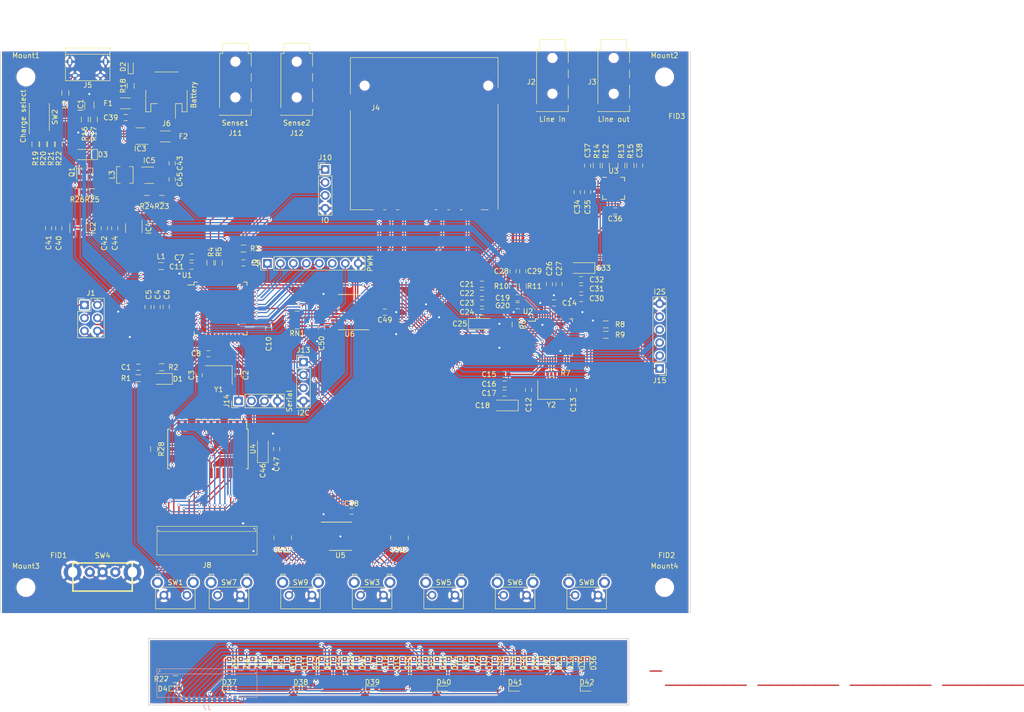
<source format=kicad_pcb>
(kicad_pcb (version 4) (host pcbnew 4.0.7-e2-6376~58~ubuntu16.04.1)
  (layers (0 F.Cu signal) (31 B.Cu signal) (34 B.Paste user) (35 F.Paste user) (36 B.SilkS user) (37 F.SilkS user) (38 B.Mask user) (39 F.Mask user) (44 Edge.Cuts user))
  (net 0 "")
  (net 1 AGND)
  (net 2 RESET)
  (net 3 "Net-(C2-Pad1)")
  (net 4 "Net-(C3-Pad1)")
  (net 5 VBUS)
  (net 6 UGND)
  (net 7 "Net-(C6-Pad1)")
  (net 8 "Net-(C7-Pad2)")
  (net 9 +5V)
  (net 10 "Net-(C10-Pad2)")
  (net 11 "Net-(C12-Pad1)")
  (net 12 "Net-(C13-Pad1)")
  (net 13 "Net-(C14-Pad1)")
  (net 14 +3V3)
  (net 15 "Net-(C19-Pad1)")
  (net 16 "Net-(C20-Pad1)")
  (net 17 +1V8)
  (net 18 "Net-(C26-Pad2)")
  (net 19 "Net-(C26-Pad1)")
  (net 20 "Net-(C27-Pad2)")
  (net 21 "Net-(C27-Pad1)")
  (net 22 "Net-(C28-Pad2)")
  (net 23 "Net-(C28-Pad1)")
  (net 24 "Net-(C29-Pad2)")
  (net 25 "Net-(C29-Pad1)")
  (net 26 "Net-(C35-Pad2)")
  (net 27 "Net-(C35-Pad1)")
  (net 28 "Net-(C36-Pad1)")
  (net 29 "Net-(C37-Pad2)")
  (net 30 "Net-(C38-Pad2)")
  (net 31 "Net-(C41-Pad1)")
  (net 32 "Net-(C43-Pad1)")
  (net 33 "Net-(C44-Pad1)")
  (net 34 "Net-(D2-Pad1)")
  (net 35 "Net-(D4-Pad2)")
  (net 36 /Leds/SEG_DP)
  (net 37 /Leds/DIG_1)
  (net 38 /Leds/SEG_A)
  (net 39 /Leds/SEG_B)
  (net 40 /Leds/SEG_C)
  (net 41 /Leds/SEG_D)
  (net 42 /Leds/SEG_E)
  (net 43 /Leds/SEG_F)
  (net 44 /Leds/SEG_G)
  (net 45 /Leds/DIG_0)
  (net 46 /Leds/DIG_3)
  (net 47 /Leds/DIG_2)
  (net 48 /Leds/DIG_4)
  (net 49 "Net-(F1-Pad2)")
  (net 50 "Net-(F2-Pad1)")
  (net 51 +BATT)
  (net 52 "Net-(IC3-Pad1)")
  (net 53 /Power/PROG)
  (net 54 "Net-(IC5-Pad1)")
  (net 55 "Net-(IC5-Pad4)")
  (net 56 ISP_MISO)
  (net 57 ISP_CLK)
  (net 58 ISP_MOSI)
  (net 59 SD_CS_L)
  (net 60 MOSI_L)
  (net 61 SCL_L)
  (net 62 MISO)
  (net 63 PWM1)
  (net 64 PWM2)
  (net 65 PWM3)
  (net 66 PWM4)
  (net 67 PWM5)
  (net 68 PWM6)
  (net 69 IO1)
  (net 70 IO2)
  (net 71 SENSE_1)
  (net 72 SENSE_2)
  (net 73 SDA)
  (net 74 SCL)
  (net 75 RX)
  (net 76 TX)
  (net 77 I2S_WS)
  (net 78 I2S_SDATA)
  (net 79 I2S_SCK)
  (net 80 I2S_MCK)
  (net 81 CLK)
  (net 82 MOSI)
  (net 83 VS_MIDI_MODE)
  (net 84 VS_RST_L)
  (net 85 D+)
  (net 86 D-)
  (net 87 BATT_LEVEL)
  (net 88 /Buttons/SW_2)
  (net 89 /Buttons/SW_3)
  (net 90 /Buttons/SW_1)
  (net 91 /Buttons/SW_4)
  (net 92 /Buttons/SW_6)
  (net 93 /Buttons/ENC_B)
  (net 94 /Buttons/SW_5)
  (net 95 /Buttons/ENC_A)
  (net 96 DREQ)
  (net 97 SD_CS)
  (net 98 MAX_CS)
  (net 99 VS_DCS)
  (net 100 VS_CS)
  (net 101 IO_INT)
  (net 102 VS_RST)
  (net 103 VS_DCS_L)
  (net 104 VS_CS_L)
  (net 105 CLK_L)
  (net 106 SDA_L)
  (net 107 /USB/DR+)
  (net 108 /USB/DR-)
  (net 109 "Net-(R1-Pad2)")
  (net 110 "Net-(R3-Pad2)")
  (net 111 "Net-(R4-Pad2)")
  (net 112 "Net-(R5-Pad2)")
  (net 113 "Net-(R9-Pad1)")
  (net 114 "Net-(R19-Pad1)")
  (net 115 "Net-(R20-Pad1)")
  (net 116 "Net-(R28-Pad2)")
  (net 117 "Net-(J3-Pad1)")
  (net 118 "Net-(J3-Pad2)")
  (module Connectors_perso:Hirose_FH12-16S-1_SH (layer B.Cu) (at 120.425 165.825 180)
    (fp_text reference J7 (at 0 -2.7 180) (layer B.SilkS) (effects (justify mirror)))
    (fp_text value "Display - secondary")
    (pad 17 smd rect (at 9.9 2.6 180) (size 1.8 2.2) (layers B.Cu B.Paste B.Mask) (net 1 AGND))
    (pad 9 smd rect (at -0.5 -1 180) (size 0.6 1.3) (layers B.Cu B.Paste B.Mask) (net 45 /Leds/DIG_0))
    (pad 10 smd rect (at -1.5 -1 180) (size 0.6 1.3) (layers B.Cu B.Paste B.Mask) (net 37 /Leds/DIG_1))
    (pad 11 smd rect (at -2.5 -1 180) (size 0.6 1.3) (layers B.Cu B.Paste B.Mask) (net 47 /Leds/DIG_2))
    (pad 7 smd rect (at 1.5 -1 180) (size 0.6 1.3) (layers B.Cu B.Paste B.Mask) (net 38 /Leds/SEG_A))
    (pad 6 smd rect (at 2.5 -1 180) (size 0.6 1.3) (layers B.Cu B.Paste B.Mask) (net 39 /Leds/SEG_B))
    (pad 8 smd rect (at 0.5 -1 180) (size 0.6 1.3) (layers B.Cu B.Paste B.Mask) (net 36 /Leds/SEG_DP))
    (pad 17 smd rect (at -9.9 2.6 180) (size 1.8 2.2) (layers B.Cu B.Paste B.Mask) (net 1 AGND))
    (pad 2 smd rect (at 6.5 -1 180) (size 0.6 1.3) (layers B.Cu B.Paste B.Mask) (net 43 /Leds/SEG_F))
    (pad 3 smd rect (at 5.5 -1 180) (size 0.6 1.3) (layers B.Cu B.Paste B.Mask) (net 42 /Leds/SEG_E))
    (pad 4 smd rect (at 4.5 -1 180) (size 0.6 1.3) (layers B.Cu B.Paste B.Mask) (net 41 /Leds/SEG_D))
    (pad 5 smd rect (at 3.5 -1 180) (size 0.6 1.3) (layers B.Cu B.Paste B.Mask) (net 40 /Leds/SEG_C))
    (pad 1 smd rect (at 7.5 -1 180) (size 0.6 1.3) (layers B.Cu B.Paste B.Mask) (net 44 /Leds/SEG_G))
    (pad 14 smd rect (at -5.5 -1 180) (size 0.6 1.3) (layers B.Cu B.Paste B.Mask))
    (pad 15 smd rect (at -6.5 -1 180) (size 0.6 1.3) (layers B.Cu B.Paste B.Mask) (net 9 +5V))
    (pad 16 smd rect (at -7.5 -1 180) (size 0.6 1.3) (layers B.Cu B.Paste B.Mask) (net 1 AGND))
    (pad 13 smd rect (at -4.5 -1 180) (size 0.6 1.3) (layers B.Cu B.Paste B.Mask) (net 48 /Leds/DIG_4))
    (pad 12 smd rect (at -3.5 -1 180) (size 0.6 1.3) (layers B.Cu B.Paste B.Mask) (net 46 /Leds/DIG_3))
  )
  (module Capacitors_SMD:C_0603 (layer F.Cu) (at 107.0095 101.854 180)
    (fp_text reference C1 (at 2.425 0 180) (layer F.SilkS))
    (fp_text value 100n)
    (pad 2 smd rect (at 0.75 0 180) (size 0.8 0.75) (layers F.Cu F.Paste F.Mask) (net 1 AGND))
    (pad 1 smd rect (at -0.75 0 180) (size 0.8 0.75) (layers F.Cu F.Paste F.Mask) (net 2 RESET))
  )
  (module Capacitors_SMD:C_0603 (layer F.Cu) (at 126.5315 103.438 270)
    (fp_text reference C2 (at 0 -1.5 270) (layer F.SilkS))
    (fp_text value 22p)
    (pad 2 smd rect (at 0.75 0 270) (size 0.8 0.75) (layers F.Cu F.Paste F.Mask) (net 1 AGND))
    (pad 1 smd rect (at -0.75 0 270) (size 0.8 0.75) (layers F.Cu F.Paste F.Mask) (net 3 "Net-(C2-Pad1)"))
  )
  (module Capacitors_SMD:C_0603 (layer F.Cu) (at 118.9115 103.414 90)
    (fp_text reference C3 (at 0 -1.5 90) (layer F.SilkS))
    (fp_text value 22p)
    (pad 2 smd rect (at 0.75 0 90) (size 0.8 0.75) (layers F.Cu F.Paste F.Mask) (net 1 AGND))
    (pad 1 smd rect (at -0.75 0 90) (size 0.8 0.75) (layers F.Cu F.Paste F.Mask) (net 4 "Net-(C3-Pad1)"))
  )
  (module Capacitors_SMD:C_0603 (layer F.Cu) (at 110.6805 90.055 270)
    (fp_text reference C4 (at -2.425 -0.127 270) (layer F.SilkS))
    (fp_text value 10u)
    (pad 2 smd rect (at 0.75 0 270) (size 0.8 0.75) (layers F.Cu F.Paste F.Mask) (net 5 VBUS))
    (pad 1 smd rect (at -0.75 0 270) (size 0.8 0.75) (layers F.Cu F.Paste F.Mask) (net 6 UGND))
  )
  (module Capacitors_SMD:C_0603 (layer F.Cu) (at 108.9025 90.055 270)
    (fp_text reference C5 (at -2.425 -0.127 270) (layer F.SilkS))
    (fp_text value 100n)
    (pad 2 smd rect (at 0.75 0 270) (size 0.8 0.75) (layers F.Cu F.Paste F.Mask) (net 5 VBUS))
    (pad 1 smd rect (at -0.75 0 270) (size 0.8 0.75) (layers F.Cu F.Paste F.Mask) (net 6 UGND))
  )
  (module Capacitors_SMD:C_0603 (layer F.Cu) (at 112.4585 90.031 90)
    (fp_text reference C6 (at 2.401 0.127 90) (layer F.SilkS))
    (fp_text value 1u)
    (pad 2 smd rect (at 0.75 0 90) (size 0.8 0.75) (layers F.Cu F.Paste F.Mask) (net 6 UGND))
    (pad 1 smd rect (at -0.75 0 90) (size 0.8 0.75) (layers F.Cu F.Paste F.Mask) (net 7 "Net-(C6-Pad1)"))
  )
  (module Capacitors_SMD:C_0603 (layer F.Cu) (at 117.4235 80.264)
    (fp_text reference C7 (at -2.425 0.127) (layer F.SilkS))
    (fp_text value 100n)
    (pad 2 smd rect (at 0.75 0) (size 0.8 0.75) (layers F.Cu F.Paste F.Mask) (net 8 "Net-(C7-Pad2)"))
    (pad 1 smd rect (at -0.75 0) (size 0.8 0.75) (layers F.Cu F.Paste F.Mask) (net 1 AGND))
  )
  (module Capacitors_SMD:C_0603 (layer F.Cu) (at 120.7255 99.187 180)
    (fp_text reference C8 (at 2.425 0 180) (layer F.SilkS))
    (fp_text value 100n)
    (pad 2 smd rect (at 0.75 0 180) (size 0.8 0.75) (layers F.Cu F.Paste F.Mask) (net 9 +5V))
    (pad 1 smd rect (at -0.75 0 180) (size 0.8 0.75) (layers F.Cu F.Paste F.Mask) (net 1 AGND))
  )
  (module Capacitors_SMD:C_0603 (layer F.Cu) (at 127.5835 81.407 180)
    (fp_text reference C9 (at -2.425 0 180) (layer F.SilkS))
    (fp_text value 100n)
    (pad 2 smd rect (at 0.75 0 180) (size 0.8 0.75) (layers F.Cu F.Paste F.Mask) (net 1 AGND))
    (pad 1 smd rect (at -0.75 0 180) (size 0.8 0.75) (layers F.Cu F.Paste F.Mask) (net 9 +5V))
  )
  (module Capacitors_SMD:C_0603 (layer F.Cu) (at 132.5245 94.349 90)
    (fp_text reference C10 (at -2.933 0 90) (layer F.SilkS))
    (fp_text value 100n)
    (pad 2 smd rect (at 0.75 0 90) (size 0.8 0.75) (layers F.Cu F.Paste F.Mask) (net 10 "Net-(C10-Pad2)"))
    (pad 1 smd rect (at -0.75 0 90) (size 0.8 0.75) (layers F.Cu F.Paste F.Mask) (net 1 AGND))
  )
  (module Capacitors_SMD:C_0603 (layer F.Cu) (at 117.3995 82.042)
    (fp_text reference C11 (at -2.909 0.127) (layer F.SilkS))
    (fp_text value 100n)
    (pad 2 smd rect (at 0.75 0) (size 0.8 0.75) (layers F.Cu F.Paste F.Mask) (net 1 AGND))
    (pad 1 smd rect (at -0.75 0) (size 0.8 0.75) (layers F.Cu F.Paste F.Mask) (net 10 "Net-(C10-Pad2)"))
  )
  (module Capacitors_SMD:C_0603 (layer F.Cu) (at 183.388 106.287 90)
    (fp_text reference C12 (at -2.933 0 90) (layer F.SilkS))
    (fp_text value 33p)
    (pad 2 smd rect (at 0.75 0 90) (size 0.8 0.75) (layers F.Cu F.Paste F.Mask) (net 1 AGND))
    (pad 1 smd rect (at -0.75 0 90) (size 0.8 0.75) (layers F.Cu F.Paste F.Mask) (net 11 "Net-(C12-Pad1)"))
  )
  (module Capacitors_SMD:C_0603 (layer F.Cu) (at 192.151 106.299 270)
    (fp_text reference C13 (at 2.921 0 270) (layer F.SilkS))
    (fp_text value 33p)
    (pad 2 smd rect (at 0.75 0 270) (size 0.8 0.75) (layers F.Cu F.Paste F.Mask) (net 1 AGND))
    (pad 1 smd rect (at -0.75 0 270) (size 0.8 0.75) (layers F.Cu F.Paste F.Mask) (net 12 "Net-(C13-Pad1)"))
  )
  (module Capacitors_SMD:C_0603 (layer F.Cu) (at 188.329 89.281)
    (fp_text reference C14 (at 3.06 0) (layer F.SilkS))
    (fp_text value 100n)
    (pad 2 smd rect (at 0.75 0) (size 0.8 0.75) (layers F.Cu F.Paste F.Mask) (net 1 AGND))
    (pad 1 smd rect (at -0.75 0) (size 0.8 0.75) (layers F.Cu F.Paste F.Mask) (net 13 "Net-(C14-Pad1)"))
  )
  (module Capacitors_SMD:C_0603 (layer F.Cu) (at 178.677 103.251 180)
    (fp_text reference C15 (at 3.036 0 180) (layer F.SilkS))
    (fp_text value 100n)
    (pad 2 smd rect (at 0.75 0 180) (size 0.8 0.75) (layers F.Cu F.Paste F.Mask) (net 1 AGND))
    (pad 1 smd rect (at -0.75 0 180) (size 0.8 0.75) (layers F.Cu F.Paste F.Mask) (net 14 +3V3))
  )
  (module Capacitors_SMD:C_0603 (layer F.Cu) (at 178.677 105.156 180)
    (fp_text reference C16 (at 3.036 0 180) (layer F.SilkS))
    (fp_text value 100n)
    (pad 2 smd rect (at 0.75 0 180) (size 0.8 0.75) (layers F.Cu F.Paste F.Mask) (net 1 AGND))
    (pad 1 smd rect (at -0.75 0 180) (size 0.8 0.75) (layers F.Cu F.Paste F.Mask) (net 14 +3V3))
  )
  (module Capacitors_SMD:C_0603 (layer F.Cu) (at 178.677 106.934 180)
    (fp_text reference C17 (at 3.036 0 180) (layer F.SilkS))
    (fp_text value 100n)
    (pad 2 smd rect (at 0.75 0 180) (size 0.8 0.75) (layers F.Cu F.Paste F.Mask) (net 1 AGND))
    (pad 1 smd rect (at -0.75 0 180) (size 0.8 0.75) (layers F.Cu F.Paste F.Mask) (net 14 +3V3))
  )
  (module Capacitors_Tantalum_SMD:CP_Tantalum_Case-A_EIA-3216-18_Reflow (layer F.Cu) (at 178.711 109.347 180)
    (fp_text reference C18 (at 4.34 0 180) (layer F.SilkS))
    (fp_text value 10u±)
    (pad 1 smd rect (at -1.375 0 180) (size 1.95 1.5) (layers F.Cu F.Paste F.Mask) (net 14 +3V3))
    (pad 2 smd rect (at 1.375 0 180) (size 1.95 1.5) (layers F.Cu F.Paste F.Mask) (net 1 AGND))
  )
  (module Capacitors_SMD:C_0603 (layer F.Cu) (at 181.241 88.265 180)
    (fp_text reference C19 (at 2.933 0 180) (layer F.SilkS))
    (fp_text value 10n)
    (pad 2 smd rect (at 0.75 0 180) (size 0.8 0.75) (layers F.Cu F.Paste F.Mask) (net 1 AGND))
    (pad 1 smd rect (at -0.75 0 180) (size 0.8 0.75) (layers F.Cu F.Paste F.Mask) (net 15 "Net-(C19-Pad1)"))
  )
  (module Capacitors_SMD:C_0603 (layer F.Cu) (at 181.241 89.789 180)
    (fp_text reference C20 (at 2.933 0 180) (layer F.SilkS))
    (fp_text value 10n)
    (pad 2 smd rect (at 0.75 0 180) (size 0.8 0.75) (layers F.Cu F.Paste F.Mask) (net 1 AGND))
    (pad 1 smd rect (at -0.75 0 180) (size 0.8 0.75) (layers F.Cu F.Paste F.Mask) (net 16 "Net-(C20-Pad1)"))
  )
  (module Capacitors_SMD:C_0603 (layer F.Cu) (at 174.256 85.598)
    (fp_text reference C21 (at -2.933 0) (layer F.SilkS))
    (fp_text value 100n)
    (pad 2 smd rect (at 0.75 0) (size 0.8 0.75) (layers F.Cu F.Paste F.Mask) (net 1 AGND))
    (pad 1 smd rect (at -0.75 0) (size 0.8 0.75) (layers F.Cu F.Paste F.Mask) (net 17 +1V8))
  )
  (module Capacitors_SMD:C_0603 (layer F.Cu) (at 174.256 87.376)
    (fp_text reference C22 (at -2.933 0) (layer F.SilkS))
    (fp_text value 100n)
    (pad 2 smd rect (at 0.75 0) (size 0.8 0.75) (layers F.Cu F.Paste F.Mask) (net 1 AGND))
    (pad 1 smd rect (at -0.75 0) (size 0.8 0.75) (layers F.Cu F.Paste F.Mask) (net 17 +1V8))
  )
  (module Capacitors_SMD:C_0603 (layer F.Cu) (at 174.256 89.281)
    (fp_text reference C23 (at -2.933 0) (layer F.SilkS))
    (fp_text value 100n)
    (pad 2 smd rect (at 0.75 0) (size 0.8 0.75) (layers F.Cu F.Paste F.Mask) (net 1 AGND))
    (pad 1 smd rect (at -0.75 0) (size 0.8 0.75) (layers F.Cu F.Paste F.Mask) (net 17 +1V8))
  )
  (module Capacitors_SMD:C_0603 (layer F.Cu) (at 174.256 91.059)
    (fp_text reference C24 (at -2.933 0) (layer F.SilkS))
    (fp_text value 100n)
    (pad 2 smd rect (at 0.75 0) (size 0.8 0.75) (layers F.Cu F.Paste F.Mask) (net 1 AGND))
    (pad 1 smd rect (at -0.75 0) (size 0.8 0.75) (layers F.Cu F.Paste F.Mask) (net 17 +1V8))
  )
  (module Capacitors_Tantalum_SMD:CP_Tantalum_Case-A_EIA-3216-18_Reflow (layer F.Cu) (at 174.266 93.345)
    (fp_text reference C25 (at -4.34 0) (layer F.SilkS))
    (fp_text value 10u±)
    (pad 1 smd rect (at -1.375 0) (size 1.95 1.5) (layers F.Cu F.Paste F.Mask) (net 17 +1V8))
    (pad 2 smd rect (at 1.375 0) (size 1.95 1.5) (layers F.Cu F.Paste F.Mask) (net 1 AGND))
  )
  (module Capacitors_SMD:C_0603 (layer F.Cu) (at 187.452 85.598 270)
    (fp_text reference C26 (at -3.048 0 270) (layer F.SilkS))
    (fp_text value 470n)
    (pad 2 smd rect (at 0.75 0 270) (size 0.8 0.75) (layers F.Cu F.Paste F.Mask) (net 18 "Net-(C26-Pad2)"))
    (pad 1 smd rect (at -0.75 0 270) (size 0.8 0.75) (layers F.Cu F.Paste F.Mask) (net 19 "Net-(C26-Pad1)"))
  )
  (module Capacitors_SMD:C_0603 (layer F.Cu) (at 189.357 85.61 270)
    (fp_text reference C27 (at -3.06 0 270) (layer F.SilkS))
    (fp_text value 470n)
    (pad 2 smd rect (at 0.75 0 270) (size 0.8 0.75) (layers F.Cu F.Paste F.Mask) (net 20 "Net-(C27-Pad2)"))
    (pad 1 smd rect (at -0.75 0 270) (size 0.8 0.75) (layers F.Cu F.Paste F.Mask) (net 21 "Net-(C27-Pad1)"))
  )
  (module Capacitors_SMD:C_0603 (layer F.Cu) (at 180.34 83.046 90)
    (fp_text reference C28 (at 0 -2.286 180) (layer F.SilkS))
    (fp_text value 1u)
    (pad 2 smd rect (at 0.75 0 90) (size 0.8 0.75) (layers F.Cu F.Paste F.Mask) (net 22 "Net-(C28-Pad2)"))
    (pad 1 smd rect (at -0.75 0 90) (size 0.8 0.75) (layers F.Cu F.Paste F.Mask) (net 23 "Net-(C28-Pad1)"))
  )
  (module Capacitors_SMD:C_0603 (layer F.Cu) (at 182.245 83.046 90)
    (fp_text reference C29 (at -0.012 2.286 180) (layer F.SilkS))
    (fp_text value 1u)
    (pad 2 smd rect (at 0.75 0 90) (size 0.8 0.75) (layers F.Cu F.Paste F.Mask) (net 24 "Net-(C29-Pad2)"))
    (pad 1 smd rect (at -0.75 0 90) (size 0.8 0.75) (layers F.Cu F.Paste F.Mask) (net 25 "Net-(C29-Pad1)"))
  )
  (module Capacitors_SMD:C_0603 (layer F.Cu) (at 193.687 88.392 180)
    (fp_text reference C30 (at -3.036 0 180) (layer F.SilkS))
    (fp_text value 100n)
    (pad 2 smd rect (at 0.75 0 180) (size 0.8 0.75) (layers F.Cu F.Paste F.Mask) (net 1 AGND))
    (pad 1 smd rect (at -0.75 0 180) (size 0.8 0.75) (layers F.Cu F.Paste F.Mask) (net 14 +3V3))
  )
  (module Capacitors_SMD:C_0603 (layer F.Cu) (at 193.663 86.487 180)
    (fp_text reference C31 (at -3.06 0 180) (layer F.SilkS))
    (fp_text value 100n)
    (pad 2 smd rect (at 0.75 0 180) (size 0.8 0.75) (layers F.Cu F.Paste F.Mask) (net 1 AGND))
    (pad 1 smd rect (at -0.75 0 180) (size 0.8 0.75) (layers F.Cu F.Paste F.Mask) (net 14 +3V3))
  )
  (module Capacitors_SMD:C_0603 (layer F.Cu) (at 193.663 84.709 180)
    (fp_text reference C32 (at -3.06 0 180) (layer F.SilkS))
    (fp_text value 100n)
    (pad 2 smd rect (at 0.75 0 180) (size 0.8 0.75) (layers F.Cu F.Paste F.Mask) (net 1 AGND))
    (pad 1 smd rect (at -0.75 0 180) (size 0.8 0.75) (layers F.Cu F.Paste F.Mask) (net 14 +3V3))
  )
  (module Capacitors_Tantalum_SMD:CP_Tantalum_Case-A_EIA-3216-18_Reflow (layer F.Cu) (at 193.697 82.423 180)
    (fp_text reference C33 (at -4.34 0 180) (layer F.SilkS))
    (fp_text value 10u±)
    (pad 1 smd rect (at -1.375 0 180) (size 1.95 1.5) (layers F.Cu F.Paste F.Mask) (net 14 +3V3))
    (pad 2 smd rect (at 1.375 0 180) (size 1.95 1.5) (layers F.Cu F.Paste F.Mask) (net 1 AGND))
  )
  (module Capacitors_SMD:C_0603 (layer F.Cu) (at 192.913 67.552 90)
    (fp_text reference C34 (at -2.909 0 90) (layer F.SilkS))
    (fp_text value 1u)
    (pad 2 smd rect (at 0.75 0 90) (size 0.8 0.75) (layers F.Cu F.Paste F.Mask) (net 14 +3V3))
    (pad 1 smd rect (at -0.75 0 90) (size 0.8 0.75) (layers F.Cu F.Paste F.Mask) (net 1 AGND))
  )
  (module Capacitors_SMD:C_0603 (layer F.Cu) (at 194.945 67.552 270)
    (fp_text reference C35 (at 2.933 0 270) (layer F.SilkS))
    (fp_text value 1u)
    (pad 2 smd rect (at 0.75 0 270) (size 0.8 0.75) (layers F.Cu F.Paste F.Mask) (net 26 "Net-(C35-Pad2)"))
    (pad 1 smd rect (at -0.75 0 270) (size 0.8 0.75) (layers F.Cu F.Paste F.Mask) (net 27 "Net-(C35-Pad1)"))
  )
  (module Capacitors_SMD:C_0603 (layer F.Cu) (at 200.3418 71.247)
    (fp_text reference C36 (at -0.012 1.524) (layer F.SilkS))
    (fp_text value 1u)
    (pad 2 smd rect (at 0.75 0) (size 0.8 0.75) (layers F.Cu F.Paste F.Mask) (net 1 AGND))
    (pad 1 smd rect (at -0.75 0) (size 0.8 0.75) (layers F.Cu F.Paste F.Mask) (net 28 "Net-(C36-Pad1)"))
  )
  (module Capacitors_SMD:C_0603 (layer F.Cu) (at 194.945 62.369 270)
    (fp_text reference C37 (at -2.933 0 270) (layer F.SilkS))
    (fp_text value 100n)
    (pad 2 smd rect (at 0.75 0 270) (size 0.8 0.75) (layers F.Cu F.Paste F.Mask) (net 29 "Net-(C37-Pad2)"))
    (pad 1 smd rect (at -0.75 0 270) (size 0.8 0.75) (layers F.Cu F.Paste F.Mask) (net 1 AGND))
  )
  (module Capacitors_SMD:C_0603 (layer F.Cu) (at 205.105 62.345 270)
    (fp_text reference C38 (at -2.933 0 270) (layer F.SilkS))
    (fp_text value 100n)
    (pad 2 smd rect (at 0.75 0 270) (size 0.8 0.75) (layers F.Cu F.Paste F.Mask) (net 30 "Net-(C38-Pad2)"))
    (pad 1 smd rect (at -0.75 0 270) (size 0.8 0.75) (layers F.Cu F.Paste F.Mask) (net 1 AGND))
  )
  (module Capacitors_SMD:C_0603 (layer F.Cu) (at 104.521 52.959 180)
    (fp_text reference C39 (at 2.921 0 180) (layer F.SilkS))
    (fp_text value 4,7u)
    (pad 2 smd rect (at 0.75 0 180) (size 0.8 0.75) (layers F.Cu F.Paste F.Mask) (net 1 AGND))
    (pad 1 smd rect (at -0.75 0 180) (size 0.8 0.75) (layers F.Cu F.Paste F.Mask) (net 5 VBUS))
  )
  (module Capacitors_SMD:C_0603 (layer F.Cu) (at 91.4304 74.6386 90)
    (fp_text reference C40 (at -2.909 0 90) (layer F.SilkS))
    (fp_text value 100n)
    (pad 2 smd rect (at 0.75 0 90) (size 0.8 0.75) (layers F.Cu F.Paste F.Mask) (net 1 AGND))
    (pad 1 smd rect (at -0.75 0 90) (size 0.8 0.75) (layers F.Cu F.Paste F.Mask) (net 9 +5V))
  )
  (module Capacitors_SMD:C_0603 (layer F.Cu) (at 89.4224 74.6386 90)
    (fp_text reference C41 (at -2.806 0 90) (layer F.SilkS))
    (fp_text value 10n)
    (pad 2 smd rect (at 0.75 0 90) (size 0.8 0.75) (layers F.Cu F.Paste F.Mask) (net 1 AGND))
    (pad 1 smd rect (at -0.75 0 90) (size 0.8 0.75) (layers F.Cu F.Paste F.Mask) (net 31 "Net-(C41-Pad1)"))
  )
  (module Capacitors_SMD:C_0603 (layer F.Cu) (at 100.3444 74.6386 90)
    (fp_text reference C42 (at -2.933 0 90) (layer F.SilkS))
    (fp_text value 100n)
    (pad 2 smd rect (at 0.75 0 90) (size 0.8 0.75) (layers F.Cu F.Paste F.Mask) (net 1 AGND))
    (pad 1 smd rect (at -0.75 0 90) (size 0.8 0.75) (layers F.Cu F.Paste F.Mask) (net 14 +3V3))
  )
  (module Capacitors_SMD:C_0603 (layer F.Cu) (at 113.6286 61.9118 90)
    (fp_text reference C43 (at 0 1.524 90) (layer F.SilkS))
    (fp_text value 4,7u)
    (pad 2 smd rect (at 0.75 0 90) (size 0.8 0.75) (layers F.Cu F.Paste F.Mask) (net 1 AGND))
    (pad 1 smd rect (at -0.75 0 90) (size 0.8 0.75) (layers F.Cu F.Paste F.Mask) (net 32 "Net-(C43-Pad1)"))
  )
  (module Capacitors_SMD:C_0603 (layer F.Cu) (at 102.3764 74.6386 90)
    (fp_text reference C44 (at -2.896382 0.046001 90) (layer F.SilkS))
    (fp_text value 10n)
    (pad 2 smd rect (at 0.75 0 90) (size 0.8 0.75) (layers F.Cu F.Paste F.Mask) (net 1 AGND))
    (pad 1 smd rect (at -0.75 0 90) (size 0.8 0.75) (layers F.Cu F.Paste F.Mask) (net 33 "Net-(C44-Pad1)"))
  )
  (module Capacitors_SMD:C_0603 (layer F.Cu) (at 113.6286 65.0628 270)
    (fp_text reference C45 (at 0 -1.5 270) (layer F.SilkS))
    (fp_text value 10u)
    (pad 2 smd rect (at 0.75 0 270) (size 0.8 0.75) (layers F.Cu F.Paste F.Mask) (net 1 AGND))
    (pad 1 smd rect (at -0.75 0 270) (size 0.8 0.75) (layers F.Cu F.Paste F.Mask) (net 9 +5V))
  )
  (module Capacitors_Tantalum_SMD:CP_Tantalum_Case-A_EIA-3216-18_Reflow (layer F.Cu) (at 131.375 117.875 90)
    (fp_text reference C46 (at -4.225 0 90) (layer F.SilkS))
    (fp_text value 10u±)
    (pad 1 smd rect (at -1.375 0 90) (size 1.95 1.5) (layers F.Cu F.Paste F.Mask) (net 9 +5V))
    (pad 2 smd rect (at 1.375 0 90) (size 1.95 1.5) (layers F.Cu F.Paste F.Mask) (net 1 AGND))
  )
  (module Capacitors_SMD:C_0603 (layer F.Cu) (at 134.075 117.875 90)
    (fp_text reference C47 (at -2.975 0 90) (layer F.SilkS))
    (fp_text value 100n)
    (pad 2 smd rect (at 0.75 0 90) (size 0.8 0.75) (layers F.Cu F.Paste F.Mask) (net 1 AGND))
    (pad 1 smd rect (at -0.75 0 90) (size 0.8 0.75) (layers F.Cu F.Paste F.Mask) (net 9 +5V))
  )
  (module Capacitors_SMD:C_0603 (layer F.Cu) (at 148.717 130.048)
    (fp_text reference C48 (at 0 -1.5) (layer F.SilkS))
    (fp_text value 100n)
    (pad 2 smd rect (at 0.75 0) (size 0.8 0.75) (layers F.Cu F.Paste F.Mask) (net 9 +5V))
    (pad 1 smd rect (at -0.75 0) (size 0.8 0.75) (layers F.Cu F.Paste F.Mask) (net 1 AGND))
  )
  (module Capacitors_SMD:C_0603 (layer F.Cu) (at 155.2575 91.059)
    (fp_text reference C49 (at 0 1.524) (layer F.SilkS))
    (fp_text value C)
    (pad 2 smd rect (at 0.75 0) (size 0.8 0.75) (layers F.Cu F.Paste F.Mask) (net 1 AGND))
    (pad 1 smd rect (at -0.75 0) (size 0.8 0.75) (layers F.Cu F.Paste F.Mask) (net 14 +3V3))
  )
  (module Capacitors_SMD:C_0603 (layer F.Cu) (at 142.875 94.107 90)
    (fp_text reference C50 (at -3.048 0 90) (layer F.SilkS))
    (fp_text value C)
    (pad 2 smd rect (at 0.75 0 90) (size 0.8 0.75) (layers F.Cu F.Paste F.Mask) (net 9 +5V))
    (pad 1 smd rect (at -0.75 0 90) (size 0.8 0.75) (layers F.Cu F.Paste F.Mask) (net 1 AGND))
  )
  (module Diodes_SMD:D_1206 (layer F.Cu) (at 111.4665 104.14 180)
    (fp_text reference D1 (at -3.278 0 180) (layer F.SilkS))
    (fp_text value D)
    (pad 1 smd rect (at -1.5 0 180) (size 1 1.6) (layers F.Cu F.Paste F.Mask) (net 9 +5V))
    (pad 2 smd rect (at 1.5 0 180) (size 1 1.6) (layers F.Cu F.Paste F.Mask) (net 2 RESET))
  )
  (module LEDs:LED_0603 (layer F.Cu) (at 105.509 43.053 90)
    (fp_text reference D2 (at 0.038 -1.496 90) (layer F.SilkS))
    (fp_text value LED)
    (pad 2 smd rect (at 0.8 0 270) (size 0.8 0.8) (layers F.Cu F.Paste F.Mask) (net 5 VBUS))
    (pad 1 smd rect (at -0.8 0 270) (size 0.8 0.8) (layers F.Cu F.Paste F.Mask) (net 34 "Net-(D2-Pad1)"))
  )
  (module Diodes_SMD:D_SOD-123 (layer F.Cu) (at 96.763 60.198 180)
    (fp_text reference D3 (at -3.303 0 180) (layer F.SilkS))
    (fp_text value D_Schottky)
    (pad 1 smd rect (at -1.65 0 180) (size 0.9 1.2) (layers F.Cu F.Paste F.Mask) (net 32 "Net-(C43-Pad1)"))
    (pad 2 smd rect (at 1.65 0 180) (size 0.9 1.2) (layers F.Cu F.Paste F.Mask) (net 5 VBUS))
  )
  (module LEDs:LED_0603 (layer F.Cu) (at 114.3 164.8)
    (fp_text reference D4 (at -2.54 0.046) (layer F.SilkS))
    (fp_text value "pwr led")
    (pad 2 smd rect (at 0.8 0 180) (size 0.8 0.8) (layers F.Cu F.Paste F.Mask) (net 35 "Net-(D4-Pad2)"))
    (pad 1 smd rect (at -0.8 0 180) (size 0.8 0.8) (layers F.Cu F.Paste F.Mask) (net 1 AGND))
  )
  (module LEDs:LED_0603 (layer F.Cu) (at 124.8 159.8 270)
    (fp_text reference D5 (at 0 -1.25 270) (layer F.SilkS))
    (fp_text value VU_00)
    (pad 2 smd rect (at 0.8 0 90) (size 0.8 0.8) (layers F.Cu F.Paste F.Mask) (net 44 /Leds/SEG_G))
    (pad 1 smd rect (at -0.8 0 90) (size 0.8 0.8) (layers F.Cu F.Paste F.Mask) (net 45 /Leds/DIG_0))
  )
  (module LEDs:LED_0603 (layer F.Cu) (at 127.06 159.8 270)
    (fp_text reference D6 (at 0 -1.25 270) (layer F.SilkS))
    (fp_text value VU_01)
    (pad 2 smd rect (at 0.8 0 90) (size 0.8 0.8) (layers F.Cu F.Paste F.Mask) (net 43 /Leds/SEG_F))
    (pad 1 smd rect (at -0.8 0 90) (size 0.8 0.8) (layers F.Cu F.Paste F.Mask) (net 45 /Leds/DIG_0))
  )
  (module LEDs:LED_0603 (layer F.Cu) (at 129.32 159.8 270)
    (fp_text reference D7 (at 0 -1.25 270) (layer F.SilkS))
    (fp_text value VU_02)
    (pad 2 smd rect (at 0.8 0 90) (size 0.8 0.8) (layers F.Cu F.Paste F.Mask) (net 42 /Leds/SEG_E))
    (pad 1 smd rect (at -0.8 0 90) (size 0.8 0.8) (layers F.Cu F.Paste F.Mask) (net 45 /Leds/DIG_0))
  )
  (module LEDs:LED_0603 (layer F.Cu) (at 131.579999 159.8 270)
    (fp_text reference D8 (at 0 -1.25 270) (layer F.SilkS))
    (fp_text value VU_03)
    (pad 2 smd rect (at 0.8 0 90) (size 0.8 0.8) (layers F.Cu F.Paste F.Mask) (net 41 /Leds/SEG_D))
    (pad 1 smd rect (at -0.8 0 90) (size 0.8 0.8) (layers F.Cu F.Paste F.Mask) (net 45 /Leds/DIG_0))
  )
  (module LEDs:LED_0603 (layer F.Cu) (at 133.84 159.8 270)
    (fp_text reference D9 (at 0 -1.25 270) (layer F.SilkS))
    (fp_text value VU_04)
    (pad 2 smd rect (at 0.8 0 90) (size 0.8 0.8) (layers F.Cu F.Paste F.Mask) (net 40 /Leds/SEG_C))
    (pad 1 smd rect (at -0.8 0 90) (size 0.8 0.8) (layers F.Cu F.Paste F.Mask) (net 45 /Leds/DIG_0))
  )
  (module LEDs:LED_0603 (layer F.Cu) (at 136.1 159.8 270)
    (fp_text reference D10 (at 0 -1.25 270) (layer F.SilkS))
    (fp_text value VU_05)
    (pad 2 smd rect (at 0.8 0 90) (size 0.8 0.8) (layers F.Cu F.Paste F.Mask) (net 39 /Leds/SEG_B))
    (pad 1 smd rect (at -0.8 0 90) (size 0.8 0.8) (layers F.Cu F.Paste F.Mask) (net 45 /Leds/DIG_0))
  )
  (module LEDs:LED_0603 (layer F.Cu) (at 138.36 159.8 270)
    (fp_text reference D11 (at 0 -1.25 270) (layer F.SilkS))
    (fp_text value VU_06)
    (pad 2 smd rect (at 0.8 0 90) (size 0.8 0.8) (layers F.Cu F.Paste F.Mask) (net 38 /Leds/SEG_A))
    (pad 1 smd rect (at -0.8 0 90) (size 0.8 0.8) (layers F.Cu F.Paste F.Mask) (net 45 /Leds/DIG_0))
  )
  (module LEDs:LED_0603 (layer F.Cu) (at 140.62 159.8 270)
    (fp_text reference D12 (at 0 -1.25 270) (layer F.SilkS))
    (fp_text value VU_07)
    (pad 2 smd rect (at 0.8 0 90) (size 0.8 0.8) (layers F.Cu F.Paste F.Mask) (net 36 /Leds/SEG_DP))
    (pad 1 smd rect (at -0.8 0 90) (size 0.8 0.8) (layers F.Cu F.Paste F.Mask) (net 45 /Leds/DIG_0))
  )
  (module LEDs:LED_0603 (layer F.Cu) (at 142.88 159.8 270)
    (fp_text reference D13 (at 0 -1.25 270) (layer F.SilkS))
    (fp_text value VU_08)
    (pad 2 smd rect (at 0.8 0 90) (size 0.8 0.8) (layers F.Cu F.Paste F.Mask) (net 44 /Leds/SEG_G))
    (pad 1 smd rect (at -0.8 0 90) (size 0.8 0.8) (layers F.Cu F.Paste F.Mask) (net 37 /Leds/DIG_1))
  )
  (module LEDs:LED_0603 (layer F.Cu) (at 145.14 159.8 270)
    (fp_text reference D14 (at 0 -1.25 270) (layer F.SilkS))
    (fp_text value VU_09)
    (pad 2 smd rect (at 0.8 0 90) (size 0.8 0.8) (layers F.Cu F.Paste F.Mask) (net 43 /Leds/SEG_F))
    (pad 1 smd rect (at -0.8 0 90) (size 0.8 0.8) (layers F.Cu F.Paste F.Mask) (net 37 /Leds/DIG_1))
  )
  (module LEDs:LED_0603 (layer F.Cu) (at 147.4 159.8 270)
    (fp_text reference D15 (at 0 -1.25 270) (layer F.SilkS))
    (fp_text value VU_10)
    (pad 2 smd rect (at 0.8 0 90) (size 0.8 0.8) (layers F.Cu F.Paste F.Mask) (net 42 /Leds/SEG_E))
    (pad 1 smd rect (at -0.8 0 90) (size 0.8 0.8) (layers F.Cu F.Paste F.Mask) (net 37 /Leds/DIG_1))
  )
  (module LEDs:LED_0603 (layer F.Cu) (at 149.66 159.8 270)
    (fp_text reference D16 (at 0 -1.25 270) (layer F.SilkS))
    (fp_text value VU_11)
    (pad 2 smd rect (at 0.8 0 90) (size 0.8 0.8) (layers F.Cu F.Paste F.Mask) (net 41 /Leds/SEG_D))
    (pad 1 smd rect (at -0.8 0 90) (size 0.8 0.8) (layers F.Cu F.Paste F.Mask) (net 37 /Leds/DIG_1))
  )
  (module LEDs:LED_0603 (layer F.Cu) (at 151.92 159.8 270)
    (fp_text reference D17 (at 0 -1.25 270) (layer F.SilkS))
    (fp_text value VU_12)
    (pad 2 smd rect (at 0.8 0 90) (size 0.8 0.8) (layers F.Cu F.Paste F.Mask) (net 40 /Leds/SEG_C))
    (pad 1 smd rect (at -0.8 0 90) (size 0.8 0.8) (layers F.Cu F.Paste F.Mask) (net 37 /Leds/DIG_1))
  )
  (module LEDs:LED_0603 (layer F.Cu) (at 154.18 159.8 270)
    (fp_text reference D18 (at 0 -1.25 270) (layer F.SilkS))
    (fp_text value VU_13)
    (pad 2 smd rect (at 0.8 0 90) (size 0.8 0.8) (layers F.Cu F.Paste F.Mask) (net 39 /Leds/SEG_B))
    (pad 1 smd rect (at -0.8 0 90) (size 0.8 0.8) (layers F.Cu F.Paste F.Mask) (net 37 /Leds/DIG_1))
  )
  (module LEDs:LED_0603 (layer F.Cu) (at 156.44 159.8 270)
    (fp_text reference D19 (at 0 -1.25 270) (layer F.SilkS))
    (fp_text value VU_14)
    (pad 2 smd rect (at 0.8 0 90) (size 0.8 0.8) (layers F.Cu F.Paste F.Mask) (net 38 /Leds/SEG_A))
    (pad 1 smd rect (at -0.8 0 90) (size 0.8 0.8) (layers F.Cu F.Paste F.Mask) (net 37 /Leds/DIG_1))
  )
  (module LEDs:LED_0603 (layer F.Cu) (at 158.7 159.8 270)
    (fp_text reference D20 (at 0 -1.25 270) (layer F.SilkS))
    (fp_text value VU_15)
    (pad 2 smd rect (at 0.8 0 90) (size 0.8 0.8) (layers F.Cu F.Paste F.Mask) (net 36 /Leds/SEG_DP))
    (pad 1 smd rect (at -0.8 0 90) (size 0.8 0.8) (layers F.Cu F.Paste F.Mask) (net 37 /Leds/DIG_1))
  )
  (module LEDs:LED_0603 (layer F.Cu) (at 160.959999 159.8 270)
    (fp_text reference D21 (at 0 -1.25 270) (layer F.SilkS))
    (fp_text value VU_16)
    (pad 2 smd rect (at 0.8 0 90) (size 0.8 0.8) (layers F.Cu F.Paste F.Mask) (net 44 /Leds/SEG_G))
    (pad 1 smd rect (at -0.8 0 90) (size 0.8 0.8) (layers F.Cu F.Paste F.Mask) (net 47 /Leds/DIG_2))
  )
  (module LEDs:LED_0603 (layer F.Cu) (at 163.22 159.8 270)
    (fp_text reference D22 (at 0 -1.25 270) (layer F.SilkS))
    (fp_text value VU_17)
    (pad 2 smd rect (at 0.8 0 90) (size 0.8 0.8) (layers F.Cu F.Paste F.Mask) (net 43 /Leds/SEG_F))
    (pad 1 smd rect (at -0.8 0 90) (size 0.8 0.8) (layers F.Cu F.Paste F.Mask) (net 47 /Leds/DIG_2))
  )
  (module LEDs:LED_0603 (layer F.Cu) (at 165.48 159.8 270)
    (fp_text reference D23 (at 0 -1.25 270) (layer F.SilkS))
    (fp_text value VU_18)
    (pad 2 smd rect (at 0.8 0 90) (size 0.8 0.8) (layers F.Cu F.Paste F.Mask) (net 42 /Leds/SEG_E))
    (pad 1 smd rect (at -0.8 0 90) (size 0.8 0.8) (layers F.Cu F.Paste F.Mask) (net 47 /Leds/DIG_2))
  )
  (module LEDs:LED_0603 (layer F.Cu) (at 167.74 159.8 270)
    (fp_text reference D24 (at 0 -1.25 270) (layer F.SilkS))
    (fp_text value VU_19)
    (pad 2 smd rect (at 0.8 0 90) (size 0.8 0.8) (layers F.Cu F.Paste F.Mask) (net 41 /Leds/SEG_D))
    (pad 1 smd rect (at -0.8 0 90) (size 0.8 0.8) (layers F.Cu F.Paste F.Mask) (net 47 /Leds/DIG_2))
  )
  (module LEDs:LED_0603 (layer F.Cu) (at 170 159.8 270)
    (fp_text reference D25 (at 0 -1.25 270) (layer F.SilkS))
    (fp_text value VU_20)
    (pad 2 smd rect (at 0.8 0 90) (size 0.8 0.8) (layers F.Cu F.Paste F.Mask) (net 40 /Leds/SEG_C))
    (pad 1 smd rect (at -0.8 0 90) (size 0.8 0.8) (layers F.Cu F.Paste F.Mask) (net 47 /Leds/DIG_2))
  )
  (module LEDs:LED_0603 (layer F.Cu) (at 172.26 159.8 270)
    (fp_text reference D26 (at 0 -1.25 270) (layer F.SilkS))
    (fp_text value VU_21)
    (pad 2 smd rect (at 0.8 0 90) (size 0.8 0.8) (layers F.Cu F.Paste F.Mask) (net 39 /Leds/SEG_B))
    (pad 1 smd rect (at -0.8 0 90) (size 0.8 0.8) (layers F.Cu F.Paste F.Mask) (net 47 /Leds/DIG_2))
  )
  (module LEDs:LED_0603 (layer F.Cu) (at 174.519999 159.8 270)
    (fp_text reference D27 (at 0 -1.25 270) (layer F.SilkS))
    (fp_text value VU_22)
    (pad 2 smd rect (at 0.8 0 90) (size 0.8 0.8) (layers F.Cu F.Paste F.Mask) (net 38 /Leds/SEG_A))
    (pad 1 smd rect (at -0.8 0 90) (size 0.8 0.8) (layers F.Cu F.Paste F.Mask) (net 47 /Leds/DIG_2))
  )
  (module LEDs:LED_0603 (layer F.Cu) (at 176.78 159.8 270)
    (fp_text reference D28 (at 0 -1.25 270) (layer F.SilkS))
    (fp_text value VU_23)
    (pad 2 smd rect (at 0.8 0 90) (size 0.8 0.8) (layers F.Cu F.Paste F.Mask) (net 36 /Leds/SEG_DP))
    (pad 1 smd rect (at -0.8 0 90) (size 0.8 0.8) (layers F.Cu F.Paste F.Mask) (net 47 /Leds/DIG_2))
  )
  (module LEDs:LED_0603 (layer F.Cu) (at 179.04 159.8 270)
    (fp_text reference D29 (at 0 -1.25 270) (layer F.SilkS))
    (fp_text value VU_24)
    (pad 2 smd rect (at 0.8 0 90) (size 0.8 0.8) (layers F.Cu F.Paste F.Mask) (net 44 /Leds/SEG_G))
    (pad 1 smd rect (at -0.8 0 90) (size 0.8 0.8) (layers F.Cu F.Paste F.Mask) (net 46 /Leds/DIG_3))
  )
  (module LEDs:LED_0603 (layer F.Cu) (at 181.299999 159.8 270)
    (fp_text reference D30 (at 0 -1.25 270) (layer F.SilkS))
    (fp_text value VU_25)
    (pad 2 smd rect (at 0.8 0 90) (size 0.8 0.8) (layers F.Cu F.Paste F.Mask) (net 43 /Leds/SEG_F))
    (pad 1 smd rect (at -0.8 0 90) (size 0.8 0.8) (layers F.Cu F.Paste F.Mask) (net 46 /Leds/DIG_3))
  )
  (module LEDs:LED_0603 (layer F.Cu) (at 183.56 159.8 270)
    (fp_text reference D31 (at 0 -1.25 270) (layer F.SilkS))
    (fp_text value VU_26)
    (pad 2 smd rect (at 0.8 0 90) (size 0.8 0.8) (layers F.Cu F.Paste F.Mask) (net 42 /Leds/SEG_E))
    (pad 1 smd rect (at -0.8 0 90) (size 0.8 0.8) (layers F.Cu F.Paste F.Mask) (net 46 /Leds/DIG_3))
  )
  (module LEDs:LED_0603 (layer F.Cu) (at 185.82 159.8 270)
    (fp_text reference D32 (at 0 -1.25 270) (layer F.SilkS))
    (fp_text value VU_27)
    (pad 2 smd rect (at 0.8 0 90) (size 0.8 0.8) (layers F.Cu F.Paste F.Mask) (net 41 /Leds/SEG_D))
    (pad 1 smd rect (at -0.8 0 90) (size 0.8 0.8) (layers F.Cu F.Paste F.Mask) (net 46 /Leds/DIG_3))
  )
  (module LEDs:LED_0603 (layer F.Cu) (at 188.079999 159.8 270)
    (fp_text reference D33 (at 0 -1.25 270) (layer F.SilkS))
    (fp_text value VU_28)
    (pad 2 smd rect (at 0.8 0 90) (size 0.8 0.8) (layers F.Cu F.Paste F.Mask) (net 40 /Leds/SEG_C))
    (pad 1 smd rect (at -0.8 0 90) (size 0.8 0.8) (layers F.Cu F.Paste F.Mask) (net 46 /Leds/DIG_3))
  )
  (module LEDs:LED_0603 (layer F.Cu) (at 190.339999 159.8 270)
    (fp_text reference D34 (at 0 -1.25 270) (layer F.SilkS))
    (fp_text value VU_29)
    (pad 2 smd rect (at 0.8 0 90) (size 0.8 0.8) (layers F.Cu F.Paste F.Mask) (net 39 /Leds/SEG_B))
    (pad 1 smd rect (at -0.8 0 90) (size 0.8 0.8) (layers F.Cu F.Paste F.Mask) (net 46 /Leds/DIG_3))
  )
  (module LEDs:LED_0603 (layer F.Cu) (at 192.6 159.8 270)
    (fp_text reference D35 (at 0 -1.25 270) (layer F.SilkS))
    (fp_text value VU_30)
    (pad 2 smd rect (at 0.8 0 90) (size 0.8 0.8) (layers F.Cu F.Paste F.Mask) (net 38 /Leds/SEG_A))
    (pad 1 smd rect (at -0.8 0 90) (size 0.8 0.8) (layers F.Cu F.Paste F.Mask) (net 46 /Leds/DIG_3))
  )
  (module LEDs:LED_0603 (layer F.Cu) (at 194.86 159.8 270)
    (fp_text reference D36 (at 0 -1.25 270) (layer F.SilkS))
    (fp_text value VU_31)
    (pad 2 smd rect (at 0.8 0 90) (size 0.8 0.8) (layers F.Cu F.Paste F.Mask) (net 36 /Leds/SEG_DP))
    (pad 1 smd rect (at -0.8 0 90) (size 0.8 0.8) (layers F.Cu F.Paste F.Mask) (net 46 /Leds/DIG_3))
  )
  (module LEDs:LED_0603 (layer F.Cu) (at 124.8 164.8)
    (fp_text reference D37 (at 0 -1.25) (layer F.SilkS))
    (fp_text value ST_00)
    (pad 2 smd rect (at 0.8 0 180) (size 0.8 0.8) (layers F.Cu F.Paste F.Mask) (net 44 /Leds/SEG_G))
    (pad 1 smd rect (at -0.8 0 180) (size 0.8 0.8) (layers F.Cu F.Paste F.Mask) (net 48 /Leds/DIG_4))
  )
  (module LEDs:LED_0603 (layer F.Cu) (at 138.8 164.8)
    (fp_text reference D38 (at 0 -1.25) (layer F.SilkS))
    (fp_text value ST_01)
    (pad 2 smd rect (at 0.8 0 180) (size 0.8 0.8) (layers F.Cu F.Paste F.Mask) (net 43 /Leds/SEG_F))
    (pad 1 smd rect (at -0.8 0 180) (size 0.8 0.8) (layers F.Cu F.Paste F.Mask) (net 48 /Leds/DIG_4))
  )
  (module LEDs:LED_0603 (layer F.Cu) (at 152.8 164.8)
    (fp_text reference D39 (at 0 -1.25) (layer F.SilkS))
    (fp_text value ST_02)
    (pad 2 smd rect (at 0.8 0 180) (size 0.8 0.8) (layers F.Cu F.Paste F.Mask) (net 42 /Leds/SEG_E))
    (pad 1 smd rect (at -0.8 0 180) (size 0.8 0.8) (layers F.Cu F.Paste F.Mask) (net 48 /Leds/DIG_4))
  )
  (module LEDs:LED_0603 (layer F.Cu) (at 166.8 164.8)
    (fp_text reference D40 (at 0 -1.25) (layer F.SilkS))
    (fp_text value ST_03)
    (pad 2 smd rect (at 0.8 0 180) (size 0.8 0.8) (layers F.Cu F.Paste F.Mask) (net 41 /Leds/SEG_D))
    (pad 1 smd rect (at -0.8 0 180) (size 0.8 0.8) (layers F.Cu F.Paste F.Mask) (net 48 /Leds/DIG_4))
  )
  (module LEDs:LED_0603 (layer F.Cu) (at 180.8 164.8)
    (fp_text reference D41 (at 0 -1.25) (layer F.SilkS))
    (fp_text value ST_04)
    (pad 2 smd rect (at 0.8 0 180) (size 0.8 0.8) (layers F.Cu F.Paste F.Mask) (net 40 /Leds/SEG_C))
    (pad 1 smd rect (at -0.8 0 180) (size 0.8 0.8) (layers F.Cu F.Paste F.Mask) (net 48 /Leds/DIG_4))
  )
  (module LEDs:LED_0603 (layer F.Cu) (at 194.8 164.8)
    (fp_text reference D42 (at 0 -1.25) (layer F.SilkS))
    (fp_text value ST_05)
    (pad 2 smd rect (at 0.8 0 180) (size 0.8 0.8) (layers F.Cu F.Paste F.Mask) (net 39 /Leds/SEG_B))
    (pad 1 smd rect (at -0.8 0 180) (size 0.8 0.8) (layers F.Cu F.Paste F.Mask) (net 48 /Leds/DIG_4))
  )
  (module Fuse_Holders_and_Fuses:Fuse_SMD1206_Reflow (layer F.Cu) (at 104.521 50.165 180)
    (fp_text reference F1 (at 3.429 0 180) (layer F.SilkS))
    (fp_text value 500mA)
    (pad 1 smd rect (at -1.2 0 270) (size 2.03 1.14) (layers F.Cu F.Paste F.Mask) (net 5 VBUS))
    (pad 2 smd rect (at 1.2 0 270) (size 2.03 1.14) (layers F.Cu F.Paste F.Mask) (net 49 "Net-(F1-Pad2)"))
  )
  (module Fuse_Holders_and_Fuses:Fuse_SMD1206_Reflow (layer F.Cu) (at 112.31 56.642 180)
    (fp_text reference F2 (at -3.486 0 180) (layer F.SilkS))
    (fp_text value 1A)
    (pad 1 smd rect (at -1.2 0 270) (size 2.03 1.14) (layers F.Cu F.Paste F.Mask) (net 50 "Net-(F2-Pad1)"))
    (pad 2 smd rect (at 1.2 0 270) (size 2.03 1.14) (layers F.Cu F.Paste F.Mask) (net 51 +BATT))
  )
  (module Fiducials:Fiducial_1mm_Dia_2.54mm_Outer_CopperTop (layer F.Cu) (at 88 138)
    (fp_text reference FID1 (at 3.4 0.7) (layer F.SilkS))
    (fp_text value Fiducial)
    (pad ~ smd circle (at 0 0) (size 1 1) (layers F.Cu F.Mask) (clearance 0.77))
  )
  (module Fiducials:Fiducial_1mm_Dia_2.54mm_Outer_CopperTop (layer F.Cu) (at 207 138)
    (fp_text reference FID2 (at 3.4 0.7) (layer F.SilkS))
    (fp_text value Fiducial)
    (pad ~ smd circle (at 0 0) (size 1 1) (layers F.Cu F.Mask) (clearance 0.77))
  )
  (module Fiducials:Fiducial_1mm_Dia_2.54mm_Outer_CopperTop (layer F.Cu) (at 209 52)
    (fp_text reference FID3 (at 3.4 0.7) (layer F.SilkS))
    (fp_text value Fiducial)
    (pad ~ smd circle (at 0 0) (size 1 1) (layers F.Cu F.Mask) (clearance 0.77))
  )
  (module TO_SOT_Packages_SMD:SOT-23-5 (layer F.Cu) (at 95.2034 74.6076 270)
    (fp_text reference IC2 (at 0 -2.9 270) (layer F.SilkS))
    (fp_text value TPS73633)
    (pad 1 smd rect (at -1.1 -0.95 270) (size 1.06 0.65) (layers F.Cu F.Paste F.Mask) (net 9 +5V))
    (pad 2 smd rect (at -1.1 0 270) (size 1.06 0.65) (layers F.Cu F.Paste F.Mask) (net 1 AGND))
    (pad 3 smd rect (at -1.1 0.95 270) (size 1.06 0.65) (layers F.Cu F.Paste F.Mask) (net 9 +5V))
    (pad 4 smd rect (at 1.1 0.95 270) (size 1.06 0.65) (layers F.Cu F.Paste F.Mask) (net 31 "Net-(C41-Pad1)"))
    (pad 5 smd rect (at 1.1 -0.95 270) (size 1.06 0.65) (layers F.Cu F.Paste F.Mask) (net 14 +3V3))
  )
  (module TO_SOT_Packages_SMD:SOT-23-5 (layer F.Cu) (at 107.371 56.576 180)
    (fp_text reference IC3 (at 0 -2.479 180) (layer F.SilkS))
    (fp_text value MCP73831/2-OT)
    (pad 1 smd rect (at -1.1 -0.95 180) (size 1.06 0.65) (layers F.Cu F.Paste F.Mask) (net 52 "Net-(IC3-Pad1)"))
    (pad 2 smd rect (at -1.1 0 180) (size 1.06 0.65) (layers F.Cu F.Paste F.Mask) (net 1 AGND))
    (pad 3 smd rect (at -1.1 0.95 180) (size 1.06 0.65) (layers F.Cu F.Paste F.Mask) (net 51 +BATT))
    (pad 4 smd rect (at 1.1 0.95 180) (size 1.06 0.65) (layers F.Cu F.Paste F.Mask) (net 5 VBUS))
    (pad 5 smd rect (at 1.1 -0.95 180) (size 1.06 0.65) (layers F.Cu F.Paste F.Mask) (net 53 /Power/PROG))
  )
  (module TO_SOT_Packages_SMD:SOT-23-5 (layer F.Cu) (at 106.1254 74.6076 270)
    (fp_text reference IC4 (at 0 -2.9 270) (layer F.SilkS))
    (fp_text value TPS73618)
    (pad 1 smd rect (at -1.1 -0.95 270) (size 1.06 0.65) (layers F.Cu F.Paste F.Mask) (net 14 +3V3))
    (pad 2 smd rect (at -1.1 0 270) (size 1.06 0.65) (layers F.Cu F.Paste F.Mask) (net 1 AGND))
    (pad 3 smd rect (at -1.1 0.95 270) (size 1.06 0.65) (layers F.Cu F.Paste F.Mask) (net 14 +3V3))
    (pad 4 smd rect (at 1.1 0.95 270) (size 1.06 0.65) (layers F.Cu F.Paste F.Mask) (net 33 "Net-(C44-Pad1)"))
    (pad 5 smd rect (at 1.1 -0.95 270) (size 1.06 0.65) (layers F.Cu F.Paste F.Mask) (net 17 +1V8))
  )
  (module TO_SOT_Packages_SMD:SOT-23-6 (layer F.Cu) (at 109.1406 64.2518)
    (fp_text reference IC5 (at 0 -2.9) (layer F.SilkS))
    (fp_text value MCP1640-SOT)
    (pad 1 smd rect (at -1.1 -0.95) (size 1.06 0.65) (layers F.Cu F.Paste F.Mask) (net 54 "Net-(IC5-Pad1)"))
    (pad 2 smd rect (at -1.1 0) (size 1.06 0.65) (layers F.Cu F.Paste F.Mask) (net 1 AGND))
    (pad 3 smd rect (at -1.1 0.95) (size 1.06 0.65) (layers F.Cu F.Paste F.Mask) (net 32 "Net-(C43-Pad1)"))
    (pad 4 smd rect (at 1.1 0.95) (size 1.06 0.65) (layers F.Cu F.Paste F.Mask) (net 55 "Net-(IC5-Pad4)"))
    (pad 6 smd rect (at 1.1 -0.95) (size 1.06 0.65) (layers F.Cu F.Paste F.Mask) (net 32 "Net-(C43-Pad1)"))
    (pad 5 smd rect (at 1.1 0) (size 1.06 0.65) (layers F.Cu F.Paste F.Mask) (net 9 +5V))
  )
  (module Pin_Headers:Pin_Header_Straight_2x03_Pitch2.54mm (layer F.Cu) (at 96.4565 89.662)
    (fp_text reference J1 (at 1.27 -2.33) (layer F.SilkS))
    (fp_text value ISP)
    (pad 1 thru_hole rect (at 0 0) (size 1.7 1.7) (drill 1) (layers *.Cu *.Mask) (net 56 ISP_MISO))
    (pad 2 thru_hole oval (at 2.54 0) (size 1.7 1.7) (drill 1) (layers *.Cu *.Mask) (net 9 +5V))
    (pad 3 thru_hole oval (at 0 2.54) (size 1.7 1.7) (drill 1) (layers *.Cu *.Mask) (net 57 ISP_CLK))
    (pad 4 thru_hole oval (at 2.54 2.54) (size 1.7 1.7) (drill 1) (layers *.Cu *.Mask) (net 58 ISP_MOSI))
    (pad 5 thru_hole oval (at 0 5.08) (size 1.7 1.7) (drill 1) (layers *.Cu *.Mask) (net 2 RESET))
    (pad 6 thru_hole oval (at 2.54 5.08) (size 1.7 1.7) (drill 1) (layers *.Cu *.Mask) (net 1 AGND))
  )
  (module Connectors:PJ320D_3.5mm_Jack (layer F.Cu) (at 188.051 46.058 270)
    (fp_text reference J2 (at -0.084 4.155 360) (layer F.SilkS))
    (fp_text value "Line in" (at 7.225 0 360) (layer F.SilkS))
    (pad 4 smd rect (at 4.925 3.25 270) (size 1.2 2.5) (layers F.Cu F.Paste F.Mask))
    (pad 1 smd rect (at 3.825 -3.25 270) (size 1.2 2.5) (layers F.Cu F.Paste F.Mask) (net 22 "Net-(C28-Pad2)"))
    (pad 2 smd rect (at -0.175 -3.25 270) (size 1.2 2.5) (layers F.Cu F.Paste F.Mask) (net 24 "Net-(C29-Pad2)"))
    (pad 3 smd rect (at -3.175 -3.25 270) (size 1.2 2.5) (layers F.Cu F.Paste F.Mask) (net 1 AGND))
    (pad "" np_thru_hole circle (at -4.775 0 270) (size 1.5 1.5) (drill 1.5) (layers *.Cu *.Mask))
    (pad "" np_thru_hole circle (at 2.225 0 270) (size 1.5 1.5) (drill 1.5) (layers *.Cu *.Mask))
  )
  (module Connectors:PJ320D_3.5mm_Jack (layer F.Cu) (at 200.051 46.058 270)
    (fp_text reference J3 (at -0.084 4.217 360) (layer F.SilkS))
    (fp_text value "Line out" (at 7.225 0 360) (layer F.SilkS))
    (pad 4 smd rect (at 4.925 3.25 270) (size 1.2 2.5) (layers F.Cu F.Paste F.Mask))
    (pad 1 smd rect (at 3.825 -3.25 270) (size 1.2 2.5) (layers F.Cu F.Paste F.Mask) (net 117 "Net-(J3-Pad1)"))
    (pad 2 smd rect (at -0.175 -3.25 270) (size 1.2 2.5) (layers F.Cu F.Paste F.Mask) (net 118 "Net-(J3-Pad2)"))
    (pad 3 smd rect (at -3.175 -3.25 270) (size 1.2 2.5) (layers F.Cu F.Paste F.Mask) (net 1 AGND))
    (pad "" np_thru_hole circle (at -4.775 0 270) (size 1.5 1.5) (drill 1.5) (layers *.Cu *.Mask))
    (pad "" np_thru_hole circle (at 2.225 0 270) (size 1.5 1.5) (drill 1.5) (layers *.Cu *.Mask))
  )
  (module Connectors:SD_Card_Receptacle (layer F.Cu) (at 163 58.85 180)
    (fp_text reference J4 (at 9.56 7.78 180) (layer F.SilkS))
    (fp_text value SD_Card)
    (pad 1 smd rect (at 6.47 -12.15 180) (size 1 1.5) (layers F.Cu F.Paste F.Mask) (net 59 SD_CS_L))
    (pad 2 smd rect (at 3.97 -12.15 180) (size 1 1.5) (layers F.Cu F.Paste F.Mask) (net 60 MOSI_L))
    (pad 3 smd rect (at 0.67 -12.15 180) (size 1 1.5) (layers F.Cu F.Paste F.Mask) (net 1 AGND))
    (pad 4 smd rect (at -1.03 -12.15 180) (size 1 1.5) (layers F.Cu F.Paste F.Mask) (net 14 +3V3))
    (pad 5 smd rect (at -3.53 -12.15 180) (size 1 1.5) (layers F.Cu F.Paste F.Mask) (net 105 CLK_L))
    (pad 6 smd rect (at -6.03 -12.15 180) (size 1 1.5) (layers F.Cu F.Paste F.Mask) (net 1 AGND))
    (pad 7 smd rect (at -8.45 -12.15 180) (size 1 1.5) (layers F.Cu F.Paste F.Mask) (net 62 MISO))
    (pad 8 smd rect (at -10.15 -12.15 180) (size 1 1.5) (layers F.Cu F.Paste F.Mask))
    (pad 9 smd rect (at 8.97 -12.15 180) (size 1 1.5) (layers F.Cu F.Paste F.Mask))
    (pad 10 smd rect (at 2.32 -12.15 180) (size 1 1.5) (layers F.Cu F.Paste F.Mask))
    (pad 11 smd rect (at -13.5 -12.15 180) (size 1 1.5) (layers F.Cu F.Paste F.Mask))
    (pad 12 smd rect (at 14 8.85 180) (size 1.2 2.2) (layers F.Cu F.Paste F.Mask) (net 1 AGND))
    (pad 13 smd rect (at -14 10.05 180) (size 1.2 2.2) (layers F.Cu F.Paste F.Mask) (net 1 AGND))
    (pad "" np_thru_hole circle (at 11.7 12.15 180) (size 1.5 1.5) (drill 1.5) (layers *.Cu *.Mask))
    (pad "" np_thru_hole circle (at -12.5 12.15 180) (size 1.5 1.5) (drill 1.5) (layers *.Cu *.Mask))
  )
  (module Connectors:USB_Micro-B (layer F.Cu) (at 97.095 43.35 180)
    (fp_text reference J5 (at 0 -3.24 180) (layer F.SilkS))
    (fp_text value USB_OTG)
    (pad 1 smd rect (at -1.3 -1.35 270) (size 1.35 0.4) (layers F.Cu F.Paste F.Mask) (net 49 "Net-(F1-Pad2)"))
    (pad 2 smd rect (at -0.65 -1.35 270) (size 1.35 0.4) (layers F.Cu F.Paste F.Mask) (net 108 /USB/DR-))
    (pad 3 smd rect (at 0 -1.35 270) (size 1.35 0.4) (layers F.Cu F.Paste F.Mask) (net 107 /USB/DR+))
    (pad 4 smd rect (at 0.65 -1.35 270) (size 1.35 0.4) (layers F.Cu F.Paste F.Mask))
    (pad 5 smd rect (at 1.3 -1.35 270) (size 1.35 0.4) (layers F.Cu F.Paste F.Mask) (net 6 UGND))
    (pad 6 thru_hole oval (at -2.5 -1.35 270) (size 0.95 1.25) (drill oval 0.55 0.85) (layers *.Cu *.Mask) (net 1 AGND))
    (pad 6 thru_hole oval (at 2.5 -1.35 270) (size 0.95 1.25) (drill oval 0.55 0.85) (layers *.Cu *.Mask) (net 1 AGND))
    (pad 6 thru_hole oval (at -3.5 1.35 270) (size 1.55 1) (drill oval 1.15 0.5) (layers *.Cu *.Mask) (net 1 AGND))
    (pad 6 thru_hole oval (at 3.5 1.35 270) (size 1.55 1) (drill oval 1.15 0.5) (layers *.Cu *.Mask) (net 1 AGND))
  )
  (module Connectors_JST:JST_PH_S2B-PH-SM4-TB_02x2.00mm_Angled (layer F.Cu) (at 112.5 48.5 180)
    (fp_text reference J6 (at 0 -5.625 180) (layer F.SilkS))
    (fp_text value Battery (at -5.32 -0.006 270) (layer F.SilkS))
    (pad 1 smd rect (at -1 -2.875 180) (size 1 3.5) (layers F.Cu F.Paste F.Mask) (net 50 "Net-(F2-Pad1)"))
    (pad 2 smd rect (at 1 -2.875 180) (size 1 3.5) (layers F.Cu F.Paste F.Mask) (net 1 AGND))
    (pad "" smd rect (at -3.35 2.875 180) (size 1.5 3.4) (layers F.Cu F.Paste F.Mask) (net 1 AGND))
    (pad "" smd rect (at 3.35 2.875 180) (size 1.5 3.4) (layers F.Cu F.Paste F.Mask) (net 1 AGND))
  )
  (module Pin_Headers:Pin_Header_Straight_1x08_Pitch2.54mm (layer F.Cu) (at 132.27 81.51 90)
    (fp_text reference J9 (at 0 -2.33 90) (layer F.SilkS))
    (fp_text value PWM (at 0 20.11 90) (layer F.SilkS))
    (pad 1 thru_hole rect (at 0 0 90) (size 1.7 1.7) (drill 1) (layers *.Cu *.Mask) (net 64 PWM2))
    (pad 2 thru_hole oval (at 0 2.54 90) (size 1.7 1.7) (drill 1) (layers *.Cu *.Mask) (net 63 PWM1))
    (pad 3 thru_hole oval (at 0 5.08 90) (size 1.7 1.7) (drill 1) (layers *.Cu *.Mask) (net 66 PWM4))
    (pad 4 thru_hole oval (at 0 7.62 90) (size 1.7 1.7) (drill 1) (layers *.Cu *.Mask) (net 65 PWM3))
    (pad 5 thru_hole oval (at 0 10.16 90) (size 1.7 1.7) (drill 1) (layers *.Cu *.Mask) (net 68 PWM6))
    (pad 6 thru_hole oval (at 0 12.7 90) (size 1.7 1.7) (drill 1) (layers *.Cu *.Mask) (net 67 PWM5))
    (pad 7 thru_hole oval (at 0 15.24 90) (size 1.7 1.7) (drill 1) (layers *.Cu *.Mask) (net 9 +5V))
    (pad 8 thru_hole oval (at 0 17.78 90) (size 1.7 1.7) (drill 1) (layers *.Cu *.Mask) (net 1 AGND))
  )
  (module Pin_Headers:Pin_Header_Straight_1x04_Pitch2.54mm (layer F.Cu) (at 143.5735 63.119)
    (fp_text reference J10 (at 0 -2.33) (layer F.SilkS))
    (fp_text value IO (at 0 9.95) (layer F.SilkS))
    (pad 1 thru_hole rect (at 0 0) (size 1.7 1.7) (drill 1) (layers *.Cu *.Mask) (net 69 IO1))
    (pad 2 thru_hole oval (at 0 2.54) (size 1.7 1.7) (drill 1) (layers *.Cu *.Mask) (net 70 IO2))
    (pad 3 thru_hole oval (at 0 5.08) (size 1.7 1.7) (drill 1) (layers *.Cu *.Mask) (net 9 +5V))
    (pad 4 thru_hole oval (at 0 7.62) (size 1.7 1.7) (drill 1) (layers *.Cu *.Mask) (net 1 AGND))
  )
  (module Connectors:PJ320D_3.5mm_Jack (layer F.Cu) (at 126 46.775 270)
    (fp_text reference J11 (at 9.225 0 360) (layer F.SilkS))
    (fp_text value Sense1 (at 7.225 0 360) (layer F.SilkS))
    (pad 4 smd rect (at 4.925 3.25 270) (size 1.2 2.5) (layers F.Cu F.Paste F.Mask))
    (pad 1 smd rect (at 3.825 -3.25 270) (size 1.2 2.5) (layers F.Cu F.Paste F.Mask) (net 71 SENSE_1))
    (pad 2 smd rect (at -0.175 -3.25 270) (size 1.2 2.5) (layers F.Cu F.Paste F.Mask) (net 1 AGND))
    (pad 3 smd rect (at -3.175 -3.25 270) (size 1.2 2.5) (layers F.Cu F.Paste F.Mask))
    (pad "" np_thru_hole circle (at -4.775 0 270) (size 1.5 1.5) (drill 1.5) (layers *.Cu *.Mask))
    (pad "" np_thru_hole circle (at 2.225 0 270) (size 1.5 1.5) (drill 1.5) (layers *.Cu *.Mask))
  )
  (module Connectors:PJ320D_3.5mm_Jack (layer F.Cu) (at 138 46.775 270)
    (fp_text reference J12 (at 9.225 0 360) (layer F.SilkS))
    (fp_text value Sense2 (at 7.225 0 360) (layer F.SilkS))
    (pad 4 smd rect (at 4.925 3.25 270) (size 1.2 2.5) (layers F.Cu F.Paste F.Mask))
    (pad 1 smd rect (at 3.825 -3.25 270) (size 1.2 2.5) (layers F.Cu F.Paste F.Mask) (net 72 SENSE_2))
    (pad 2 smd rect (at -0.175 -3.25 270) (size 1.2 2.5) (layers F.Cu F.Paste F.Mask) (net 1 AGND))
    (pad 3 smd rect (at -3.175 -3.25 270) (size 1.2 2.5) (layers F.Cu F.Paste F.Mask))
    (pad "" np_thru_hole circle (at -4.775 0 270) (size 1.5 1.5) (drill 1.5) (layers *.Cu *.Mask))
    (pad "" np_thru_hole circle (at 2.225 0 270) (size 1.5 1.5) (drill 1.5) (layers *.Cu *.Mask))
  )
  (module Pin_Headers:Pin_Header_Straight_1x04_Pitch2.54mm (layer F.Cu) (at 139.319 100.838)
    (fp_text reference J13 (at 0 -2.33) (layer F.SilkS))
    (fp_text value I2C (at 0 9.95) (layer F.SilkS))
    (pad 1 thru_hole rect (at 0 0) (size 1.7 1.7) (drill 1) (layers *.Cu *.Mask) (net 73 SDA))
    (pad 2 thru_hole oval (at 0 2.54) (size 1.7 1.7) (drill 1) (layers *.Cu *.Mask) (net 74 SCL))
    (pad 3 thru_hole oval (at 0 5.08) (size 1.7 1.7) (drill 1) (layers *.Cu *.Mask) (net 9 +5V))
    (pad 4 thru_hole oval (at 0 7.62) (size 1.7 1.7) (drill 1) (layers *.Cu *.Mask) (net 1 AGND))
  )
  (module Pin_Headers:Pin_Header_Straight_1x04_Pitch2.54mm (layer F.Cu) (at 126.61 108.46 90)
    (fp_text reference J14 (at 0 -2.33 90) (layer F.SilkS))
    (fp_text value Serial (at 0 9.95 90) (layer F.SilkS))
    (pad 1 thru_hole rect (at 0 0 90) (size 1.7 1.7) (drill 1) (layers *.Cu *.Mask) (net 75 RX))
    (pad 2 thru_hole oval (at 0 2.54 90) (size 1.7 1.7) (drill 1) (layers *.Cu *.Mask) (net 76 TX))
    (pad 3 thru_hole oval (at 0 5.08 90) (size 1.7 1.7) (drill 1) (layers *.Cu *.Mask) (net 9 +5V))
    (pad 4 thru_hole oval (at 0 7.62 90) (size 1.7 1.7) (drill 1) (layers *.Cu *.Mask) (net 1 AGND))
  )
  (module Pin_Headers:Pin_Header_Straight_1x06_Pitch2.54mm (layer F.Cu) (at 209.042 102.108 180)
    (fp_text reference J15 (at 0 -2.33 180) (layer F.SilkS))
    (fp_text value I2S (at 0 15.03 180) (layer F.SilkS))
    (pad 1 thru_hole rect (at 0 0 180) (size 1.7 1.7) (drill 1) (layers *.Cu *.Mask) (net 77 I2S_WS))
    (pad 2 thru_hole oval (at 0 2.54 180) (size 1.7 1.7) (drill 1) (layers *.Cu *.Mask) (net 78 I2S_SDATA))
    (pad 3 thru_hole oval (at 0 5.08 180) (size 1.7 1.7) (drill 1) (layers *.Cu *.Mask) (net 79 I2S_SCK))
    (pad 4 thru_hole oval (at 0 7.62 180) (size 1.7 1.7) (drill 1) (layers *.Cu *.Mask) (net 80 I2S_MCK))
    (pad 5 thru_hole oval (at 0 10.16 180) (size 1.7 1.7) (drill 1) (layers *.Cu *.Mask) (net 14 +3V3))
    (pad 6 thru_hole oval (at 0 12.7 180) (size 1.7 1.7) (drill 1) (layers *.Cu *.Mask) (net 1 AGND))
  )
  (module Inductors_SMD:L_0603 (layer F.Cu) (at 111.4545 82.042)
    (fp_text reference L1 (at 0 -1.9) (layer F.SilkS))
    (fp_text value Ferrite_Bead)
    (pad 1 smd rect (at -0.75 0) (size 0.5 0.9) (layers F.Cu F.Paste F.Mask) (net 9 +5V))
    (pad 2 smd rect (at 0.75 0) (size 0.5 0.9) (layers F.Cu F.Paste F.Mask) (net 10 "Net-(C10-Pad2)"))
  )
  (module Inductors_SMD:L_0603 (layer F.Cu) (at 92.71 48.133 270)
    (fp_text reference L2 (at 2.274 0 270) (layer F.SilkS))
    (fp_text value Ferrite_Bead)
    (pad 1 smd rect (at -0.75 0 270) (size 0.5 0.9) (layers F.Cu F.Paste F.Mask) (net 1 AGND))
    (pad 2 smd rect (at 0.75 0 270) (size 0.5 0.9) (layers F.Cu F.Paste F.Mask) (net 6 UGND))
  )
  (module Inductors_SMD:L_Vishay_IHLP-1212 (layer F.Cu) (at 104.3576 64.1858 90)
    (fp_text reference L3 (at 0 -2.524 90) (layer F.SilkS))
    (fp_text value 4,7u)
    (pad 1 smd rect (at -1.35 0 90) (size 1.5 1.2) (layers F.Cu F.Paste F.Mask) (net 32 "Net-(C43-Pad1)"))
    (pad 2 smd rect (at 1.35 0 90) (size 1.5 1.2) (layers F.Cu F.Paste F.Mask) (net 54 "Net-(IC5-Pad1)"))
  )
  (module Mounting_Holes:MountingHole_3.2mm_M3 (layer F.Cu) (at 85 45)
    (fp_text reference Mount1 (at 0 -4.2) (layer F.SilkS))
    (fp_text value Mounting_hole)
    (pad 1 np_thru_hole circle (at 0 0) (size 3.2 3.2) (drill 3.2) (layers *.Cu *.Mask))
  )
  (module Mounting_Holes:MountingHole_3.2mm_M3 (layer F.Cu) (at 210 45)
    (fp_text reference Mount2 (at 0 -4.2) (layer F.SilkS))
    (fp_text value Mounting_hole)
    (pad 1 np_thru_hole circle (at 0 0) (size 3.2 3.2) (drill 3.2) (layers *.Cu *.Mask))
  )
  (module Mounting_Holes:MountingHole_3.2mm_M3 (layer F.Cu) (at 85 145)
    (fp_text reference Mount3 (at 0 -4.2) (layer F.SilkS))
    (fp_text value Mounting_hole)
    (pad 1 np_thru_hole circle (at 0 0) (size 3.2 3.2) (drill 3.2) (layers *.Cu *.Mask))
  )
  (module Mounting_Holes:MountingHole_3.2mm_M3 (layer F.Cu) (at 210 145)
    (fp_text reference Mount4 (at 0 -4.2) (layer F.SilkS))
    (fp_text value Mounting_hole)
    (pad 1 np_thru_hole circle (at 0 0) (size 3.2 3.2) (drill 3.2) (layers *.Cu *.Mask))
  )
  (module TO_SOT_Packages_SMD:SOT-23 (layer F.Cu) (at 96.509 63.611 90)
    (fp_text reference Q1 (at 0 -2.5 90) (layer F.SilkS))
    (fp_text value Q_PMOS_GSD)
    (pad 1 smd rect (at -1 -0.95 90) (size 0.9 0.8) (layers F.Cu F.Paste F.Mask) (net 5 VBUS))
    (pad 2 smd rect (at -1 0.95 90) (size 0.9 0.8) (layers F.Cu F.Paste F.Mask) (net 32 "Net-(C43-Pad1)"))
    (pad 3 smd rect (at 1 0 90) (size 0.9 0.8) (layers F.Cu F.Paste F.Mask) (net 51 +BATT))
  )
  (module Resistors_SMD:R_0603 (layer F.Cu) (at 106.9855 104.013 180)
    (fp_text reference R1 (at 2.401 0 180) (layer F.SilkS))
    (fp_text value 330)
    (pad 1 smd rect (at -0.75 0 180) (size 0.5 0.9) (layers F.Cu F.Paste F.Mask) (net 2 RESET))
    (pad 2 smd rect (at 0.75 0 180) (size 0.5 0.9) (layers F.Cu F.Paste F.Mask) (net 109 "Net-(R1-Pad2)"))
  )
  (module Resistors_SMD:R_0603 (layer F.Cu) (at 111.5815 101.854 180)
    (fp_text reference R2 (at -2.274 0 180) (layer F.SilkS))
    (fp_text value 10k)
    (pad 1 smd rect (at -0.75 0 180) (size 0.5 0.9) (layers F.Cu F.Paste F.Mask) (net 9 +5V))
    (pad 2 smd rect (at 0.75 0 180) (size 0.5 0.9) (layers F.Cu F.Paste F.Mask) (net 2 RESET))
  )
  (module Resistors_SMD:R_0603 (layer F.Cu) (at 127.5835 78.613 180)
    (fp_text reference R3 (at -2.274 0 180) (layer F.SilkS))
    (fp_text value 5k)
    (pad 1 smd rect (at -0.75 0 180) (size 0.5 0.9) (layers F.Cu F.Paste F.Mask) (net 83 VS_MIDI_MODE))
    (pad 2 smd rect (at 0.75 0 180) (size 0.5 0.9) (layers F.Cu F.Paste F.Mask) (net 110 "Net-(R3-Pad2)"))
  )
  (module Resistors_SMD:R_0603 (layer F.Cu) (at 180.848 93.484 270)
    (fp_text reference R6 (at 0 -1.45 270) (layer F.SilkS))
    (fp_text value 100k)
    (pad 1 smd rect (at -0.75 0 270) (size 0.5 0.9) (layers F.Cu F.Paste F.Mask) (net 14 +3V3))
    (pad 2 smd rect (at 0.75 0 270) (size 0.5 0.9) (layers F.Cu F.Paste F.Mask) (net 84 VS_RST_L))
  )
  (module Resistors_SMD:R_0603 (layer F.Cu) (at 187.845 102.997)
    (fp_text reference R7 (at 2.782 0) (layer F.SilkS))
    (fp_text value 1M)
    (pad 1 smd rect (at -0.75 0) (size 0.5 0.9) (layers F.Cu F.Paste F.Mask) (net 11 "Net-(C12-Pad1)"))
    (pad 2 smd rect (at 0.75 0) (size 0.5 0.9) (layers F.Cu F.Paste F.Mask) (net 12 "Net-(C13-Pad1)"))
  )
  (module Resistors_SMD:R_0603 (layer F.Cu) (at 198.501 93.472)
    (fp_text reference R8 (at 2.794 0) (layer F.SilkS))
    (fp_text value 10k)
    (pad 1 smd rect (at -0.75 0) (size 0.5 0.9) (layers F.Cu F.Paste F.Mask) (net 83 VS_MIDI_MODE))
    (pad 2 smd rect (at 0.75 0) (size 0.5 0.9) (layers F.Cu F.Paste F.Mask) (net 1 AGND))
  )
  (module Resistors_SMD:R_0603 (layer F.Cu) (at 198.513 95.504)
    (fp_text reference R9 (at 2.782 0) (layer F.SilkS))
    (fp_text value 100k)
    (pad 1 smd rect (at -0.75 0) (size 0.5 0.9) (layers F.Cu F.Paste F.Mask) (net 113 "Net-(R9-Pad1)"))
    (pad 2 smd rect (at 0.75 0) (size 0.5 0.9) (layers F.Cu F.Paste F.Mask) (net 1 AGND))
  )
  (module Resistors_SMD:R_0603 (layer F.Cu) (at 180.34 85.967 270)
    (fp_text reference R10 (at 0.012 2.286 360) (layer F.SilkS))
    (fp_text value 470)
    (pad 1 smd rect (at -0.75 0 270) (size 0.5 0.9) (layers F.Cu F.Paste F.Mask) (net 23 "Net-(C28-Pad1)"))
    (pad 2 smd rect (at 0.75 0 270) (size 0.5 0.9) (layers F.Cu F.Paste F.Mask) (net 16 "Net-(C20-Pad1)"))
  )
  (module Resistors_SMD:R_0603 (layer F.Cu) (at 182.245 85.967 270)
    (fp_text reference R11 (at 0.012 -2.286 360) (layer F.SilkS))
    (fp_text value 470)
    (pad 1 smd rect (at -0.75 0 270) (size 0.5 0.9) (layers F.Cu F.Paste F.Mask) (net 25 "Net-(C29-Pad1)"))
    (pad 2 smd rect (at 0.75 0 270) (size 0.5 0.9) (layers F.Cu F.Paste F.Mask) (net 15 "Net-(C19-Pad1)"))
  )
  (module Resistors_SMD:R_0603 (layer F.Cu) (at 198.501 62.345 270)
    (fp_text reference R12 (at -2.782 0 270) (layer F.SilkS))
    (fp_text value 47k)
    (pad 1 smd rect (at -0.75 0 270) (size 0.5 0.9) (layers F.Cu F.Paste F.Mask) (net 117 "Net-(J3-Pad1)"))
    (pad 2 smd rect (at 0.75 0 270) (size 0.5 0.9) (layers F.Cu F.Paste F.Mask) (net 29 "Net-(C37-Pad2)"))
  )
  (module Resistors_SMD:R_0603 (layer F.Cu) (at 201.549 62.345 90)
    (fp_text reference R13 (at 2.806 0 90) (layer F.SilkS))
    (fp_text value 47k)
    (pad 1 smd rect (at -0.75 0 90) (size 0.5 0.9) (layers F.Cu F.Paste F.Mask) (net 30 "Net-(C38-Pad2)"))
    (pad 2 smd rect (at 0.75 0 90) (size 0.5 0.9) (layers F.Cu F.Paste F.Mask) (net 118 "Net-(J3-Pad2)"))
  )
  (module Resistors_SMD:R_0603 (layer F.Cu) (at 196.723 62.345 270)
    (fp_text reference R14 (at -2.806 0 270) (layer F.SilkS))
    (fp_text value 22k)
    (pad 1 smd rect (at -0.75 0 270) (size 0.5 0.9) (layers F.Cu F.Paste F.Mask) (net 1 AGND))
    (pad 2 smd rect (at 0.75 0 270) (size 0.5 0.9) (layers F.Cu F.Paste F.Mask) (net 29 "Net-(C37-Pad2)"))
  )
  (module Resistors_SMD:R_0603 (layer F.Cu) (at 203.327 62.345 270)
    (fp_text reference R15 (at -2.782 0 270) (layer F.SilkS))
    (fp_text value 22k)
    (pad 1 smd rect (at -0.75 0 270) (size 0.5 0.9) (layers F.Cu F.Paste F.Mask) (net 1 AGND))
    (pad 2 smd rect (at 0.75 0 270) (size 0.5 0.9) (layers F.Cu F.Paste F.Mask) (net 30 "Net-(C38-Pad2)"))
  )
  (module Resistors_SMD:R_0603 (layer F.Cu) (at 96.5174 53.328 90)
    (fp_text reference R16 (at -2.815 0 90) (layer F.SilkS))
    (fp_text value 22)
    (pad 1 smd rect (at -0.75 0 90) (size 0.5 0.9) (layers F.Cu F.Paste F.Mask) (net 85 D+))
    (pad 2 smd rect (at 0.75 0 90) (size 0.5 0.9) (layers F.Cu F.Paste F.Mask) (net 107 /USB/DR+))
  )
  (module Resistors_SMD:R_0603 (layer F.Cu) (at 98.2954 53.328 90)
    (fp_text reference R17 (at -2.806 0 90) (layer F.SilkS))
    (fp_text value 22)
    (pad 1 smd rect (at -0.75 0 90) (size 0.5 0.9) (layers F.Cu F.Paste F.Mask) (net 86 D-))
    (pad 2 smd rect (at 0.75 0 90) (size 0.5 0.9) (layers F.Cu F.Paste F.Mask) (net 108 /USB/DR-))
  )
  (module Resistors_SMD:R_0603 (layer F.Cu) (at 105.509 46.748 90)
    (fp_text reference R18 (at 0.012 -1.496 90) (layer F.SilkS))
    (fp_text value 470)
    (pad 1 smd rect (at -0.75 0 90) (size 0.5 0.9) (layers F.Cu F.Paste F.Mask) (net 52 "Net-(IC3-Pad1)"))
    (pad 2 smd rect (at 0.75 0 90) (size 0.5 0.9) (layers F.Cu F.Paste F.Mask) (net 34 "Net-(D2-Pad1)"))
  )
  (module Resistors_SMD:R_0603 (layer F.Cu) (at 86.857 58.178 270)
    (fp_text reference R19 (at 2.782 0 270) (layer F.SilkS))
    (fp_text value 2,2k)
    (pad 1 smd rect (at -0.75 0 270) (size 0.5 0.9) (layers F.Cu F.Paste F.Mask) (net 114 "Net-(R19-Pad1)"))
    (pad 2 smd rect (at 0.75 0 270) (size 0.5 0.9) (layers F.Cu F.Paste F.Mask) (net 1 AGND))
  )
  (module Resistors_SMD:R_0603 (layer F.Cu) (at 88.381 58.178 270)
    (fp_text reference R20 (at 2.782 0 270) (layer F.SilkS))
    (fp_text value 20k)
    (pad 1 smd rect (at -0.75 0 270) (size 0.5 0.9) (layers F.Cu F.Paste F.Mask) (net 115 "Net-(R20-Pad1)"))
    (pad 2 smd rect (at 0.75 0 270) (size 0.5 0.9) (layers F.Cu F.Paste F.Mask) (net 1 AGND))
  )
  (module Resistors_SMD:R_0603 (layer F.Cu) (at 89.905 58.178 270)
    (fp_text reference R21 (at 2.782 0 270) (layer F.SilkS))
    (fp_text value 20k)
    (pad 1 smd rect (at -0.75 0 270) (size 0.5 0.9) (layers F.Cu F.Paste F.Mask) (net 53 /Power/PROG))
    (pad 2 smd rect (at 0.75 0 270) (size 0.5 0.9) (layers F.Cu F.Paste F.Mask) (net 1 AGND))
  )
  (module Resistors_SMD:R_0603 (layer F.Cu) (at 91.429 58.178 270)
    (fp_text reference R22 (at 2.782 0 270) (layer F.SilkS))
    (fp_text value 10k)
    (pad 1 smd rect (at -0.75 0 270) (size 0.5 0.9) (layers F.Cu F.Paste F.Mask) (net 5 VBUS))
    (pad 2 smd rect (at 0.75 0 270) (size 0.5 0.9) (layers F.Cu F.Paste F.Mask) (net 1 AGND))
  )
  (module Resistors_SMD:R_0603 (layer F.Cu) (at 111.6086 68.8848 180)
    (fp_text reference R23 (at 0 -1.45 180) (layer F.SilkS))
    (fp_text value 750)
    (pad 1 smd rect (at -0.75 0 180) (size 0.5 0.9) (layers F.Cu F.Paste F.Mask) (net 9 +5V))
    (pad 2 smd rect (at 0.75 0 180) (size 0.5 0.9) (layers F.Cu F.Paste F.Mask) (net 55 "Net-(IC5-Pad4)"))
  )
  (module Resistors_SMD:R_0603 (layer F.Cu) (at 108.6876 68.8848 180)
    (fp_text reference R24 (at 0 -1.45 180) (layer F.SilkS))
    (fp_text value 240)
    (pad 1 smd rect (at -0.75 0 180) (size 0.5 0.9) (layers F.Cu F.Paste F.Mask) (net 55 "Net-(IC5-Pad4)"))
    (pad 2 smd rect (at 0.75 0 180) (size 0.5 0.9) (layers F.Cu F.Paste F.Mask) (net 1 AGND))
  )
  (module Resistors_SMD:R_0603 (layer F.Cu) (at 97.9575 67.564 180)
    (fp_text reference R25 (at 0 -1.45 180) (layer F.SilkS))
    (fp_text value 100k)
    (pad 1 smd rect (at -0.75 0 180) (size 0.5 0.9) (layers F.Cu F.Paste F.Mask) (net 51 +BATT))
    (pad 2 smd rect (at 0.75 0 180) (size 0.5 0.9) (layers F.Cu F.Paste F.Mask) (net 87 BATT_LEVEL))
  )
  (module Resistors_SMD:R_0603 (layer F.Cu) (at 95.0365 67.564 180)
    (fp_text reference R26 (at 0 -1.45 180) (layer F.SilkS))
    (fp_text value 100k)
    (pad 1 smd rect (at -0.75 0 180) (size 0.5 0.9) (layers F.Cu F.Paste F.Mask) (net 87 BATT_LEVEL))
    (pad 2 smd rect (at 0.75 0 180) (size 0.5 0.9) (layers F.Cu F.Paste F.Mask) (net 1 AGND))
  )
  (module Resistors_SMD:R_0603 (layer F.Cu) (at 114.3 162.941)
    (fp_text reference R27 (at -2.794 0) (layer F.SilkS))
    (fp_text value 1k)
    (pad 1 smd rect (at -0.75 0) (size 0.5 0.9) (layers F.Cu F.Paste F.Mask) (net 9 +5V))
    (pad 2 smd rect (at 0.75 0) (size 0.5 0.9) (layers F.Cu F.Paste F.Mask) (net 35 "Net-(D4-Pad2)"))
  )
  (module Resistors_SMD:R_0603 (layer F.Cu) (at 110.075 117.875 270)
    (fp_text reference R28 (at 0 -1.45 270) (layer F.SilkS))
    (fp_text value 24K)
    (pad 1 smd rect (at -0.75 0 270) (size 0.5 0.9) (layers F.Cu F.Paste F.Mask) (net 9 +5V))
    (pad 2 smd rect (at 0.75 0 270) (size 0.5 0.9) (layers F.Cu F.Paste F.Mask) (net 116 "Net-(R28-Pad2)"))
  )
  (module Resistors_SMD:R_Array_Concave_4x0603 (layer F.Cu) (at 135.255 135.255 90)
    (fp_text reference RN2 (at -2.413 0 180) (layer F.SilkS))
    (fp_text value 10k)
    (pad 2 smd rect (at -0.85 -0.4 90) (size 0.9 0.4) (layers F.Cu F.Paste F.Mask) (net 93 /Buttons/ENC_B))
    (pad 3 smd rect (at -0.85 0.4 90) (size 0.9 0.4) (layers F.Cu F.Paste F.Mask) (net 90 /Buttons/SW_1))
    (pad 1 smd rect (at -0.85 -1.2 90) (size 0.9 0.4) (layers F.Cu F.Paste F.Mask) (net 95 /Buttons/ENC_A))
    (pad 4 smd rect (at -0.85 1.2 90) (size 0.9 0.4) (layers F.Cu F.Paste F.Mask) (net 88 /Buttons/SW_2))
    (pad 8 smd rect (at 0.85 -1.2 90) (size 0.9 0.4) (layers F.Cu F.Paste F.Mask) (net 9 +5V))
    (pad 7 smd rect (at 0.85 -0.4 90) (size 0.9 0.4) (layers F.Cu F.Paste F.Mask) (net 9 +5V))
    (pad 6 smd rect (at 0.85 0.4 90) (size 0.9 0.4) (layers F.Cu F.Paste F.Mask) (net 9 +5V))
    (pad 5 smd rect (at 0.85 1.2 90) (size 0.9 0.4) (layers F.Cu F.Paste F.Mask) (net 9 +5V))
  )
  (module Resistors_SMD:R_Array_Concave_4x0603 (layer F.Cu) (at 158.115 135.255 90)
    (fp_text reference RN3 (at -2.413 0 180) (layer F.SilkS))
    (fp_text value 10k)
    (pad 2 smd rect (at -0.85 -0.4 90) (size 0.9 0.4) (layers F.Cu F.Paste F.Mask) (net 91 /Buttons/SW_4))
    (pad 3 smd rect (at -0.85 0.4 90) (size 0.9 0.4) (layers F.Cu F.Paste F.Mask) (net 94 /Buttons/SW_5))
    (pad 1 smd rect (at -0.85 -1.2 90) (size 0.9 0.4) (layers F.Cu F.Paste F.Mask) (net 89 /Buttons/SW_3))
    (pad 4 smd rect (at -0.85 1.2 90) (size 0.9 0.4) (layers F.Cu F.Paste F.Mask) (net 92 /Buttons/SW_6))
    (pad 8 smd rect (at 0.85 -1.2 90) (size 0.9 0.4) (layers F.Cu F.Paste F.Mask) (net 9 +5V))
    (pad 7 smd rect (at 0.85 -0.4 90) (size 0.9 0.4) (layers F.Cu F.Paste F.Mask) (net 9 +5V))
    (pad 6 smd rect (at 0.85 0.4 90) (size 0.9 0.4) (layers F.Cu F.Paste F.Mask) (net 9 +5V))
    (pad 5 smd rect (at 0.85 1.2 90) (size 0.9 0.4) (layers F.Cu F.Paste F.Mask) (net 9 +5V))
  )
  (module Buttons_Switches_THT:SW_Tactile_SKHH_Angled (layer F.Cu) (at 116.5 146.5 180)
    (fp_text reference SW1 (at 2.25 2.5 180) (layer F.SilkS))
    (fp_text value Reset)
    (pad "" thru_hole circle (at 5.75 2.5) (size 2.2 2.2) (drill 1.3) (layers *.Cu *.Mask))
    (pad "" thru_hole circle (at -1.25 2.5) (size 2.2 2.2) (drill 1.3) (layers *.Cu *.Mask))
    (pad 2 thru_hole circle (at 4.5 0) (size 1.7 1.7) (drill 1) (layers *.Cu *.Mask) (net 1 AGND))
    (pad 1 thru_hole circle (at 0 0) (size 1.7 1.7) (drill 1) (layers *.Cu *.Mask) (net 109 "Net-(R1-Pad2)"))
  )
  (module Buttons_Switches_SMD:SW_DIP_x2_W5.08mm_Slide_Copal_CHS-A (layer F.Cu) (at 87.619 52.832 90)
    (fp_text reference SW2 (at 0 3.059 90) (layer F.SilkS))
    (fp_text value "Charge select" (at 0.127 -3.164 90) (layer F.SilkS))
    (pad 1 smd rect (at -2.54 -0.635 90) (size 1.6 0.76) (layers F.Cu F.Paste F.Mask) (net 114 "Net-(R19-Pad1)"))
    (pad 3 smd rect (at 2.54 0.635 90) (size 1.6 0.76) (layers F.Cu F.Paste F.Mask) (net 53 /Power/PROG))
    (pad 2 smd rect (at -2.54 0.635 90) (size 1.6 0.76) (layers F.Cu F.Paste F.Mask) (net 115 "Net-(R20-Pad1)"))
    (pad 4 smd rect (at 2.54 -0.635 90) (size 1.6 0.76) (layers F.Cu F.Paste F.Mask) (net 53 /Power/PROG))
  )
  (module Buttons_Switches_THT:SW_Tactile_SKHH_Angled (layer F.Cu) (at 127 146.5 180)
    (fp_text reference SW7 (at 2.25 2.5 180) (layer F.SilkS))
    (fp_text value sw_touch)
    (pad "" thru_hole circle (at 5.75 2.5) (size 2.2 2.2) (drill 1.3) (layers *.Cu *.Mask))
    (pad "" thru_hole circle (at -1.25 2.5) (size 2.2 2.2) (drill 1.3) (layers *.Cu *.Mask))
    (pad 2 thru_hole circle (at 4.5 0) (size 1.7 1.7) (drill 1) (layers *.Cu *.Mask) (net 90 /Buttons/SW_1))
    (pad 1 thru_hole circle (at 0 0) (size 1.7 1.7) (drill 1) (layers *.Cu *.Mask) (net 1 AGND))
  )
  (module Buttons_Switches_THT:SW_Tactile_SKHH_Angled (layer F.Cu) (at 183 146.5 180)
    (fp_text reference SW6 (at 2.25 2.5 180) (layer F.SilkS))
    (fp_text value sw_fadeout)
    (pad "" thru_hole circle (at 5.75 2.5) (size 2.2 2.2) (drill 1.3) (layers *.Cu *.Mask))
    (pad "" thru_hole circle (at -1.25 2.5) (size 2.2 2.2) (drill 1.3) (layers *.Cu *.Mask))
    (pad 2 thru_hole circle (at 4.5 0) (size 1.7 1.7) (drill 1) (layers *.Cu *.Mask) (net 94 /Buttons/SW_5))
    (pad 1 thru_hole circle (at 0 0) (size 1.7 1.7) (drill 1) (layers *.Cu *.Mask) (net 1 AGND))
  )
  (module Buttons_Switches_THT:SW_Tactile_SKHH_Angled (layer F.Cu) (at 197 146.5 180)
    (fp_text reference SW8 (at 2.25 2.5 180) (layer F.SilkS))
    (fp_text value sw_mode)
    (pad "" thru_hole circle (at 5.75 2.5) (size 2.2 2.2) (drill 1.3) (layers *.Cu *.Mask))
    (pad "" thru_hole circle (at -1.25 2.5) (size 2.2 2.2) (drill 1.3) (layers *.Cu *.Mask))
    (pad 2 thru_hole circle (at 4.5 0) (size 1.7 1.7) (drill 1) (layers *.Cu *.Mask) (net 92 /Buttons/SW_6))
    (pad 1 thru_hole circle (at 0 0) (size 1.7 1.7) (drill 1) (layers *.Cu *.Mask) (net 1 AGND))
  )
  (module Buttons_Switches_THT:SW_Tactile_SKHH_Angled (layer F.Cu) (at 141 146.5 180)
    (fp_text reference SW9 (at 2.25 2.5 180) (layer F.SilkS))
    (fp_text value sw_release)
    (pad "" thru_hole circle (at 5.75 2.5) (size 2.2 2.2) (drill 1.3) (layers *.Cu *.Mask))
    (pad "" thru_hole circle (at -1.25 2.5) (size 2.2 2.2) (drill 1.3) (layers *.Cu *.Mask))
    (pad 2 thru_hole circle (at 4.5 0) (size 1.7 1.7) (drill 1) (layers *.Cu *.Mask) (net 88 /Buttons/SW_2))
    (pad 1 thru_hole circle (at 0 0) (size 1.7 1.7) (drill 1) (layers *.Cu *.Mask) (net 1 AGND))
  )
  (module Buttons_Switches_THT:SW_Tactile_SKHH_Angled (layer F.Cu) (at 155 146.5 180)
    (fp_text reference SW3 (at 2.25 2.5 180) (layer F.SilkS))
    (fp_text value sw_vol)
    (pad "" thru_hole circle (at 5.75 2.5) (size 2.2 2.2) (drill 1.3) (layers *.Cu *.Mask))
    (pad "" thru_hole circle (at -1.25 2.5) (size 2.2 2.2) (drill 1.3) (layers *.Cu *.Mask))
    (pad 2 thru_hole circle (at 4.5 0) (size 1.7 1.7) (drill 1) (layers *.Cu *.Mask) (net 89 /Buttons/SW_3))
    (pad 1 thru_hole circle (at 0 0) (size 1.7 1.7) (drill 1) (layers *.Cu *.Mask) (net 1 AGND))
  )
  (module switches_perso:ALPS_EC11B_rotary_encoder (layer F.Cu) (at 100 142 270)
    (fp_text reference SW4 (at -3.25 0 360) (layer F.SilkS))
    (fp_text value Rotary_Encoder)
    (pad 2 thru_hole circle (at 0 0 270) (size 2 2) (drill 1) (layers *.Cu *.Mask) (net 1 AGND))
    (pad 1 thru_hole circle (at 0 -2.5 270) (size 2 2) (drill 1) (layers *.Cu *.Mask) (net 95 /Buttons/ENC_A))
    (pad 3 thru_hole circle (at 0 2.5 270) (size 2 2) (drill 1) (layers *.Cu *.Mask) (net 93 /Buttons/ENC_B))
    (pad 4 thru_hole circle (at 0 -5.85 270) (size 3.5 3.5) (drill oval 2.1 1.8) (layers *.Cu *.Mask) (net 1 AGND))
    (pad 4 thru_hole circle (at 0 5.85 270) (size 3.5 3.5) (drill oval 2.1 1.8) (layers *.Cu *.Mask) (net 1 AGND))
  )
  (module Buttons_Switches_THT:SW_Tactile_SKHH_Angled (layer F.Cu) (at 169 146.5 180)
    (fp_text reference SW5 (at 2.25 2.5 180) (layer F.SilkS))
    (fp_text value sw_fadein)
    (pad "" thru_hole circle (at 5.75 2.5) (size 2.2 2.2) (drill 1.3) (layers *.Cu *.Mask))
    (pad "" thru_hole circle (at -1.25 2.5) (size 2.2 2.2) (drill 1.3) (layers *.Cu *.Mask))
    (pad 2 thru_hole circle (at 4.5 0) (size 1.7 1.7) (drill 1) (layers *.Cu *.Mask) (net 91 /Buttons/SW_4))
    (pad 1 thru_hole circle (at 0 0) (size 1.7 1.7) (drill 1) (layers *.Cu *.Mask) (net 1 AGND))
  )
  (module Housings_QFP:TQFP-44_10x10mm_Pitch0.8mm (layer F.Cu) (at 123.1025 90.345)
    (fp_text reference U1 (at -6.58 -6.525) (layer F.SilkS))
    (fp_text value ATMEGA32U4-AU)
    (pad 1 smd rect (at -5.7 -4) (size 1.5 0.55) (layers F.Cu F.Paste F.Mask) (net 96 DREQ))
    (pad 2 smd rect (at -5.7 -3.2) (size 1.5 0.55) (layers F.Cu F.Paste F.Mask) (net 9 +5V))
    (pad 3 smd rect (at -5.7 -2.4) (size 1.5 0.55) (layers F.Cu F.Paste F.Mask) (net 86 D-))
    (pad 4 smd rect (at -5.7 -1.6) (size 1.5 0.55) (layers F.Cu F.Paste F.Mask) (net 85 D+))
    (pad 5 smd rect (at -5.7 -0.8) (size 1.5 0.55) (layers F.Cu F.Paste F.Mask) (net 6 UGND))
    (pad 6 smd rect (at -5.7 0) (size 1.5 0.55) (layers F.Cu F.Paste F.Mask) (net 7 "Net-(C6-Pad1)"))
    (pad 7 smd rect (at -5.7 0.8) (size 1.5 0.55) (layers F.Cu F.Paste F.Mask) (net 5 VBUS))
    (pad 8 smd rect (at -5.7 1.6) (size 1.5 0.55) (layers F.Cu F.Paste F.Mask) (net 97 SD_CS))
    (pad 9 smd rect (at -5.7 2.4) (size 1.5 0.55) (layers F.Cu F.Paste F.Mask) (net 57 ISP_CLK))
    (pad 10 smd rect (at -5.7 3.2) (size 1.5 0.55) (layers F.Cu F.Paste F.Mask) (net 58 ISP_MOSI))
    (pad 11 smd rect (at -5.7 4) (size 1.5 0.55) (layers F.Cu F.Paste F.Mask) (net 56 ISP_MISO))
    (pad 12 smd rect (at -4 5.7 90) (size 1.5 0.55) (layers F.Cu F.Paste F.Mask) (net 98 MAX_CS))
    (pad 13 smd rect (at -3.2 5.7 90) (size 1.5 0.55) (layers F.Cu F.Paste F.Mask) (net 2 RESET))
    (pad 14 smd rect (at -2.4 5.7 90) (size 1.5 0.55) (layers F.Cu F.Paste F.Mask) (net 9 +5V))
    (pad 15 smd rect (at -1.6 5.7 90) (size 1.5 0.55) (layers F.Cu F.Paste F.Mask) (net 1 AGND))
    (pad 16 smd rect (at -0.8 5.7 90) (size 1.5 0.55) (layers F.Cu F.Paste F.Mask) (net 4 "Net-(C3-Pad1)"))
    (pad 17 smd rect (at 0 5.7 90) (size 1.5 0.55) (layers F.Cu F.Paste F.Mask) (net 3 "Net-(C2-Pad1)"))
    (pad 18 smd rect (at 0.8 5.7 90) (size 1.5 0.55) (layers F.Cu F.Paste F.Mask) (net 74 SCL))
    (pad 19 smd rect (at 1.6 5.7 90) (size 1.5 0.55) (layers F.Cu F.Paste F.Mask) (net 73 SDA))
    (pad 20 smd rect (at 2.4 5.7 90) (size 1.5 0.55) (layers F.Cu F.Paste F.Mask) (net 75 RX))
    (pad 21 smd rect (at 3.2 5.7 90) (size 1.5 0.55) (layers F.Cu F.Paste F.Mask) (net 76 TX))
    (pad 22 smd rect (at 4 5.7 90) (size 1.5 0.55) (layers F.Cu F.Paste F.Mask) (net 99 VS_DCS))
    (pad 23 smd rect (at 5.7 4) (size 1.5 0.55) (layers F.Cu F.Paste F.Mask) (net 1 AGND))
    (pad 24 smd rect (at 5.7 3.2) (size 1.5 0.55) (layers F.Cu F.Paste F.Mask) (net 10 "Net-(C10-Pad2)"))
    (pad 25 smd rect (at 5.7 2.4) (size 1.5 0.55) (layers F.Cu F.Paste F.Mask) (net 100 VS_CS))
    (pad 26 smd rect (at 5.7 1.6) (size 1.5 0.55) (layers F.Cu F.Paste F.Mask) (net 67 PWM5))
    (pad 27 smd rect (at 5.7 0.8) (size 1.5 0.55) (layers F.Cu F.Paste F.Mask) (net 68 PWM6))
    (pad 28 smd rect (at 5.7 0) (size 1.5 0.55) (layers F.Cu F.Paste F.Mask) (net 101 IO_INT))
    (pad 29 smd rect (at 5.7 -0.8) (size 1.5 0.55) (layers F.Cu F.Paste F.Mask) (net 65 PWM3))
    (pad 30 smd rect (at 5.7 -1.6) (size 1.5 0.55) (layers F.Cu F.Paste F.Mask) (net 66 PWM4))
    (pad 31 smd rect (at 5.7 -2.4) (size 1.5 0.55) (layers F.Cu F.Paste F.Mask) (net 63 PWM1))
    (pad 32 smd rect (at 5.7 -3.2) (size 1.5 0.55) (layers F.Cu F.Paste F.Mask) (net 64 PWM2))
    (pad 33 smd rect (at 5.7 -4) (size 1.5 0.55) (layers F.Cu F.Paste F.Mask) (net 102 VS_RST))
    (pad 34 smd rect (at 4 -5.7 90) (size 1.5 0.55) (layers F.Cu F.Paste F.Mask) (net 9 +5V))
    (pad 35 smd rect (at 3.2 -5.7 90) (size 1.5 0.55) (layers F.Cu F.Paste F.Mask) (net 1 AGND))
    (pad 36 smd rect (at 2.4 -5.7 90) (size 1.5 0.55) (layers F.Cu F.Paste F.Mask) (net 110 "Net-(R3-Pad2)"))
    (pad 37 smd rect (at 1.6 -5.7 90) (size 1.5 0.55) (layers F.Cu F.Paste F.Mask) (net 70 IO2))
    (pad 38 smd rect (at 0.8 -5.7 90) (size 1.5 0.55) (layers F.Cu F.Paste F.Mask) (net 69 IO1))
    (pad 39 smd rect (at 0 -5.7 90) (size 1.5 0.55) (layers F.Cu F.Paste F.Mask) (net 87 BATT_LEVEL))
    (pad 40 smd rect (at -0.8 -5.7 90) (size 1.5 0.55) (layers F.Cu F.Paste F.Mask) (net 112 "Net-(R5-Pad2)"))
    (pad 41 smd rect (at -1.6 -5.7 90) (size 1.5 0.55) (layers F.Cu F.Paste F.Mask) (net 111 "Net-(R4-Pad2)"))
    (pad 42 smd rect (at -2.4 -5.7 90) (size 1.5 0.55) (layers F.Cu F.Paste F.Mask) (net 8 "Net-(C7-Pad2)"))
    (pad 43 smd rect (at -3.2 -5.7 90) (size 1.5 0.55) (layers F.Cu F.Paste F.Mask) (net 1 AGND))
    (pad 44 smd rect (at -4 -5.7 90) (size 1.5 0.55) (layers F.Cu F.Paste F.Mask) (net 10 "Net-(C10-Pad2)"))
  )
  (module Housings_QFP:LQFP-48_7x7mm_Pitch0.5mm (layer F.Cu) (at 188.341 96.012)
    (fp_text reference U2 (at -5.08 -5.08) (layer F.SilkS))
    (fp_text value vs1053b)
    (pad 1 smd rect (at -4.35 -2.75) (size 1.3 0.25) (layers F.Cu F.Paste F.Mask) (net 16 "Net-(C20-Pad1)"))
    (pad 2 smd rect (at -4.35 -2.25) (size 1.3 0.25) (layers F.Cu F.Paste F.Mask))
    (pad 3 smd rect (at -4.35 -1.75) (size 1.3 0.25) (layers F.Cu F.Paste F.Mask) (net 84 VS_RST_L))
    (pad 4 smd rect (at -4.35 -1.25) (size 1.3 0.25) (layers F.Cu F.Paste F.Mask) (net 1 AGND))
    (pad 5 smd rect (at -4.35 -0.75) (size 1.3 0.25) (layers F.Cu F.Paste F.Mask) (net 17 +1V8))
    (pad 6 smd rect (at -4.35 -0.25) (size 1.3 0.25) (layers F.Cu F.Paste F.Mask) (net 14 +3V3))
    (pad 7 smd rect (at -4.35 0.25) (size 1.3 0.25) (layers F.Cu F.Paste F.Mask) (net 17 +1V8))
    (pad 8 smd rect (at -4.35 0.75) (size 1.3 0.25) (layers F.Cu F.Paste F.Mask) (net 96 DREQ))
    (pad 9 smd rect (at -4.35 1.25) (size 1.3 0.25) (layers F.Cu F.Paste F.Mask) (net 113 "Net-(R9-Pad1)"))
    (pad 10 smd rect (at -4.35 1.75) (size 1.3 0.25) (layers F.Cu F.Paste F.Mask) (net 113 "Net-(R9-Pad1)"))
    (pad 11 smd rect (at -4.35 2.25) (size 1.3 0.25) (layers F.Cu F.Paste F.Mask) (net 79 I2S_SCK))
    (pad 12 smd rect (at -4.35 2.75) (size 1.3 0.25) (layers F.Cu F.Paste F.Mask) (net 78 I2S_SDATA))
    (pad 13 smd rect (at -2.75 4.35 90) (size 1.3 0.25) (layers F.Cu F.Paste F.Mask) (net 103 VS_DCS_L))
    (pad 14 smd rect (at -2.25 4.35 90) (size 1.3 0.25) (layers F.Cu F.Paste F.Mask) (net 14 +3V3))
    (pad 15 smd rect (at -1.75 4.35 90) (size 1.3 0.25) (layers F.Cu F.Paste F.Mask))
    (pad 16 smd rect (at -1.25 4.35 90) (size 1.3 0.25) (layers F.Cu F.Paste F.Mask) (net 1 AGND))
    (pad 17 smd rect (at -0.75 4.35 90) (size 1.3 0.25) (layers F.Cu F.Paste F.Mask) (net 11 "Net-(C12-Pad1)"))
    (pad 18 smd rect (at -0.25 4.35 90) (size 1.3 0.25) (layers F.Cu F.Paste F.Mask) (net 12 "Net-(C13-Pad1)"))
    (pad 19 smd rect (at 0.25 4.35 90) (size 1.3 0.25) (layers F.Cu F.Paste F.Mask) (net 14 +3V3))
    (pad 20 smd rect (at 0.75 4.35 90) (size 1.3 0.25) (layers F.Cu F.Paste F.Mask) (net 1 AGND))
    (pad 21 smd rect (at 1.25 4.35 90) (size 1.3 0.25) (layers F.Cu F.Paste F.Mask) (net 1 AGND))
    (pad 22 smd rect (at 1.75 4.35 90) (size 1.3 0.25) (layers F.Cu F.Paste F.Mask) (net 1 AGND))
    (pad 23 smd rect (at 2.25 4.35 90) (size 1.3 0.25) (layers F.Cu F.Paste F.Mask) (net 104 VS_CS_L))
    (pad 24 smd rect (at 2.75 4.35 90) (size 1.3 0.25) (layers F.Cu F.Paste F.Mask) (net 17 +1V8))
    (pad 25 smd rect (at 4.35 2.75) (size 1.3 0.25) (layers F.Cu F.Paste F.Mask) (net 80 I2S_MCK))
    (pad 26 smd rect (at 4.35 2.25) (size 1.3 0.25) (layers F.Cu F.Paste F.Mask))
    (pad 27 smd rect (at 4.35 1.75) (size 1.3 0.25) (layers F.Cu F.Paste F.Mask))
    (pad 28 smd rect (at 4.35 1.25) (size 1.3 0.25) (layers F.Cu F.Paste F.Mask) (net 105 CLK_L))
    (pad 29 smd rect (at 4.35 0.75) (size 1.3 0.25) (layers F.Cu F.Paste F.Mask) (net 60 MOSI_L))
    (pad 30 smd rect (at 4.35 0.25) (size 1.3 0.25) (layers F.Cu F.Paste F.Mask) (net 62 MISO))
    (pad 31 smd rect (at 4.35 -0.25) (size 1.3 0.25) (layers F.Cu F.Paste F.Mask) (net 17 +1V8))
    (pad 32 smd rect (at 4.35 -0.75) (size 1.3 0.25) (layers F.Cu F.Paste F.Mask) (net 14 +3V3))
    (pad 33 smd rect (at 4.35 -1.25) (size 1.3 0.25) (layers F.Cu F.Paste F.Mask) (net 113 "Net-(R9-Pad1)"))
    (pad 34 smd rect (at 4.35 -1.75) (size 1.3 0.25) (layers F.Cu F.Paste F.Mask) (net 83 VS_MIDI_MODE))
    (pad 35 smd rect (at 4.35 -2.25) (size 1.3 0.25) (layers F.Cu F.Paste F.Mask) (net 1 AGND))
    (pad 36 smd rect (at 4.35 -2.75) (size 1.3 0.25) (layers F.Cu F.Paste F.Mask) (net 77 I2S_WS))
    (pad 37 smd rect (at 2.75 -4.35 90) (size 1.3 0.25) (layers F.Cu F.Paste F.Mask) (net 1 AGND))
    (pad 38 smd rect (at 2.25 -4.35 90) (size 1.3 0.25) (layers F.Cu F.Paste F.Mask) (net 14 +3V3))
    (pad 39 smd rect (at 1.75 -4.35 90) (size 1.3 0.25) (layers F.Cu F.Paste F.Mask) (net 20 "Net-(C27-Pad2)"))
    (pad 40 smd rect (at 1.25 -4.35 90) (size 1.3 0.25) (layers F.Cu F.Paste F.Mask) (net 1 AGND))
    (pad 41 smd rect (at 0.75 -4.35 90) (size 1.3 0.25) (layers F.Cu F.Paste F.Mask) (net 1 AGND))
    (pad 42 smd rect (at 0.25 -4.35 90) (size 1.3 0.25) (layers F.Cu F.Paste F.Mask))
    (pad 43 smd rect (at -0.25 -4.35 90) (size 1.3 0.25) (layers F.Cu F.Paste F.Mask) (net 14 +3V3))
    (pad 44 smd rect (at -0.75 -4.35 90) (size 1.3 0.25) (layers F.Cu F.Paste F.Mask) (net 13 "Net-(C14-Pad1)"))
    (pad 45 smd rect (at -1.25 -4.35 90) (size 1.3 0.25) (layers F.Cu F.Paste F.Mask) (net 14 +3V3))
    (pad 46 smd rect (at -1.75 -4.35 90) (size 1.3 0.25) (layers F.Cu F.Paste F.Mask) (net 18 "Net-(C26-Pad2)"))
    (pad 47 smd rect (at -2.25 -4.35 90) (size 1.3 0.25) (layers F.Cu F.Paste F.Mask) (net 1 AGND))
    (pad 48 smd rect (at -2.75 -4.35 90) (size 1.3 0.25) (layers F.Cu F.Paste F.Mask) (net 15 "Net-(C19-Pad1)"))
  )
  (module Housings_SOIC:SOIC-24W_7.5x15.4mm_Pitch1.27mm (layer F.Cu) (at 120.625 117.875 270)
    (fp_text reference U4 (at 0 -8.8 270) (layer F.SilkS))
    (fp_text value MAX7219)
    (pad 1 smd rect (at -4.7 -6.985 270) (size 2 0.6) (layers F.Cu F.Paste F.Mask) (net 82 MOSI))
    (pad 2 smd rect (at -4.7 -5.715 270) (size 2 0.6) (layers F.Cu F.Paste F.Mask) (net 45 /Leds/DIG_0))
    (pad 3 smd rect (at -4.7 -4.445 270) (size 2 0.6) (layers F.Cu F.Paste F.Mask) (net 48 /Leds/DIG_4))
    (pad 4 smd rect (at -4.7 -3.175 270) (size 2 0.6) (layers F.Cu F.Paste F.Mask) (net 1 AGND))
    (pad 5 smd rect (at -4.7 -1.905 270) (size 2 0.6) (layers F.Cu F.Paste F.Mask))
    (pad 6 smd rect (at -4.7 -0.635 270) (size 2 0.6) (layers F.Cu F.Paste F.Mask) (net 47 /Leds/DIG_2))
    (pad 7 smd rect (at -4.7 0.635 270) (size 2 0.6) (layers F.Cu F.Paste F.Mask) (net 46 /Leds/DIG_3))
    (pad 8 smd rect (at -4.7 1.905 270) (size 2 0.6) (layers F.Cu F.Paste F.Mask))
    (pad 9 smd rect (at -4.7 3.175 270) (size 2 0.6) (layers F.Cu F.Paste F.Mask) (net 1 AGND))
    (pad 10 smd rect (at -4.7 4.445 270) (size 2 0.6) (layers F.Cu F.Paste F.Mask))
    (pad 11 smd rect (at -4.7 5.715 270) (size 2 0.6) (layers F.Cu F.Paste F.Mask) (net 37 /Leds/DIG_1))
    (pad 12 smd rect (at -4.7 6.985 270) (size 2 0.6) (layers F.Cu F.Paste F.Mask) (net 98 MAX_CS))
    (pad 13 smd rect (at 4.7 6.985 270) (size 2 0.6) (layers F.Cu F.Paste F.Mask) (net 81 CLK))
    (pad 14 smd rect (at 4.7 5.715 270) (size 2 0.6) (layers F.Cu F.Paste F.Mask) (net 38 /Leds/SEG_A))
    (pad 15 smd rect (at 4.7 4.445 270) (size 2 0.6) (layers F.Cu F.Paste F.Mask) (net 43 /Leds/SEG_F))
    (pad 16 smd rect (at 4.7 3.175 270) (size 2 0.6) (layers F.Cu F.Paste F.Mask) (net 39 /Leds/SEG_B))
    (pad 17 smd rect (at 4.7 1.905 270) (size 2 0.6) (layers F.Cu F.Paste F.Mask) (net 44 /Leds/SEG_G))
    (pad 18 smd rect (at 4.7 0.635 270) (size 2 0.6) (layers F.Cu F.Paste F.Mask) (net 116 "Net-(R28-Pad2)"))
    (pad 19 smd rect (at 4.7 -0.635 270) (size 2 0.6) (layers F.Cu F.Paste F.Mask) (net 9 +5V))
    (pad 20 smd rect (at 4.7 -1.905 270) (size 2 0.6) (layers F.Cu F.Paste F.Mask) (net 40 /Leds/SEG_C))
    (pad 21 smd rect (at 4.7 -3.175 270) (size 2 0.6) (layers F.Cu F.Paste F.Mask) (net 42 /Leds/SEG_E))
    (pad 22 smd rect (at 4.7 -4.445 270) (size 2 0.6) (layers F.Cu F.Paste F.Mask) (net 36 /Leds/SEG_DP))
    (pad 23 smd rect (at 4.7 -5.715 270) (size 2 0.6) (layers F.Cu F.Paste F.Mask) (net 41 /Leds/SEG_D))
    (pad 24 smd rect (at 4.7 -6.985 270) (size 2 0.6) (layers F.Cu F.Paste F.Mask))
  )
  (module Housings_SSOP:TSSOP-16_4.4x5mm_Pitch0.65mm (layer F.Cu) (at 146.558 135.001)
    (fp_text reference U5 (at 0 3.683) (layer F.SilkS))
    (fp_text value TCA9534)
    (pad 1 smd rect (at -2.95 -2.275) (size 1.5 0.45) (layers F.Cu F.Paste F.Mask) (net 1 AGND))
    (pad 2 smd rect (at -2.95 -1.625) (size 1.5 0.45) (layers F.Cu F.Paste F.Mask) (net 1 AGND))
    (pad 3 smd rect (at -2.95 -0.975) (size 1.5 0.45) (layers F.Cu F.Paste F.Mask) (net 1 AGND))
    (pad 4 smd rect (at -2.95 -0.325) (size 1.5 0.45) (layers F.Cu F.Paste F.Mask) (net 95 /Buttons/ENC_A))
    (pad 5 smd rect (at -2.95 0.325) (size 1.5 0.45) (layers F.Cu F.Paste F.Mask) (net 93 /Buttons/ENC_B))
    (pad 6 smd rect (at -2.95 0.975) (size 1.5 0.45) (layers F.Cu F.Paste F.Mask) (net 90 /Buttons/SW_1))
    (pad 7 smd rect (at -2.95 1.625) (size 1.5 0.45) (layers F.Cu F.Paste F.Mask) (net 88 /Buttons/SW_2))
    (pad 8 smd rect (at -2.95 2.275) (size 1.5 0.45) (layers F.Cu F.Paste F.Mask) (net 1 AGND))
    (pad 9 smd rect (at 2.95 2.275) (size 1.5 0.45) (layers F.Cu F.Paste F.Mask) (net 89 /Buttons/SW_3))
    (pad 10 smd rect (at 2.95 1.625) (size 1.5 0.45) (layers F.Cu F.Paste F.Mask) (net 91 /Buttons/SW_4))
    (pad 11 smd rect (at 2.95 0.975) (size 1.5 0.45) (layers F.Cu F.Paste F.Mask) (net 94 /Buttons/SW_5))
    (pad 12 smd rect (at 2.95 0.325) (size 1.5 0.45) (layers F.Cu F.Paste F.Mask) (net 92 /Buttons/SW_6))
    (pad 13 smd rect (at 2.95 -0.325) (size 1.5 0.45) (layers F.Cu F.Paste F.Mask) (net 101 IO_INT))
    (pad 14 smd rect (at 2.95 -0.975) (size 1.5 0.45) (layers F.Cu F.Paste F.Mask) (net 74 SCL))
    (pad 15 smd rect (at 2.95 -1.625) (size 1.5 0.45) (layers F.Cu F.Paste F.Mask) (net 73 SDA))
    (pad 16 smd rect (at 2.95 -2.275) (size 1.5 0.45) (layers F.Cu F.Paste F.Mask) (net 9 +5V))
  )
  (module Housings_SSOP:TSSOP-20_4.4x6.5mm_Pitch0.65mm (layer F.Cu) (at 148.3705 91.063 180)
    (fp_text reference U6 (at 0 -4.3 180) (layer F.SilkS))
    (fp_text value TXS0108EPWR)
    (pad 1 smd rect (at -2.95 -2.925 180) (size 1.45 0.45) (layers F.Cu F.Paste F.Mask) (net 106 SDA_L))
    (pad 2 smd rect (at -2.95 -2.275 180) (size 1.45 0.45) (layers F.Cu F.Paste F.Mask) (net 61 SCL_L))
    (pad 3 smd rect (at -2.95 -1.625 180) (size 1.45 0.45) (layers F.Cu F.Paste F.Mask) (net 60 MOSI_L))
    (pad 4 smd rect (at -2.95 -0.975 180) (size 1.45 0.45) (layers F.Cu F.Paste F.Mask) (net 105 CLK_L))
    (pad 5 smd rect (at -2.95 -0.325 180) (size 1.45 0.45) (layers F.Cu F.Paste F.Mask) (net 14 +3V3))
    (pad 6 smd rect (at -2.95 0.325 180) (size 1.45 0.45) (layers F.Cu F.Paste F.Mask) (net 14 +3V3))
    (pad 7 smd rect (at -2.95 0.975 180) (size 1.45 0.45) (layers F.Cu F.Paste F.Mask) (net 104 VS_CS_L))
    (pad 8 smd rect (at -2.95 1.625 180) (size 1.45 0.45) (layers F.Cu F.Paste F.Mask) (net 103 VS_DCS_L))
    (pad 9 smd rect (at -2.95 2.275 180) (size 1.45 0.45) (layers F.Cu F.Paste F.Mask) (net 59 SD_CS_L))
    (pad 10 smd rect (at -2.95 2.925 180) (size 1.45 0.45) (layers F.Cu F.Paste F.Mask) (net 84 VS_RST_L))
    (pad 11 smd rect (at 2.95 2.925 180) (size 1.45 0.45) (layers F.Cu F.Paste F.Mask) (net 1 AGND))
    (pad 12 smd rect (at 2.95 2.275 180) (size 1.45 0.45) (layers F.Cu F.Paste F.Mask) (net 102 VS_RST))
    (pad 13 smd rect (at 2.95 1.625 180) (size 1.45 0.45) (layers F.Cu F.Paste F.Mask) (net 97 SD_CS))
    (pad 14 smd rect (at 2.95 0.975 180) (size 1.45 0.45) (layers F.Cu F.Paste F.Mask) (net 99 VS_DCS))
    (pad 15 smd rect (at 2.95 0.325 180) (size 1.45 0.45) (layers F.Cu F.Paste F.Mask) (net 100 VS_CS))
    (pad 16 smd rect (at 2.95 -0.325 180) (size 1.45 0.45) (layers F.Cu F.Paste F.Mask) (net 81 CLK))
    (pad 17 smd rect (at 2.95 -0.975 180) (size 1.45 0.45) (layers F.Cu F.Paste F.Mask) (net 82 MOSI))
    (pad 18 smd rect (at 2.95 -1.625 180) (size 1.45 0.45) (layers F.Cu F.Paste F.Mask) (net 74 SCL))
    (pad 19 smd rect (at 2.95 -2.275 180) (size 1.45 0.45) (layers F.Cu F.Paste F.Mask) (net 9 +5V))
    (pad 20 smd rect (at 2.95 -2.925 180) (size 1.45 0.45) (layers F.Cu F.Paste F.Mask) (net 73 SDA))
  )
  (module Crystals:Crystal_SMD_5032-4pin_5.0x3.2mm (layer F.Cu) (at 122.7225 103.41 180)
    (fp_text reference Y1 (at 0 -2.8 180) (layer F.SilkS))
    (fp_text value 16MHz)
    (pad 1 smd rect (at -1.65 1 180) (size 1.6 1.3) (layers F.Cu F.Paste F.Mask) (net 3 "Net-(C2-Pad1)"))
    (pad 2 smd rect (at 1.65 1 180) (size 1.6 1.3) (layers F.Cu F.Paste F.Mask) (net 1 AGND))
    (pad 3 smd rect (at 1.65 -1 180) (size 1.6 1.3) (layers F.Cu F.Paste F.Mask) (net 4 "Net-(C3-Pad1)"))
    (pad 4 smd rect (at -1.65 -1 180) (size 1.6 1.3) (layers F.Cu F.Paste F.Mask) (net 1 AGND))
  )
  (module Crystals:Crystal_SMD_5032-4pin_5.0x3.2mm (layer F.Cu) (at 187.833 106.299)
    (fp_text reference Y2 (at 0 2.921) (layer F.SilkS))
    (fp_text value 12,288MHz)
    (pad 1 smd rect (at -1.65 1) (size 1.6 1.3) (layers F.Cu F.Paste F.Mask) (net 11 "Net-(C12-Pad1)"))
    (pad 2 smd rect (at 1.65 1) (size 1.6 1.3) (layers F.Cu F.Paste F.Mask) (net 1 AGND))
    (pad 3 smd rect (at 1.65 -1) (size 1.6 1.3) (layers F.Cu F.Paste F.Mask) (net 12 "Net-(C13-Pad1)"))
    (pad 4 smd rect (at -1.65 -1) (size 1.6 1.3) (layers F.Cu F.Paste F.Mask) (net 1 AGND))
  )
  (module IC:SOT-5X3 (layer F.Cu) (at 97.409 50.5206 90)
    (fp_text reference IC1 (at 0 -1.7 90) (layer F.SilkS))
    (fp_text value TPD2E1B06)
    (pad 1 smd rect (at -0.7 -0.5 90) (size 0.45 0.3) (layers F.Cu F.Paste F.Mask) (net 107 /USB/DR+))
    (pad 3 smd rect (at -0.7 0.5 90) (size 0.45 0.3) (layers F.Cu F.Paste F.Mask) (net 108 /USB/DR-))
    (pad 5 smd rect (at 0.7 0 90) (size 0.45 0.3) (layers F.Cu F.Paste F.Mask) (net 1 AGND))
    (pad 2 smd rect (at -0.7 0 90) (size 0.45 0.3) (layers F.Cu F.Paste F.Mask) (net 1 AGND))
    (pad 4 smd rect (at 0.7 0.5 90) (size 0.45 0.3) (layers F.Cu F.Paste F.Mask) (net 108 /USB/DR-))
    (pad 6 smd rect (at 0.7 -0.5 90) (size 0.45 0.3) (layers F.Cu F.Paste F.Mask) (net 107 /USB/DR+))
  )
  (module Resistors_SMD:R_0603 (layer F.Cu) (at 121.0945 81.419 270)
    (fp_text reference R4 (at -2.147 -0.127 270) (layer F.SilkS))
    (fp_text value 1k)
    (pad 1 smd rect (at -0.75 0 270) (size 0.5 0.9) (layers F.Cu F.Paste F.Mask) (net 71 SENSE_1))
    (pad 2 smd rect (at 0.75 0 270) (size 0.5 0.9) (layers F.Cu F.Paste F.Mask) (net 111 "Net-(R4-Pad2)"))
  )
  (module Resistors_SMD:R_0603 (layer F.Cu) (at 122.7455 81.419 270)
    (fp_text reference R5 (at -2.171 0 270) (layer F.SilkS))
    (fp_text value 1k)
    (pad 1 smd rect (at -0.75 0 270) (size 0.5 0.9) (layers F.Cu F.Paste F.Mask) (net 72 SENSE_2))
    (pad 2 smd rect (at 0.75 0 270) (size 0.5 0.9) (layers F.Cu F.Paste F.Mask) (net 112 "Net-(R5-Pad2)"))
  )
  (module Housings_DFN_QFN:QFN-16-1EP_4x4mm_Pitch0.65mm (layer F.Cu) (at 200.025 66.802)
    (fp_text reference U3 (at 0 -3.4) (layer F.SilkS))
    (fp_text value MAX9723-TQFN)
    (pad 1 smd rect (at -2 -0.975) (size 0.8 0.35) (layers F.Cu F.Paste F.Mask) (net 14 +3V3))
    (pad 2 smd rect (at -2 -0.325) (size 0.8 0.35) (layers F.Cu F.Paste F.Mask) (net 27 "Net-(C35-Pad1)"))
    (pad 3 smd rect (at -2 0.325) (size 0.8 0.35) (layers F.Cu F.Paste F.Mask) (net 1 AGND))
    (pad 4 smd rect (at -2 0.975) (size 0.8 0.35) (layers F.Cu F.Paste F.Mask) (net 26 "Net-(C35-Pad2)"))
    (pad 5 smd rect (at -0.975 2 90) (size 0.8 0.35) (layers F.Cu F.Paste F.Mask) (net 61 SCL_L))
    (pad 6 smd rect (at -0.325 2 90) (size 0.8 0.35) (layers F.Cu F.Paste F.Mask) (net 28 "Net-(C36-Pad1)"))
    (pad 7 smd rect (at 0.325 2 90) (size 0.8 0.35) (layers F.Cu F.Paste F.Mask) (net 106 SDA_L))
    (pad 8 smd rect (at 0.975 2 90) (size 0.8 0.35) (layers F.Cu F.Paste F.Mask) (net 14 +3V3))
    (pad 9 smd rect (at 2 0.975) (size 0.8 0.35) (layers F.Cu F.Paste F.Mask) (net 1 AGND))
    (pad 10 smd rect (at 2 0.325) (size 0.8 0.35) (layers F.Cu F.Paste F.Mask) (net 19 "Net-(C26-Pad1)"))
    (pad 11 smd rect (at 2 -0.325) (size 0.8 0.35) (layers F.Cu F.Paste F.Mask) (net 21 "Net-(C27-Pad1)"))
    (pad 12 smd rect (at 2 -0.975) (size 0.8 0.35) (layers F.Cu F.Paste F.Mask) (net 28 "Net-(C36-Pad1)"))
    (pad 13 smd rect (at 0.975 -2 90) (size 0.8 0.35) (layers F.Cu F.Paste F.Mask) (net 30 "Net-(C38-Pad2)"))
    (pad 14 smd rect (at 0.325 -2 90) (size 0.8 0.35) (layers F.Cu F.Paste F.Mask) (net 118 "Net-(J3-Pad2)"))
    (pad 15 smd rect (at -0.325 -2 90) (size 0.8 0.35) (layers F.Cu F.Paste F.Mask) (net 117 "Net-(J3-Pad1)"))
    (pad 16 smd rect (at -0.975 -2 90) (size 0.8 0.35) (layers F.Cu F.Paste F.Mask) (net 29 "Net-(C37-Pad2)"))
    (pad 17 smd rect (at 0.625 0.625) (size 1.25 1.25) (layers F.Cu F.Paste F.Mask) (net 28 "Net-(C36-Pad1)"))
    (pad 17 smd rect (at 0.625 -0.625) (size 1.25 1.25) (layers F.Cu F.Paste F.Mask) (net 28 "Net-(C36-Pad1)"))
    (pad 17 smd rect (at -0.625 0.625) (size 1.25 1.25) (layers F.Cu F.Paste F.Mask) (net 28 "Net-(C36-Pad1)"))
    (pad 17 smd rect (at -0.625 -0.625) (size 1.25 1.25) (layers F.Cu F.Paste F.Mask) (net 28 "Net-(C36-Pad1)"))
  )
  (module Resistors_SMD:R_Array_Concave_4x0603 (layer F.Cu) (at 138.088 92.602 180)
    (fp_text reference RN1 (at 0 -2.6 180) (layer F.SilkS))
    (fp_text value 500)
    (pad 2 smd rect (at -0.85 -0.4 180) (size 0.9 0.4) (layers F.Cu F.Paste F.Mask))
    (pad 3 smd rect (at -0.85 0.4 180) (size 0.9 0.4) (layers F.Cu F.Paste F.Mask) (net 82 MOSI))
    (pad 1 smd rect (at -0.85 -1.2 180) (size 0.9 0.4) (layers F.Cu F.Paste F.Mask) (net 62 MISO))
    (pad 4 smd rect (at -0.85 1.2 180) (size 0.9 0.4) (layers F.Cu F.Paste F.Mask) (net 81 CLK))
    (pad 8 smd rect (at 0.85 -1.2 180) (size 0.9 0.4) (layers F.Cu F.Paste F.Mask) (net 56 ISP_MISO))
    (pad 7 smd rect (at 0.85 -0.4 180) (size 0.9 0.4) (layers F.Cu F.Paste F.Mask))
    (pad 6 smd rect (at 0.85 0.4 180) (size 0.9 0.4) (layers F.Cu F.Paste F.Mask) (net 58 ISP_MOSI))
    (pad 5 smd rect (at 0.85 1.2 180) (size 0.9 0.4) (layers F.Cu F.Paste F.Mask) (net 57 ISP_CLK))
  )
  (module Connectors_perso:Hirose_FH12-16S-1_SH (layer F.Cu) (at 120.45 137.925)
    (fp_text reference J8 (at 0 2.7) (layer F.SilkS))
    (fp_text value "Display - main")
    (pad 17 smd rect (at 9.9 -2.6) (size 1.8 2.2) (layers F.Cu F.Paste F.Mask) (net 1 AGND))
    (pad 9 smd rect (at -0.5 1) (size 0.6 1.3) (layers F.Cu F.Paste F.Mask) (net 36 /Leds/SEG_DP))
    (pad 10 smd rect (at -1.5 1) (size 0.6 1.3) (layers F.Cu F.Paste F.Mask) (net 38 /Leds/SEG_A))
    (pad 11 smd rect (at -2.5 1) (size 0.6 1.3) (layers F.Cu F.Paste F.Mask) (net 39 /Leds/SEG_B))
    (pad 7 smd rect (at 1.5 1) (size 0.6 1.3) (layers F.Cu F.Paste F.Mask) (net 37 /Leds/DIG_1))
    (pad 6 smd rect (at 2.5 1) (size 0.6 1.3) (layers F.Cu F.Paste F.Mask) (net 47 /Leds/DIG_2))
    (pad 8 smd rect (at 0.5 1) (size 0.6 1.3) (layers F.Cu F.Paste F.Mask) (net 45 /Leds/DIG_0))
    (pad 17 smd rect (at -9.9 -2.6) (size 1.8 2.2) (layers F.Cu F.Paste F.Mask) (net 1 AGND))
    (pad 2 smd rect (at 6.5 1) (size 0.6 1.3) (layers F.Cu F.Paste F.Mask) (net 9 +5V))
    (pad 3 smd rect (at 5.5 1) (size 0.6 1.3) (layers F.Cu F.Paste F.Mask))
    (pad 4 smd rect (at 4.5 1) (size 0.6 1.3) (layers F.Cu F.Paste F.Mask) (net 48 /Leds/DIG_4))
    (pad 5 smd rect (at 3.5 1) (size 0.6 1.3) (layers F.Cu F.Paste F.Mask) (net 46 /Leds/DIG_3))
    (pad 1 smd rect (at 7.5 1) (size 0.6 1.3) (layers F.Cu F.Paste F.Mask) (net 1 AGND))
    (pad 14 smd rect (at -5.5 1) (size 0.6 1.3) (layers F.Cu F.Paste F.Mask) (net 42 /Leds/SEG_E))
    (pad 15 smd rect (at -6.5 1) (size 0.6 1.3) (layers F.Cu F.Paste F.Mask) (net 43 /Leds/SEG_F))
    (pad 16 smd rect (at -7.5 1) (size 0.6 1.3) (layers F.Cu F.Paste F.Mask) (net 44 /Leds/SEG_G))
    (pad 13 smd rect (at -4.5 1) (size 0.6 1.3) (layers F.Cu F.Paste F.Mask) (net 41 /Leds/SEG_D))
    (pad 12 smd rect (at -3.5 1) (size 0.6 1.3) (layers F.Cu F.Paste F.Mask) (net 40 /Leds/SEG_C))
  )
  (gr_line (start 109 155) (end 203 155) (layer Edge.Cuts) (width 0.15))
  (gr_line (start 109 168) (end 109 155) (layer Edge.Cuts) (width 0.15))
  (gr_line (start 203 168) (end 109 168) (layer Edge.Cuts) (width 0.15))
  (gr_line (start 203 155) (end 203 168) (layer Edge.Cuts) (width 0.15))
  (gr_line (start 80 40) (end 80 150) (layer Edge.Cuts) (width 0.15))
  (gr_line (start 215 150) (end 215 40) (layer Edge.Cuts) (width 0.15))
  (segment (start 209.42439 161.363748) (end 207.81639 161.363748) (width 0.25) (layer F.Cu) (net 0))
  (segment (start 207.81639 161.363748) (end 207.16639 161.363748) (width 0.25) (layer F.Cu) (net 0))
  (segment (start 248.600248 164.147488) (end 246.340248 164.147488) (width 0.25) (layer F.Cu) (net 0))
  (segment (start 250.860248 164.147488) (end 248.600248 164.147488) (width 0.25) (layer F.Cu) (net 0))
  (segment (start 253.120248 164.147488) (end 250.860248 164.147488) (width 0.25) (layer F.Cu) (net 0))
  (segment (start 255.380248 164.147488) (end 253.120248 164.147488) (width 0.25) (layer F.Cu) (net 0))
  (segment (start 257.640248 164.147488) (end 255.380248 164.147488) (width 0.25) (layer F.Cu) (net 0))
  (segment (start 259.900248 164.147488) (end 257.640248 164.147488) (width 0.25) (layer F.Cu) (net 0))
  (segment (start 262.160248 164.147488) (end 259.900248 164.147488) (width 0.25) (layer F.Cu) (net 0))
  (segment (start 266.680248 164.147488) (end 264.420248 164.147488) (width 0.25) (layer F.Cu) (net 0))
  (segment (start 268.940248 164.147488) (end 266.680248 164.147488) (width 0.25) (layer F.Cu) (net 0))
  (segment (start 271.200248 164.147488) (end 268.940248 164.147488) (width 0.25) (layer F.Cu) (net 0))
  (segment (start 273.460249 164.147488) (end 271.200248 164.147488) (width 0.25) (layer F.Cu) (net 0))
  (segment (start 275.720248 164.147488) (end 273.460249 164.147488) (width 0.25) (layer F.Cu) (net 0))
  (segment (start 277.980248 164.147488) (end 275.720248 164.147488) (width 0.25) (layer F.Cu) (net 0))
  (segment (start 280.240248 164.147488) (end 277.980248 164.147488) (width 0.25) (layer F.Cu) (net 0))
  (segment (start 212.440248 164.147488) (end 210.180248 164.147488) (width 0.25) (layer F.Cu) (net 0))
  (segment (start 214.700249 164.147488) (end 212.440248 164.147488) (width 0.25) (layer F.Cu) (net 0))
  (segment (start 216.960249 164.147488) (end 214.700249 164.147488) (width 0.25) (layer F.Cu) (net 0))
  (segment (start 219.220248 164.147488) (end 216.960249 164.147488) (width 0.25) (layer F.Cu) (net 0))
  (segment (start 221.480248 164.147488) (end 219.220248 164.147488) (width 0.25) (layer F.Cu) (net 0))
  (segment (start 223.740249 164.147488) (end 221.480248 164.147488) (width 0.25) (layer F.Cu) (net 0))
  (segment (start 226.000248 164.147488) (end 223.740249 164.147488) (width 0.25) (layer F.Cu) (net 0))
  (segment (start 230.520249 164.147488) (end 228.260248 164.147488) (width 0.25) (layer F.Cu) (net 0))
  (segment (start 232.780248 164.147488) (end 230.520249 164.147488) (width 0.25) (layer F.Cu) (net 0))
  (segment (start 235.040248 164.147488) (end 232.780248 164.147488) (width 0.25) (layer F.Cu) (net 0))
  (segment (start 237.300248 164.147488) (end 235.040248 164.147488) (width 0.25) (layer F.Cu) (net 0))
  (segment (start 239.560248 164.147488) (end 237.300248 164.147488) (width 0.25) (layer F.Cu) (net 0))
  (segment (start 241.820248 164.147488) (end 239.560248 164.147488) (width 0.25) (layer F.Cu) (net 0))
  (segment (start 244.080249 164.147488) (end 241.820248 164.147488) (width 0.25) (layer F.Cu) (net 0))
  (segment (start 129.54 138.7094) (end 129.3244 138.925) (width 0.25) (layer F.Cu) (net 1))
  (segment (start 129.3244 138.925) (end 127.95 138.925) (width 0.25) (layer F.Cu) (net 1))
  (segment (start 129.54 137.8712) (end 129.54 138.7094) (width 0.25) (layer F.Cu) (net 1))
  (segment (start 127.508 132.4356) (end 127.508 135.8392) (width 0.25) (layer B.Cu) (net 1))
  (segment (start 127.508 135.8392) (end 129.54 137.8712) (width 0.25) (layer B.Cu) (net 1))
  (via (at 129.54 137.8712) (size 0.6) (drill 0.4) (layers F.Cu B.Cu) (net 1))
  (via (at 127.508 132.4356) (size 0.6) (drill 0.4) (layers F.Cu B.Cu) (net 1))
  (segment (start 133.3246 125.0696) (end 127.508 130.8862) (width 0.25) (layer B.Cu) (net 1))
  (segment (start 127.508 130.8862) (end 127.508 132.4356) (width 0.25) (layer B.Cu) (net 1))
  (via (at 127.508 132.4356) (size 0.6) (drill 0.4) (layers F.Cu B.Cu) (net 1))
  (segment (start 133.3246 121.8184) (end 133.3246 125.0696) (width 0.25) (layer B.Cu) (net 1))
  (segment (start 142.831736 130.657598) (end 143.256 130.657598) (width 0.25) (layer B.Cu) (net 1))
  (segment (start 142.163798 130.657598) (end 142.831736 130.657598) (width 0.25) (layer B.Cu) (net 1))
  (segment (start 133.3246 121.8184) (end 142.163798 130.657598) (width 0.25) (layer B.Cu) (net 1))
  (via (at 143.256 130.657598) (size 0.6) (drill 0.4) (layers F.Cu B.Cu) (net 1))
  (segment (start 133.35 114.8588) (end 133.35 121.793) (width 0.25) (layer B.Cu) (net 1))
  (segment (start 133.35 121.793) (end 133.3246 121.8184) (width 0.25) (layer B.Cu) (net 1))
  (via (at 133.3246 121.8184) (size 0.6) (drill 0.4) (layers F.Cu B.Cu) (net 1))
  (segment (start 131.375 116.5) (end 131.375 116.275) (width 0.25) (layer F.Cu) (net 1))
  (segment (start 131.375 116.275) (end 132.7912 114.8588) (width 0.25) (layer F.Cu) (net 1))
  (segment (start 132.7912 114.8588) (end 133.35 114.8588) (width 0.25) (layer F.Cu) (net 1))
  (via (at 133.35 114.8588) (size 0.6) (drill 0.4) (layers F.Cu B.Cu) (net 1))
  (segment (start 115.0366 81.2292) (end 115.0366 83.5152) (width 0.25) (layer B.Cu) (net 1))
  (via (at 115.0366 83.5152) (size 0.6) (drill 0.4) (layers F.Cu B.Cu) (net 1))
  (segment (start 116.6735 80.264) (end 116.0018 80.264) (width 0.25) (layer F.Cu) (net 1))
  (segment (start 116.0018 80.264) (end 115.0366 81.2292) (width 0.25) (layer F.Cu) (net 1))
  (via (at 115.0366 81.2292) (size 0.6) (drill 0.4) (layers F.Cu B.Cu) (net 1))
  (segment (start 103.373199 91.257399) (end 103.0732 90.9574) (width 0.25) (layer B.Cu) (net 1))
  (segment (start 105.3338 93.218) (end 103.373199 91.257399) (width 0.25) (layer B.Cu) (net 1))
  (segment (start 105.3338 95.9358) (end 105.3338 93.218) (width 0.25) (layer B.Cu) (net 1))
  (via (at 103.0732 90.9574) (size 0.6) (drill 0.4) (layers F.Cu B.Cu) (net 1))
  (segment (start 105.033801 95.635801) (end 105.3338 95.9358) (width 0.25) (layer F.Cu) (net 1))
  (segment (start 104.5464 95.1484) (end 105.033801 95.635801) (width 0.25) (layer F.Cu) (net 1))
  (segment (start 99.4029 95.1484) (end 104.5464 95.1484) (width 0.25) (layer F.Cu) (net 1))
  (segment (start 98.9965 94.742) (end 99.4029 95.1484) (width 0.25) (layer F.Cu) (net 1))
  (via (at 105.3338 95.9358) (size 0.6) (drill 0.4) (layers F.Cu B.Cu) (net 1))
  (segment (start 134.075 117.125) (end 132 117.125) (width 0.25) (layer F.Cu) (net 1))
  (segment (start 132 117.125) (end 131.375 116.5) (width 0.25) (layer F.Cu) (net 1))
  (segment (start 112.325 163.225) (end 110.525 163.225) (width 0.25) (layer B.Cu) (net 1))
  (segment (start 113.5 164.8) (end 113.5 164.4) (width 0.25) (layer F.Cu) (net 1))
  (segment (start 113.5 164.4) (end 112.325 163.225) (width 0.25) (layer F.Cu) (net 1))
  (via (at 112.325 163.225) (size 0.6) (drill 0.4) (layers F.Cu B.Cu) (net 1))
  (segment (start 113.5 164.8) (end 113.5 165.221412) (width 0.25) (layer F.Cu) (net 1))
  (segment (start 113.5 165.221412) (end 115.828588 167.55) (width 0.25) (layer F.Cu) (net 1))
  (segment (start 115.828588 167.55) (end 127.2 167.55) (width 0.25) (layer F.Cu) (net 1))
  (segment (start 127.2 167.55) (end 127.925 166.825) (width 0.25) (layer F.Cu) (net 1))
  (via (at 127.925 166.825) (size 0.6) (drill 0.4) (layers F.Cu B.Cu) (net 1))
  (segment (start 142.875 94.857) (end 142.875 95.885) (width 0.25) (layer F.Cu) (net 1))
  (segment (start 142.875 95.885) (end 141.986 96.774) (width 0.25) (layer F.Cu) (net 1))
  (via (at 141.986 96.774) (size 0.6) (drill 0.4) (layers F.Cu B.Cu) (net 1))
  (segment (start 145.4205 88.138) (end 143.891 88.138) (width 0.25) (layer F.Cu) (net 1))
  (segment (start 143.891 88.138) (end 143.256 87.503) (width 0.25) (layer F.Cu) (net 1))
  (via (at 143.256 87.503) (size 0.6) (drill 0.4) (layers F.Cu B.Cu) (net 1))
  (segment (start 201.0918 71.247) (end 202.184 71.247) (width 0.25) (layer F.Cu) (net 1))
  (segment (start 202.184 71.247) (end 203.2 70.231) (width 0.25) (layer F.Cu) (net 1))
  (segment (start 203.2 70.231) (end 203.2 68.199) (width 0.25) (layer F.Cu) (net 1))
  (segment (start 203.2 68.199) (end 202.778 67.777) (width 0.25) (layer F.Cu) (net 1))
  (segment (start 202.778 67.777) (end 202.025 67.777) (width 0.25) (layer F.Cu) (net 1))
  (segment (start 191.643 88.392) (end 192.937 88.392) (width 0.25) (layer F.Cu) (net 1))
  (segment (start 193.929 91.059) (end 191.643 88.773) (width 0.25) (layer B.Cu) (net 1))
  (segment (start 191.643 88.773) (end 191.643 88.392) (width 0.25) (layer B.Cu) (net 1))
  (via (at 191.643 88.392) (size 0.6) (drill 0.4) (layers F.Cu B.Cu) (net 1))
  (segment (start 193.328 90.458) (end 193.929 91.059) (width 0.25) (layer F.Cu) (net 1))
  (via (at 193.929 91.059) (size 0.6) (drill 0.4) (layers F.Cu B.Cu) (net 1))
  (segment (start 191.77 90.458) (end 193.328 90.458) (width 0.25) (layer F.Cu) (net 1))
  (segment (start 191.091 91.662) (end 191.091 91.137) (width 0.25) (layer F.Cu) (net 1))
  (segment (start 191.091 91.137) (end 191.77 90.458) (width 0.25) (layer F.Cu) (net 1))
  (segment (start 192.691 93.762) (end 194.147 93.762) (width 0.25) (layer F.Cu) (net 1))
  (segment (start 194.147 93.762) (end 195.199 92.71) (width 0.25) (layer F.Cu) (net 1))
  (segment (start 195.199 92.71) (end 195.961 92.71) (width 0.25) (layer F.Cu) (net 1))
  (via (at 195.961 92.71) (size 0.6) (drill 0.4) (layers F.Cu B.Cu) (net 1))
  (segment (start 180.467 91.059) (end 180.467 89.813) (width 0.25) (layer F.Cu) (net 1))
  (segment (start 180.467 89.813) (end 180.491 89.789) (width 0.25) (layer F.Cu) (net 1))
  (segment (start 177.673 89.789) (end 179.197 89.789) (width 0.25) (layer B.Cu) (net 1))
  (segment (start 179.197 89.789) (end 180.467 91.059) (width 0.25) (layer B.Cu) (net 1))
  (via (at 180.467 91.059) (size 0.6) (drill 0.4) (layers F.Cu B.Cu) (net 1))
  (via (at 177.673 89.789) (size 0.6) (drill 0.4) (layers F.Cu B.Cu) (net 1))
  (segment (start 177.673 93.345) (end 177.673 89.789) (width 0.25) (layer F.Cu) (net 1))
  (segment (start 177.673 93.345) (end 175.641 93.345) (width 0.25) (layer F.Cu) (net 1))
  (segment (start 177.673 98.044) (end 177.673 93.345) (width 0.25) (layer B.Cu) (net 1))
  (via (at 177.673 93.345) (size 0.6) (drill 0.4) (layers F.Cu B.Cu) (net 1))
  (segment (start 172.212 98.425) (end 177.292 98.425) (width 0.25) (layer B.Cu) (net 1))
  (segment (start 177.292 98.425) (end 177.673 98.044) (width 0.25) (layer B.Cu) (net 1))
  (via (at 177.673 98.044) (size 0.6) (drill 0.4) (layers F.Cu B.Cu) (net 1))
  (segment (start 168.843012 95.056012) (end 172.212 98.425) (width 0.25) (layer B.Cu) (net 1))
  (segment (start 165.862 92.075) (end 168.843012 95.056012) (width 0.25) (layer B.Cu) (net 1))
  (segment (start 163.322 89.535) (end 165.862 92.075) (width 0.25) (layer B.Cu) (net 1))
  (via (at 165.862 92.075) (size 0.6) (drill 0.4) (layers F.Cu B.Cu) (net 1))
  (segment (start 157.48 95.377) (end 163.322 89.535) (width 0.25) (layer B.Cu) (net 1))
  (via (at 163.322 89.535) (size 0.6) (drill 0.4) (layers F.Cu B.Cu) (net 1))
  (segment (start 157.48 91.059) (end 157.48 95.377) (width 0.25) (layer B.Cu) (net 1))
  (via (at 157.48 95.377) (size 0.6) (drill 0.4) (layers F.Cu B.Cu) (net 1))
  (segment (start 119.9025 84.645) (end 119.9025 85.3585) (width 0.25) (layer F.Cu) (net 1))
  (segment (start 120.904 86.36) (end 125.5875 86.36) (width 0.25) (layer F.Cu) (net 1))
  (segment (start 119.9025 85.3585) (end 120.904 86.36) (width 0.25) (layer F.Cu) (net 1))
  (segment (start 125.5875 86.36) (end 126.3025 85.645) (width 0.25) (layer F.Cu) (net 1))
  (segment (start 126.3025 85.645) (end 126.3025 84.645) (width 0.25) (layer F.Cu) (net 1))
  (segment (start 156.0075 91.059) (end 157.48 91.059) (width 0.25) (layer F.Cu) (net 1))
  (via (at 157.48 91.059) (size 0.6) (drill 0.4) (layers F.Cu B.Cu) (net 1))
  (segment (start 189.311001 98.969009) (end 189.611 98.66901) (width 0.25) (layer F.Cu) (net 1))
  (segment (start 189.591 98.68901) (end 189.611 98.66901) (width 0.25) (layer F.Cu) (net 1))
  (segment (start 189.091 100.362) (end 189.091 99.18901) (width 0.25) (layer F.Cu) (net 1))
  (segment (start 189.591 100.362) (end 189.591 98.68901) (width 0.25) (layer F.Cu) (net 1))
  (segment (start 189.910999 98.969009) (end 189.611 98.66901) (width 0.25) (layer F.Cu) (net 1))
  (segment (start 190.091 99.14901) (end 189.910999 98.969009) (width 0.25) (layer F.Cu) (net 1))
  (segment (start 190.091 100.362) (end 190.091 99.14901) (width 0.25) (layer F.Cu) (net 1))
  (segment (start 189.091 99.18901) (end 189.311001 98.969009) (width 0.25) (layer F.Cu) (net 1))
  (via (at 189.611 98.66901) (size 0.6) (drill 0.4) (layers F.Cu B.Cu) (net 1))
  (segment (start 132.5245 95.099) (end 129.0315 95.099) (width 0.25) (layer F.Cu) (net 1))
  (segment (start 129.0315 95.099) (end 128.8025 94.87) (width 0.25) (layer F.Cu) (net 1))
  (segment (start 128.8025 94.87) (end 128.8025 94.345) (width 0.25) (layer F.Cu) (net 1))
  (segment (start 96.3168 48.3362) (end 95.25 49.403) (width 0.25) (layer B.Cu) (net 1))
  (segment (start 95.25 49.403) (end 95.25 55.88) (width 0.25) (layer B.Cu) (net 1))
  (via (at 95.25 55.88) (size 0.6) (drill 0.4) (layers F.Cu B.Cu) (net 1))
  (segment (start 97.409 48.3362) (end 96.3168 48.3362) (width 0.25) (layer B.Cu) (net 1))
  (segment (start 103.771 52.959) (end 103.771 52.334) (width 0.25) (layer F.Cu) (net 1))
  (segment (start 103.771 52.334) (end 104.521 51.584) (width 0.25) (layer F.Cu) (net 1))
  (segment (start 104.521 51.584) (end 104.521 49.022) (width 0.25) (layer F.Cu) (net 1))
  (segment (start 104.521 49.022) (end 100.199 44.7) (width 0.25) (layer F.Cu) (net 1))
  (segment (start 100.199 44.7) (end 99.595 44.7) (width 0.25) (layer F.Cu) (net 1))
  (segment (start 108.0406 64.2518) (end 103.6218 64.2518) (width 0.25) (layer F.Cu) (net 1))
  (segment (start 103.6218 64.2518) (end 102.87 63.5) (width 0.25) (layer F.Cu) (net 1))
  (segment (start 107.691 56.576) (end 108.471 56.576) (width 0.25) (layer F.Cu) (net 1))
  (segment (start 102.87 63.5) (end 102.87 62.388398) (width 0.25) (layer F.Cu) (net 1))
  (segment (start 102.87 62.388398) (end 107.315 57.943398) (width 0.25) (layer F.Cu) (net 1))
  (segment (start 107.315 57.943398) (end 107.315 56.952) (width 0.25) (layer F.Cu) (net 1))
  (segment (start 107.315 56.952) (end 107.691 56.576) (width 0.25) (layer F.Cu) (net 1))
  (segment (start 92.71 47.383) (end 92.71 46.435) (width 0.25) (layer F.Cu) (net 1))
  (segment (start 92.71 46.435) (end 94.445 44.7) (width 0.25) (layer F.Cu) (net 1))
  (segment (start 94.445 44.7) (end 94.595 44.7) (width 0.25) (layer F.Cu) (net 1))
  (segment (start 97.409 48.3362) (end 97.409 49.8206) (width 0.25) (layer F.Cu) (net 1))
  (segment (start 99.595 44.7) (end 99.595 46.1502) (width 0.25) (layer B.Cu) (net 1))
  (segment (start 99.595 46.1502) (end 97.409 48.3362) (width 0.25) (layer B.Cu) (net 1))
  (via (at 97.409 48.3362) (size 0.6) (drill 0.4) (layers F.Cu B.Cu) (net 1))
  (segment (start 97.409 51.2206) (end 97.409 49.8206) (width 0.25) (layer F.Cu) (net 1))
  (segment (start 99.595 44.7) (end 99.445 44.7) (width 0.25) (layer B.Cu) (net 1))
  (segment (start 144.608 132.726) (end 145.232 133.35) (width 0.25) (layer F.Cu) (net 1))
  (segment (start 145.232 133.35) (end 145.908 134.026) (width 0.25) (layer F.Cu) (net 1))
  (segment (start 143.608 133.376) (end 145.206 133.376) (width 0.25) (layer F.Cu) (net 1))
  (segment (start 145.206 133.376) (end 145.232 133.35) (width 0.25) (layer F.Cu) (net 1))
  (segment (start 143.608 132.726) (end 144.608 132.726) (width 0.25) (layer F.Cu) (net 1))
  (segment (start 145.908 134.026) (end 146.007264 134.026) (width 0.25) (layer F.Cu) (net 1))
  (segment (start 141.859 133.604) (end 141.859 133.35) (width 0.25) (layer F.Cu) (net 1))
  (segment (start 141.859 133.35) (end 141.859 133.096) (width 0.25) (layer F.Cu) (net 1))
  (segment (start 141.885 133.376) (end 141.859 133.35) (width 0.25) (layer F.Cu) (net 1))
  (segment (start 143.608 133.376) (end 141.885 133.376) (width 0.25) (layer F.Cu) (net 1))
  (segment (start 143.608 134.026) (end 142.281 134.026) (width 0.25) (layer F.Cu) (net 1))
  (segment (start 142.281 134.026) (end 141.859 133.604) (width 0.25) (layer F.Cu) (net 1))
  (segment (start 141.859 133.096) (end 142.229 132.726) (width 0.25) (layer F.Cu) (net 1))
  (segment (start 142.229 132.726) (end 143.608 132.726) (width 0.25) (layer F.Cu) (net 1))
  (segment (start 146.558 135.001) (end 146.558 134.576736) (width 0.25) (layer F.Cu) (net 1))
  (segment (start 146.558 134.576736) (end 146.007264 134.026) (width 0.25) (layer F.Cu) (net 1))
  (segment (start 144.608 134.026) (end 143.608 134.026) (width 0.25) (layer F.Cu) (net 1))
  (segment (start 146.007264 134.026) (end 144.608 134.026) (width 0.25) (layer F.Cu) (net 1))
  (segment (start 143.608 137.276) (end 144.608 137.276) (width 0.25) (layer F.Cu) (net 1))
  (segment (start 144.608 137.276) (end 146.558 135.326) (width 0.25) (layer F.Cu) (net 1))
  (segment (start 146.558 135.326) (end 146.558 135.001) (width 0.25) (layer F.Cu) (net 1))
  (via (at 146.558 135.001) (size 0.6) (drill 0.4) (layers F.Cu B.Cu) (net 1))
  (segment (start 121.5025 96.045) (end 121.5025 95.045) (width 0.25) (layer F.Cu) (net 1))
  (segment (start 121.5025 95.045) (end 121.9325 94.615) (width 0.25) (layer F.Cu) (net 1))
  (segment (start 121.9325 94.615) (end 127.5325 94.615) (width 0.25) (layer F.Cu) (net 1))
  (segment (start 127.5325 94.615) (end 127.8025 94.345) (width 0.25) (layer F.Cu) (net 1))
  (segment (start 127.8025 94.345) (end 128.8025 94.345) (width 0.25) (layer F.Cu) (net 1))
  (segment (start 121.4755 99.187) (end 121.4755 96.072) (width 0.25) (layer F.Cu) (net 1))
  (segment (start 121.4755 96.072) (end 121.5025 96.045) (width 0.25) (layer F.Cu) (net 1))
  (via (at 191.407244 93.245918) (size 0.6) (drill 0.4) (layers F.Cu B.Cu) (net 1))
  (segment (start 191.707243 93.545917) (end 191.407244 93.245918) (width 0.25) (layer F.Cu) (net 1))
  (segment (start 191.091 91.662) (end 191.091 92.929674) (width 0.25) (layer F.Cu) (net 1))
  (segment (start 192.691 93.762) (end 191.923326 93.762) (width 0.25) (layer F.Cu) (net 1))
  (segment (start 191.091 92.929674) (end 191.107245 92.945919) (width 0.25) (layer F.Cu) (net 1))
  (segment (start 191.107245 92.945919) (end 191.407244 93.245918) (width 0.25) (layer F.Cu) (net 1))
  (segment (start 191.923326 93.762) (end 191.707243 93.545917) (width 0.25) (layer F.Cu) (net 1))
  (segment (start 126.5315 104.188) (end 124.5945 104.188) (width 0.25) (layer F.Cu) (net 1))
  (segment (start 124.5945 104.188) (end 124.3725 104.41) (width 0.25) (layer F.Cu) (net 1))
  (segment (start 118.9115 102.664) (end 120.8185 102.664) (width 0.25) (layer F.Cu) (net 1))
  (segment (start 120.8185 102.664) (end 121.0725 102.41) (width 0.25) (layer F.Cu) (net 1))
  (segment (start 192.913 68.302) (end 193.538 68.302) (width 0.25) (layer F.Cu) (net 1))
  (segment (start 193.538 68.302) (end 194.312999 67.527001) (width 0.25) (layer F.Cu) (net 1))
  (segment (start 194.312999 67.527001) (end 195.737725 67.527001) (width 0.25) (layer F.Cu) (net 1))
  (segment (start 195.737725 67.527001) (end 195.827726 67.437) (width 0.25) (layer F.Cu) (net 1))
  (segment (start 195.827726 67.437) (end 196.25199 67.437) (width 0.25) (layer F.Cu) (net 1))
  (segment (start 98.9965 94.742) (end 99.5045 94.742) (width 0.25) (layer F.Cu) (net 1))
  (segment (start 94.615 44.72) (end 94.595 44.7) (width 0.25) (layer B.Cu) (net 1))
  (segment (start 118.1495 82.042) (end 118.1495 81.74) (width 0.25) (layer F.Cu) (net 1))
  (segment (start 118.1495 81.74) (end 116.6735 80.264) (width 0.25) (layer F.Cu) (net 1))
  (segment (start 119.9025 84.645) (end 119.9025 83.645) (width 0.25) (layer F.Cu) (net 1))
  (segment (start 119.9025 83.645) (end 118.2995 82.042) (width 0.25) (layer F.Cu) (net 1))
  (segment (start 118.2995 82.042) (end 118.1495 82.042) (width 0.25) (layer F.Cu) (net 1))
  (segment (start 126.8335 81.407) (end 126.8335 82.032) (width 0.25) (layer F.Cu) (net 1))
  (segment (start 126.8335 82.032) (end 126.3025 82.563) (width 0.25) (layer F.Cu) (net 1))
  (segment (start 126.3025 83.645) (end 126.3025 84.645) (width 0.25) (layer F.Cu) (net 1))
  (segment (start 126.3025 82.563) (end 126.3025 83.645) (width 0.25) (layer F.Cu) (net 1))
  (via (at 186.091 93.562) (size 0.6) (drill 0.4) (layers F.Cu B.Cu) (net 1))
  (segment (start 183.991 94.762) (end 184.891 94.762) (width 0.25) (layer F.Cu) (net 1))
  (segment (start 184.891 94.762) (end 186.091 93.562) (width 0.25) (layer F.Cu) (net 1))
  (segment (start 186.091 93.562) (end 186.091 92.562) (width 0.25) (layer F.Cu) (net 1))
  (segment (start 186.091 92.562) (end 186.091 91.662) (width 0.25) (layer F.Cu) (net 1))
  (segment (start 188.341 87.757) (end 189.079 88.495) (width 0.25) (layer F.Cu) (net 1))
  (segment (start 189.079 88.495) (end 189.079 89.281) (width 0.25) (layer F.Cu) (net 1))
  (segment (start 185.674 89.281) (end 187.198 87.757) (width 0.25) (layer B.Cu) (net 1))
  (segment (start 187.198 87.757) (end 188.341 87.757) (width 0.25) (layer B.Cu) (net 1))
  (via (at 188.341 87.757) (size 0.6) (drill 0.4) (layers F.Cu B.Cu) (net 1))
  (segment (start 186.091 91.662) (end 186.091 89.698) (width 0.25) (layer F.Cu) (net 1))
  (segment (start 186.091 89.698) (end 185.674 89.281) (width 0.25) (layer F.Cu) (net 1))
  (via (at 185.674 89.281) (size 0.6) (drill 0.4) (layers F.Cu B.Cu) (net 1))
  (segment (start 189.079 89.281) (end 189.079 90.551) (width 0.25) (layer F.Cu) (net 1))
  (segment (start 189.079 90.551) (end 189.079 91.65) (width 0.25) (layer F.Cu) (net 1))
  (segment (start 189.591 91.662) (end 189.591 91.137) (width 0.25) (layer F.Cu) (net 1))
  (segment (start 189.591 91.137) (end 189.079 90.625) (width 0.25) (layer F.Cu) (net 1))
  (segment (start 189.079 90.625) (end 189.079 90.551) (width 0.25) (layer F.Cu) (net 1))
  (segment (start 189.591 100.362) (end 189.591 102.977) (width 0.25) (layer F.Cu) (net 1))
  (segment (start 192.151 107.024) (end 192.151 107.049) (width 0.25) (layer F.Cu) (net 1))
  (segment (start 189.591 102.977) (end 191.476999 104.862999) (width 0.25) (layer F.Cu) (net 1))
  (segment (start 191.476999 104.862999) (end 191.515999 104.823999) (width 0.25) (layer F.Cu) (net 1))
  (segment (start 192.851001 106.209001) (end 192.837001 106.223001) (width 0.25) (layer F.Cu) (net 1))
  (segment (start 191.515999 104.823999) (end 192.786001 104.823999) (width 0.25) (layer F.Cu) (net 1))
  (segment (start 192.851001 106.237001) (end 192.851001 106.323999) (width 0.25) (layer F.Cu) (net 1))
  (segment (start 192.786001 104.823999) (end 192.851001 104.888999) (width 0.25) (layer F.Cu) (net 1))
  (segment (start 192.837001 106.223001) (end 192.851001 106.237001) (width 0.25) (layer F.Cu) (net 1))
  (segment (start 192.851001 104.888999) (end 192.851001 106.209001) (width 0.25) (layer F.Cu) (net 1))
  (segment (start 192.851001 106.323999) (end 192.151 107.024) (width 0.25) (layer F.Cu) (net 1))
  (segment (start 186.183 105.299) (end 186.183 102.615) (width 0.25) (layer F.Cu) (net 1))
  (segment (start 186.183 102.615) (end 187.091 101.707) (width 0.25) (layer F.Cu) (net 1))
  (segment (start 187.091 101.707) (end 187.091 100.362) (width 0.25) (layer F.Cu) (net 1))
  (segment (start 192.151 107.049) (end 189.733 107.049) (width 0.25) (layer F.Cu) (net 1))
  (segment (start 189.733 107.049) (end 189.483 107.299) (width 0.25) (layer F.Cu) (net 1))
  (segment (start 183.388 105.537) (end 185.945 105.537) (width 0.25) (layer F.Cu) (net 1))
  (segment (start 185.945 105.537) (end 186.183 105.299) (width 0.25) (layer F.Cu) (net 1))
  (segment (start 192.913 84.709) (end 192.913 83.014) (width 0.25) (layer F.Cu) (net 1))
  (segment (start 192.913 83.014) (end 192.322 82.423) (width 0.25) (layer F.Cu) (net 1))
  (segment (start 192.913 86.487) (end 192.913 84.709) (width 0.25) (layer F.Cu) (net 1))
  (segment (start 192.937 88.392) (end 192.937 86.511) (width 0.25) (layer F.Cu) (net 1))
  (segment (start 192.937 86.511) (end 192.913 86.487) (width 0.25) (layer F.Cu) (net 1))
  (segment (start 175.006 91.059) (end 175.006 92.71) (width 0.25) (layer F.Cu) (net 1))
  (segment (start 175.006 92.71) (end 175.641 93.345) (width 0.25) (layer F.Cu) (net 1))
  (segment (start 175.006 89.281) (end 175.006 91.059) (width 0.25) (layer F.Cu) (net 1))
  (segment (start 175.006 87.376) (end 175.006 89.281) (width 0.25) (layer F.Cu) (net 1))
  (segment (start 175.006 85.598) (end 175.006 87.376) (width 0.25) (layer F.Cu) (net 1))
  (segment (start 177.927 106.934) (end 177.927 108.756) (width 0.25) (layer F.Cu) (net 1))
  (segment (start 177.927 108.756) (end 177.336 109.347) (width 0.25) (layer F.Cu) (net 1))
  (segment (start 177.927 105.156) (end 177.927 106.934) (width 0.25) (layer F.Cu) (net 1))
  (segment (start 177.927 103.251) (end 177.927 105.156) (width 0.25) (layer F.Cu) (net 1))
  (segment (start 189.079 91.65) (end 189.091 91.662) (width 0.25) (layer F.Cu) (net 1))
  (segment (start 189.611 91.682) (end 189.591 91.662) (width 0.25) (layer F.Cu) (net 1))
  (segment (start 189.633 107.299) (end 189.483 107.299) (width 0.25) (layer F.Cu) (net 1))
  (segment (start 196.56199 67.127) (end 196.551989 67.137001) (width 0.35) (layer F.Cu) (net 1))
  (segment (start 198.025 67.127) (end 196.56199 67.127) (width 0.35) (layer F.Cu) (net 1))
  (via (at 196.25199 67.437) (size 0.6) (drill 0.4) (layers F.Cu B.Cu) (net 1))
  (segment (start 196.551989 67.137001) (end 196.25199 67.437) (width 0.35) (layer F.Cu) (net 1))
  (segment (start 196.723 61.595) (end 194.969 61.595) (width 0.35) (layer F.Cu) (net 1))
  (segment (start 194.969 61.595) (end 194.945 61.619) (width 0.35) (layer F.Cu) (net 1))
  (segment (start 205.105 61.595) (end 203.327 61.595) (width 0.35) (layer F.Cu) (net 1))
  (segment (start 110.8315 101.854) (end 110.8315 101.1061) (width 0.25) (layer F.Cu) (net 2))
  (segment (start 110.8315 101.1061) (end 113.6904 98.2472) (width 0.25) (layer F.Cu) (net 2))
  (segment (start 113.6904 98.2472) (end 118.7323 98.2472) (width 0.25) (layer F.Cu) (net 2))
  (segment (start 118.7323 98.2472) (end 119.9025 97.077) (width 0.25) (layer F.Cu) (net 2))
  (segment (start 119.9025 97.077) (end 119.9025 96.045) (width 0.25) (layer F.Cu) (net 2))
  (segment (start 96.4565 94.742) (end 97.7773 96.0628) (width 0.25) (layer F.Cu) (net 2))
  (segment (start 97.7773 96.0628) (end 101.9433 96.0628) (width 0.25) (layer F.Cu) (net 2))
  (segment (start 101.9433 96.0628) (end 107.7345 101.854) (width 0.25) (layer F.Cu) (net 2))
  (segment (start 107.7345 101.854) (end 107.7595 101.854) (width 0.25) (layer F.Cu) (net 2))
  (segment (start 107.7355 104.013) (end 107.7355 101.878) (width 0.25) (layer F.Cu) (net 2))
  (segment (start 107.7355 101.878) (end 107.7595 101.854) (width 0.25) (layer F.Cu) (net 2))
  (segment (start 107.7355 104.013) (end 109.8395 104.013) (width 0.25) (layer F.Cu) (net 2))
  (segment (start 109.8395 104.013) (end 109.9665 104.14) (width 0.25) (layer F.Cu) (net 2))
  (segment (start 109.9665 104.14) (end 109.9665 102.219) (width 0.25) (layer F.Cu) (net 2))
  (segment (start 109.9665 102.219) (end 110.3315 101.854) (width 0.25) (layer F.Cu) (net 2))
  (segment (start 110.3315 101.854) (end 110.8315 101.854) (width 0.25) (layer F.Cu) (net 2))
  (segment (start 126.5315 102.688) (end 124.6505 102.688) (width 0.25) (layer F.Cu) (net 3))
  (segment (start 124.6505 102.688) (end 124.3725 102.41) (width 0.25) (layer F.Cu) (net 3))
  (segment (start 123.1025 96.045) (end 123.1025 101.29) (width 0.25) (layer F.Cu) (net 3))
  (segment (start 123.1025 101.29) (end 124.2225 102.41) (width 0.25) (layer F.Cu) (net 3))
  (segment (start 124.2225 102.41) (end 124.3725 102.41) (width 0.25) (layer F.Cu) (net 3))
  (segment (start 118.9115 104.164) (end 120.8265 104.164) (width 0.25) (layer F.Cu) (net 4))
  (segment (start 120.8265 104.164) (end 121.0725 104.41) (width 0.25) (layer F.Cu) (net 4))
  (segment (start 122.3025 96.045) (end 122.3025 103.33) (width 0.25) (layer F.Cu) (net 4))
  (segment (start 122.3025 103.33) (end 121.2225 104.41) (width 0.25) (layer F.Cu) (net 4))
  (segment (start 121.2225 104.41) (end 121.0725 104.41) (width 0.25) (layer F.Cu) (net 4))
  (segment (start 108.9025 90.805) (end 108.1659 90.0684) (width 0.25) (layer F.Cu) (net 5))
  (segment (start 108.1659 90.0684) (end 104.2924 90.0684) (width 0.25) (layer F.Cu) (net 5))
  (segment (start 104.2924 90.0684) (end 104.013 89.789) (width 0.25) (layer F.Cu) (net 5))
  (segment (start 104.013 89.789) (end 94.615 80.391) (width 0.25) (layer B.Cu) (net 5))
  (segment (start 94.615 80.391) (end 94.615 66.167002) (width 0.25) (layer B.Cu) (net 5))
  (segment (start 94.615 66.167002) (end 94.614998 66.167) (width 0.25) (layer B.Cu) (net 5))
  (segment (start 94.614998 65.605002) (end 94.614998 66.167) (width 0.25) (layer F.Cu) (net 5))
  (segment (start 95.559 64.611) (end 95.559 64.661) (width 0.25) (layer F.Cu) (net 5))
  (segment (start 95.559 64.661) (end 94.614998 65.605002) (width 0.25) (layer F.Cu) (net 5))
  (via (at 94.614998 66.167) (size 0.6) (drill 0.4) (layers F.Cu B.Cu) (net 5))
  (via (at 104.013 89.789) (size 0.6) (drill 0.4) (layers F.Cu B.Cu) (net 5))
  (segment (start 105.721 50.165) (end 105.721 48.952) (width 0.25) (layer F.Cu) (net 5))
  (segment (start 105.721 48.952) (end 104.521 47.752) (width 0.25) (layer F.Cu) (net 5))
  (segment (start 104.521 47.752) (end 104.521 42.591) (width 0.25) (layer F.Cu) (net 5))
  (segment (start 104.521 42.591) (end 104.859 42.253) (width 0.25) (layer F.Cu) (net 5))
  (segment (start 104.859 42.253) (end 105.509 42.253) (width 0.25) (layer F.Cu) (net 5))
  (segment (start 105.271 52.959) (end 105.271 54.831) (width 0.25) (layer F.Cu) (net 5))
  (segment (start 105.271 54.831) (end 106.066 55.626) (width 0.25) (layer F.Cu) (net 5))
  (segment (start 106.066 55.626) (end 106.271 55.626) (width 0.25) (layer F.Cu) (net 5))
  (segment (start 105.721 50.165) (end 105.721 52.509) (width 0.25) (layer F.Cu) (net 5))
  (segment (start 105.721 52.509) (end 105.271 52.959) (width 0.25) (layer F.Cu) (net 5))
  (segment (start 106.271 55.626) (end 99.535 55.626) (width 0.25) (layer F.Cu) (net 5))
  (segment (start 99.535 55.626) (end 95.113 60.048) (width 0.25) (layer F.Cu) (net 5))
  (segment (start 95.113 60.048) (end 95.113 60.198) (width 0.25) (layer F.Cu) (net 5))
  (segment (start 91.429 57.428) (end 92.493 57.428) (width 0.25) (layer F.Cu) (net 5))
  (segment (start 92.493 57.428) (end 95.113 60.048) (width 0.25) (layer F.Cu) (net 5))
  (segment (start 110.6805 90.805) (end 110.9345 90.805) (width 0.35) (layer F.Cu) (net 5))
  (segment (start 110.9345 90.805) (end 111.760501 91.631001) (width 0.35) (layer F.Cu) (net 5))
  (segment (start 111.760501 91.631001) (end 113.156499 91.631001) (width 0.35) (layer F.Cu) (net 5))
  (segment (start 113.156499 91.631001) (end 113.6425 91.145) (width 0.35) (layer F.Cu) (net 5))
  (segment (start 113.6425 91.145) (end 117.4025 91.145) (width 0.35) (layer F.Cu) (net 5))
  (segment (start 108.9025 90.805) (end 110.6805 90.805) (width 0.35) (layer F.Cu) (net 5))
  (segment (start 95.113 60.198) (end 95.113 64.165) (width 0.35) (layer F.Cu) (net 5))
  (segment (start 95.113 64.165) (end 95.559 64.611) (width 0.35) (layer F.Cu) (net 5))
  (segment (start 106.271 55.626) (end 106.271 55.860998) (width 0.35) (layer F.Cu) (net 5))
  (segment (start 92.71 50.292) (end 92.71 60.071) (width 0.25) (layer B.Cu) (net 6))
  (segment (start 92.71 60.071) (end 95.631 62.992) (width 0.25) (layer B.Cu) (net 6))
  (segment (start 95.631 62.992) (end 95.631 80.264) (width 0.25) (layer B.Cu) (net 6))
  (segment (start 95.631 80.264) (end 104.521 89.154) (width 0.25) (layer B.Cu) (net 6))
  (segment (start 104.672 89.305) (end 104.521 89.154) (width 0.25) (layer F.Cu) (net 6))
  (segment (start 108.9025 89.305) (end 104.672 89.305) (width 0.25) (layer F.Cu) (net 6))
  (via (at 104.521 89.154) (size 0.6) (drill 0.4) (layers F.Cu B.Cu) (net 6))
  (segment (start 92.71 50.292) (end 92.71 48.883) (width 0.25) (layer F.Cu) (net 6))
  (via (at 92.71 50.292) (size 0.6) (drill 0.4) (layers F.Cu B.Cu) (net 6))
  (segment (start 95.795 44.7) (end 95.795 45.998) (width 0.25) (layer F.Cu) (net 6))
  (segment (start 95.795 45.998) (end 92.91 48.883) (width 0.25) (layer F.Cu) (net 6))
  (segment (start 92.91 48.883) (end 92.71 48.883) (width 0.25) (layer F.Cu) (net 6))
  (segment (start 112.4585 89.281) (end 113.2335 89.281) (width 0.35) (layer F.Cu) (net 6))
  (segment (start 116.2525 89.545) (end 117.4025 89.545) (width 0.35) (layer F.Cu) (net 6))
  (segment (start 113.2335 89.281) (end 113.4975 89.545) (width 0.35) (layer F.Cu) (net 6))
  (segment (start 113.4975 89.545) (end 116.2525 89.545) (width 0.35) (layer F.Cu) (net 6))
  (segment (start 110.6805 89.305) (end 112.4345 89.305) (width 0.35) (layer F.Cu) (net 6))
  (segment (start 112.4345 89.305) (end 112.4585 89.281) (width 0.35) (layer F.Cu) (net 6))
  (segment (start 108.9025 89.305) (end 110.6805 89.305) (width 0.35) (layer F.Cu) (net 6))
  (segment (start 95.795 44.7) (end 95.795 45.175) (width 0.35) (layer F.Cu) (net 6))
  (segment (start 95.795 44.225) (end 95.795 44.7) (width 0.35) (layer F.Cu) (net 6))
  (segment (start 117.4025 90.345) (end 112.8945 90.345) (width 0.25) (layer F.Cu) (net 7))
  (segment (start 112.8945 90.345) (end 112.4585 90.781) (width 0.25) (layer F.Cu) (net 7))
  (segment (start 120.7025 84.645) (end 120.7025 83.174) (width 0.25) (layer F.Cu) (net 8))
  (segment (start 120.7025 83.174) (end 118.1735 80.645) (width 0.25) (layer F.Cu) (net 8))
  (segment (start 118.1735 80.645) (end 118.1735 80.289) (width 0.25) (layer F.Cu) (net 8))
  (segment (start 118.1735 80.289) (end 118.1985 80.264) (width 0.25) (layer F.Cu) (net 8))
  (segment (start 118.1985 80.264) (end 118.1735 80.264) (width 0.25) (layer F.Cu) (net 8))
  (segment (start 110.075 117.125) (end 111.76 115.44) (width 0.25) (layer F.Cu) (net 9))
  (segment (start 111.76 115.44) (end 111.76 104.5965) (width 0.25) (layer F.Cu) (net 9))
  (segment (start 111.76 104.5965) (end 112.2165 104.14) (width 0.25) (layer F.Cu) (net 9))
  (segment (start 112.2165 104.14) (end 112.9665 104.14) (width 0.25) (layer F.Cu) (net 9))
  (segment (start 131.375 119.25) (end 130.375 119.25) (width 0.25) (layer F.Cu) (net 9))
  (segment (start 130.375 119.25) (end 129.6416 118.5166) (width 0.25) (layer F.Cu) (net 9))
  (segment (start 129.6416 118.5166) (end 129.6416 110.5084) (width 0.25) (layer F.Cu) (net 9))
  (segment (start 129.6416 110.5084) (end 130.840001 109.309999) (width 0.25) (layer F.Cu) (net 9))
  (segment (start 130.840001 109.309999) (end 131.69 108.46) (width 0.25) (layer F.Cu) (net 9))
  (segment (start 117.4025 87.145) (end 118.9966 87.145) (width 0.25) (layer F.Cu) (net 9))
  (segment (start 118.9966 87.145) (end 120.7025 88.8509) (width 0.25) (layer F.Cu) (net 9))
  (segment (start 120.7025 88.8509) (end 120.7025 95.045) (width 0.25) (layer F.Cu) (net 9))
  (segment (start 120.7025 95.045) (end 120.7025 96.045) (width 0.25) (layer F.Cu) (net 9))
  (segment (start 144.0434 92.7608) (end 143.4712 92.7608) (width 0.25) (layer F.Cu) (net 9))
  (segment (start 143.4712 92.7608) (end 142.875 93.357) (width 0.25) (layer F.Cu) (net 9))
  (segment (start 147.51 81.51) (end 147.51 89.2942) (width 0.25) (layer B.Cu) (net 9))
  (segment (start 147.51 89.2942) (end 144.0434 92.7608) (width 0.25) (layer B.Cu) (net 9))
  (via (at 144.0434 92.7608) (size 0.6) (drill 0.4) (layers F.Cu B.Cu) (net 9))
  (segment (start 131.69 108.46) (end 134.232 105.918) (width 0.25) (layer F.Cu) (net 9))
  (segment (start 134.232 105.918) (end 139.319 105.918) (width 0.25) (layer F.Cu) (net 9))
  (segment (start 144.78 126.365) (end 144.78 124.005) (width 0.25) (layer F.Cu) (net 9))
  (segment (start 144.78 124.005) (end 139.4 118.625) (width 0.25) (layer F.Cu) (net 9))
  (segment (start 139.4 118.625) (end 134.075 118.625) (width 0.25) (layer F.Cu) (net 9))
  (segment (start 126.95 138.925) (end 126.95 135.7) (width 0.25) (layer F.Cu) (net 9))
  (segment (start 126.95 135.7) (end 128.975 133.675) (width 0.25) (layer F.Cu) (net 9))
  (segment (start 128.975 133.675) (end 132.875 133.675) (width 0.25) (layer F.Cu) (net 9))
  (segment (start 132.875 133.675) (end 133.605 134.405) (width 0.25) (layer F.Cu) (net 9))
  (segment (start 133.605 134.405) (end 134.055 134.405) (width 0.25) (layer F.Cu) (net 9))
  (segment (start 131.375 119.25) (end 122.7 119.25) (width 0.25) (layer F.Cu) (net 9))
  (segment (start 122.7 119.25) (end 121.26 120.69) (width 0.25) (layer F.Cu) (net 9))
  (segment (start 121.26 120.69) (end 121.26 122.575) (width 0.25) (layer F.Cu) (net 9))
  (segment (start 134.075 118.625) (end 132 118.625) (width 0.25) (layer F.Cu) (net 9))
  (segment (start 132 118.625) (end 131.375 119.25) (width 0.25) (layer F.Cu) (net 9))
  (segment (start 110.075 117.125) (end 117.7 117.125) (width 0.25) (layer F.Cu) (net 9))
  (segment (start 117.7 117.125) (end 121.26 120.685) (width 0.25) (layer F.Cu) (net 9))
  (segment (start 121.26 120.685) (end 121.26 122.575) (width 0.25) (layer F.Cu) (net 9))
  (segment (start 113.55 162.941) (end 113.55 163.141) (width 0.25) (layer F.Cu) (net 9))
  (segment (start 113.55 163.141) (end 114.374999 163.965999) (width 0.25) (layer F.Cu) (net 9))
  (segment (start 114.374999 163.965999) (end 114.374999 165.460001) (width 0.25) (layer F.Cu) (net 9))
  (segment (start 114.374999 165.460001) (end 115.989998 167.075) (width 0.25) (layer F.Cu) (net 9))
  (segment (start 115.989998 167.075) (end 126.675 167.075) (width 0.25) (layer F.Cu) (net 9))
  (segment (start 126.675 167.075) (end 126.925 166.825) (width 0.25) (layer F.Cu) (net 9))
  (via (at 126.925 166.825) (size 0.6) (drill 0.4) (layers F.Cu B.Cu) (net 9))
  (segment (start 132.288001 73.207989) (end 132.588 72.90799) (width 0.25) (layer F.Cu) (net 9))
  (segment (start 128.3335 80.782) (end 127.6835 80.132) (width 0.25) (layer F.Cu) (net 9))
  (segment (start 128.3335 81.407) (end 128.3335 80.782) (width 0.25) (layer F.Cu) (net 9))
  (segment (start 132.887999 72.607991) (end 132.588 72.90799) (width 0.25) (layer B.Cu) (net 9))
  (segment (start 137.29699 68.199) (end 132.887999 72.607991) (width 0.25) (layer B.Cu) (net 9))
  (segment (start 143.5735 68.199) (end 137.29699 68.199) (width 0.25) (layer B.Cu) (net 9))
  (segment (start 118.62799 72.90799) (end 132.163736 72.90799) (width 0.25) (layer B.Cu) (net 9))
  (segment (start 114.554 68.834) (end 118.62799 72.90799) (width 0.25) (layer B.Cu) (net 9))
  (via (at 132.588 72.90799) (size 0.6) (drill 0.4) (layers F.Cu B.Cu) (net 9))
  (segment (start 127.6835 77.81249) (end 132.288001 73.207989) (width 0.25) (layer F.Cu) (net 9))
  (segment (start 127.6835 80.132) (end 127.6835 77.81249) (width 0.25) (layer F.Cu) (net 9))
  (segment (start 132.163736 72.90799) (end 132.588 72.90799) (width 0.25) (layer B.Cu) (net 9))
  (segment (start 112.3586 68.8848) (end 112.3586 69.0848) (width 0.25) (layer F.Cu) (net 9))
  (segment (start 112.3586 69.0848) (end 110.0694 71.374) (width 0.25) (layer F.Cu) (net 9))
  (segment (start 110.0694 71.374) (end 98.862 71.374) (width 0.25) (layer F.Cu) (net 9))
  (segment (start 98.862 71.374) (end 96.7284 73.5076) (width 0.25) (layer F.Cu) (net 9))
  (segment (start 96.7284 73.5076) (end 96.1534 73.5076) (width 0.25) (layer F.Cu) (net 9))
  (segment (start 98.9965 89.662) (end 105.7275 82.931) (width 0.25) (layer F.Cu) (net 9))
  (segment (start 105.7275 82.931) (end 110.0155 82.931) (width 0.25) (layer F.Cu) (net 9))
  (segment (start 110.0155 82.931) (end 110.7045 82.242) (width 0.25) (layer F.Cu) (net 9))
  (segment (start 110.7045 82.242) (end 110.7045 82.042) (width 0.25) (layer F.Cu) (net 9))
  (segment (start 110.7045 82.042) (end 110.7045 82.5105) (width 0.25) (layer F.Cu) (net 9))
  (segment (start 110.7045 82.5105) (end 111.125 82.931) (width 0.25) (layer F.Cu) (net 9))
  (segment (start 111.125 82.931) (end 111.887 82.931) (width 0.25) (layer F.Cu) (net 9))
  (segment (start 111.887 82.931) (end 116.101 87.145) (width 0.25) (layer F.Cu) (net 9))
  (segment (start 116.101 87.145) (end 117.4025 87.145) (width 0.25) (layer F.Cu) (net 9))
  (segment (start 139.319 105.918) (end 137.541 104.14) (width 0.25) (layer B.Cu) (net 9))
  (segment (start 137.541 104.14) (end 137.541 98.806) (width 0.25) (layer B.Cu) (net 9))
  (segment (start 137.541 98.806) (end 139.319 97.028) (width 0.25) (layer B.Cu) (net 9))
  (via (at 139.319 97.028) (size 0.6) (drill 0.4) (layers F.Cu B.Cu) (net 9))
  (segment (start 139.319 96.938) (end 139.319 97.028) (width 0.25) (layer F.Cu) (net 9))
  (segment (start 142.875 93.382) (end 139.319 96.938) (width 0.25) (layer F.Cu) (net 9))
  (segment (start 142.875 93.357) (end 142.875 93.382) (width 0.25) (layer F.Cu) (net 9))
  (segment (start 139.319 96.913) (end 139.319 97.028) (width 0.25) (layer F.Cu) (net 9))
  (segment (start 112.3586 68.8848) (end 112.4094 68.834) (width 0.25) (layer F.Cu) (net 9))
  (segment (start 112.4094 68.834) (end 114.554 68.834) (width 0.25) (layer F.Cu) (net 9))
  (via (at 114.554 68.834) (size 0.6) (drill 0.4) (layers F.Cu B.Cu) (net 9))
  (segment (start 98.146501 88.812001) (end 98.9965 89.662) (width 0.25) (layer F.Cu) (net 9))
  (segment (start 91.4304 75.3886) (end 90.8054 75.3886) (width 0.25) (layer F.Cu) (net 9))
  (segment (start 90.8054 75.3886) (end 90.030401 74.613601) (width 0.25) (layer F.Cu) (net 9))
  (segment (start 90.030401 74.613601) (end 88.837397 74.613601) (width 0.25) (layer F.Cu) (net 9))
  (segment (start 88.837397 74.613601) (end 88.722399 74.728599) (width 0.25) (layer F.Cu) (net 9))
  (segment (start 88.722399 74.728599) (end 88.722399 79.387899) (width 0.25) (layer F.Cu) (net 9))
  (segment (start 88.722399 79.387899) (end 98.146501 88.812001) (width 0.25) (layer F.Cu) (net 9))
  (segment (start 112.9665 104.44) (end 112.9665 104.14) (width 0.25) (layer F.Cu) (net 9))
  (segment (start 145.4205 93.338) (end 142.894 93.338) (width 0.25) (layer F.Cu) (net 9))
  (segment (start 142.894 93.338) (end 142.875 93.357) (width 0.25) (layer F.Cu) (net 9))
  (segment (start 144.78 126.365) (end 136.74 134.405) (width 0.25) (layer F.Cu) (net 9))
  (segment (start 136.74 134.405) (end 136.455 134.405) (width 0.25) (layer F.Cu) (net 9))
  (segment (start 145.079999 126.664999) (end 144.78 126.365) (width 0.25) (layer B.Cu) (net 9))
  (segment (start 146.812 128.397) (end 145.079999 126.664999) (width 0.25) (layer B.Cu) (net 9))
  (segment (start 148.717 128.397) (end 146.812 128.397) (width 0.25) (layer B.Cu) (net 9))
  (via (at 144.78 126.365) (size 0.6) (drill 0.4) (layers F.Cu B.Cu) (net 9))
  (segment (start 149.467 130.048) (end 149.467 129.147) (width 0.25) (layer F.Cu) (net 9))
  (segment (start 149.467 129.147) (end 148.717 128.397) (width 0.25) (layer F.Cu) (net 9))
  (via (at 148.717 128.397) (size 0.6) (drill 0.4) (layers F.Cu B.Cu) (net 9))
  (segment (start 96.2518 73.5076) (end 96.1534 73.5076) (width 0.25) (layer F.Cu) (net 9))
  (segment (start 110.2406 64.2518) (end 110.730602 64.2518) (width 0.25) (layer F.Cu) (net 9))
  (segment (start 110.730602 64.2518) (end 112.3586 65.879798) (width 0.25) (layer F.Cu) (net 9))
  (segment (start 112.3586 65.879798) (end 112.3586 68.1848) (width 0.25) (layer F.Cu) (net 9))
  (segment (start 112.3586 68.1848) (end 112.3586 68.8848) (width 0.25) (layer F.Cu) (net 9))
  (segment (start 149.467 130.048) (end 149.442 130.048) (width 0.25) (layer F.Cu) (net 9))
  (segment (start 136.494 134.366) (end 136.455 134.405) (width 0.25) (layer F.Cu) (net 9))
  (segment (start 135.655 134.405) (end 136.455 134.405) (width 0.25) (layer F.Cu) (net 9))
  (segment (start 134.855 134.405) (end 135.655 134.405) (width 0.25) (layer F.Cu) (net 9))
  (segment (start 134.055 134.405) (end 134.855 134.405) (width 0.25) (layer F.Cu) (net 9))
  (segment (start 158.515 134.405) (end 159.315 134.405) (width 0.25) (layer F.Cu) (net 9))
  (segment (start 157.715 134.405) (end 158.515 134.405) (width 0.25) (layer F.Cu) (net 9))
  (segment (start 156.915 134.405) (end 157.715 134.405) (width 0.25) (layer F.Cu) (net 9))
  (segment (start 149.508 132.726) (end 155.486 132.726) (width 0.25) (layer F.Cu) (net 9))
  (segment (start 155.486 132.726) (end 156.915 134.155) (width 0.25) (layer F.Cu) (net 9))
  (segment (start 156.915 134.155) (end 156.915 134.405) (width 0.25) (layer F.Cu) (net 9))
  (segment (start 149.467 130.048) (end 149.467 132.685) (width 0.25) (layer F.Cu) (net 9))
  (segment (start 149.467 132.685) (end 149.508 132.726) (width 0.25) (layer F.Cu) (net 9))
  (segment (start 94.303401 74.487601) (end 95.1484 74.487601) (width 0.35) (layer F.Cu) (net 9))
  (segment (start 95.1484 74.487601) (end 96.103399 74.487601) (width 0.35) (layer F.Cu) (net 9))
  (segment (start 110.7045 82.042) (end 110.7045 81.842) (width 0.25) (layer F.Cu) (net 9))
  (segment (start 119.9515 99.163) (end 119.9755 99.187) (width 0.25) (layer F.Cu) (net 9))
  (segment (start 127.1025 84.645) (end 127.1025 82.638) (width 0.25) (layer F.Cu) (net 9))
  (segment (start 127.1025 82.638) (end 128.3335 81.407) (width 0.25) (layer F.Cu) (net 9))
  (segment (start 119.9755 99.187) (end 119.9515 99.187) (width 0.25) (layer F.Cu) (net 9))
  (segment (start 113.8665 104.14) (end 112.9665 104.14) (width 0.25) (layer F.Cu) (net 9))
  (segment (start 119.9515 99.187) (end 114.9985 104.14) (width 0.25) (layer F.Cu) (net 9))
  (segment (start 114.9985 104.14) (end 113.8665 104.14) (width 0.25) (layer F.Cu) (net 9))
  (segment (start 120.7025 96.045) (end 120.7025 98.46) (width 0.25) (layer F.Cu) (net 9))
  (segment (start 120.7025 98.46) (end 119.9755 99.187) (width 0.25) (layer F.Cu) (net 9))
  (segment (start 112.9665 104.14) (end 112.9665 102.489) (width 0.25) (layer F.Cu) (net 9))
  (segment (start 112.9665 102.489) (end 112.3315 101.854) (width 0.25) (layer F.Cu) (net 9))
  (segment (start 112.2806 68.8848) (end 112.3586 68.8848) (width 0.35) (layer F.Cu) (net 9))
  (segment (start 94.2534 73.5076) (end 94.2534 74.4376) (width 0.35) (layer F.Cu) (net 9))
  (segment (start 94.2534 74.4376) (end 94.303401 74.487601) (width 0.35) (layer F.Cu) (net 9))
  (segment (start 96.103399 74.487601) (end 96.1534 74.4376) (width 0.35) (layer F.Cu) (net 9))
  (segment (start 96.1534 74.4376) (end 96.1534 73.5076) (width 0.35) (layer F.Cu) (net 9))
  (segment (start 91.4304 75.3886) (end 92.3724 75.3886) (width 0.35) (layer F.Cu) (net 9))
  (segment (start 92.3724 75.3886) (end 94.2534 73.5076) (width 0.35) (layer F.Cu) (net 9))
  (segment (start 110.2406 64.2518) (end 113.5676 64.2518) (width 0.35) (layer F.Cu) (net 9))
  (segment (start 113.5676 64.2518) (end 113.6286 64.3128) (width 0.35) (layer F.Cu) (net 9))
  (segment (start 119.1025 84.645) (end 119.1025 85.645) (width 0.25) (layer F.Cu) (net 10))
  (segment (start 119.1025 85.645) (end 127.0025 93.545) (width 0.25) (layer F.Cu) (net 10))
  (segment (start 127.8025 93.545) (end 128.8025 93.545) (width 0.25) (layer F.Cu) (net 10))
  (segment (start 127.0025 93.545) (end 127.8025 93.545) (width 0.25) (layer F.Cu) (net 10))
  (segment (start 128.8025 93.545) (end 132.4705 93.545) (width 0.35) (layer F.Cu) (net 10))
  (segment (start 132.4705 93.545) (end 132.5245 93.599) (width 0.35) (layer F.Cu) (net 10))
  (segment (start 112.2045 82.042) (end 116.6495 82.042) (width 0.25) (layer F.Cu) (net 10))
  (segment (start 119.1025 84.645) (end 118.4275 84.645) (width 0.25) (layer F.Cu) (net 10))
  (segment (start 118.4275 84.645) (end 116.6495 82.867) (width 0.25) (layer F.Cu) (net 10))
  (segment (start 116.6495 82.867) (end 116.6495 82.817) (width 0.25) (layer F.Cu) (net 10))
  (segment (start 116.6495 82.817) (end 116.6495 82.042) (width 0.25) (layer F.Cu) (net 10))
  (segment (start 187.095 102.997) (end 187.095 103.697) (width 0.25) (layer F.Cu) (net 11))
  (segment (start 187.095 103.697) (end 187.308001 103.910001) (width 0.25) (layer F.Cu) (net 11))
  (segment (start 187.308001 103.910001) (end 187.308001 106.323999) (width 0.25) (layer F.Cu) (net 11))
  (segment (start 187.308001 106.323999) (end 186.333 107.299) (width 0.25) (layer F.Cu) (net 11))
  (segment (start 186.333 107.299) (end 186.183 107.299) (width 0.25) (layer F.Cu) (net 11))
  (segment (start 187.591 100.362) (end 187.591 102.501) (width 0.25) (layer F.Cu) (net 11))
  (segment (start 187.591 102.501) (end 187.095 102.997) (width 0.25) (layer F.Cu) (net 11))
  (segment (start 183.388 107.037) (end 185.921 107.037) (width 0.25) (layer F.Cu) (net 11))
  (segment (start 185.921 107.037) (end 186.183 107.299) (width 0.25) (layer F.Cu) (net 11))
  (segment (start 188.595 102.997) (end 188.595 104.411) (width 0.25) (layer F.Cu) (net 12))
  (segment (start 188.595 104.411) (end 189.483 105.299) (width 0.25) (layer F.Cu) (net 12))
  (segment (start 188.091 100.362) (end 188.091 102.485) (width 0.25) (layer F.Cu) (net 12))
  (segment (start 188.091 102.485) (end 188.087 102.489) (width 0.25) (layer F.Cu) (net 12))
  (segment (start 188.087 102.489) (end 188.595 102.997) (width 0.25) (layer F.Cu) (net 12))
  (segment (start 192.151 105.549) (end 189.733 105.549) (width 0.25) (layer F.Cu) (net 12))
  (segment (start 189.733 105.549) (end 189.483 105.299) (width 0.25) (layer F.Cu) (net 12))
  (segment (start 189.333 105.299) (end 189.483 105.299) (width 0.25) (layer F.Cu) (net 12))
  (segment (start 187.579 89.281) (end 187.579 91.65) (width 0.25) (layer F.Cu) (net 13))
  (segment (start 187.579 91.65) (end 187.591 91.662) (width 0.25) (layer F.Cu) (net 13))
  (segment (start 151.3205 90.738) (end 150.3455 90.738) (width 0.25) (layer F.Cu) (net 14))
  (segment (start 150.3455 90.738) (end 149.49 89.8825) (width 0.25) (layer F.Cu) (net 14))
  (segment (start 149.49 89.8825) (end 149.49 85.14) (width 0.25) (layer F.Cu) (net 14))
  (segment (start 149.49 85.14) (end 154.16 80.47) (width 0.25) (layer F.Cu) (net 14))
  (segment (start 154.16 80.47) (end 154.16 73.539999) (width 0.25) (layer F.Cu) (net 14))
  (segment (start 154.16 73.539999) (end 154.169999 73.53) (width 0.25) (layer F.Cu) (net 14))
  (segment (start 113.0935 73.533) (end 154.166999 73.533) (width 0.25) (layer B.Cu) (net 14))
  (segment (start 163.44899 73.533) (end 154.172999 73.533) (width 0.25) (layer B.Cu) (net 14))
  (segment (start 154.172999 73.533) (end 154.169999 73.53) (width 0.25) (layer B.Cu) (net 14))
  (segment (start 154.166999 73.533) (end 154.169999 73.53) (width 0.25) (layer B.Cu) (net 14))
  (via (at 154.169999 73.53) (size 0.6) (drill 0.4) (layers F.Cu B.Cu) (net 14))
  (segment (start 197.104 82.423) (end 197.403999 82.123001) (width 0.25) (layer B.Cu) (net 14))
  (segment (start 197.403999 82.123001) (end 197.403999 69.895999) (width 0.25) (layer B.Cu) (net 14))
  (segment (start 197.403999 69.895999) (end 197.358 69.85) (width 0.25) (layer B.Cu) (net 14))
  (segment (start 195.072 82.423) (end 197.104 82.423) (width 0.25) (layer F.Cu) (net 14))
  (via (at 197.104 82.423) (size 0.6) (drill 0.4) (layers F.Cu B.Cu) (net 14))
  (segment (start 191.791 95.262) (end 192.691 95.262) (width 0.25) (layer F.Cu) (net 14))
  (segment (start 188.951998 95.262) (end 191.791 95.262) (width 0.25) (layer F.Cu) (net 14))
  (segment (start 188.091 94.401002) (end 188.951998 95.262) (width 0.25) (layer F.Cu) (net 14))
  (segment (start 188.091 92.562) (end 188.091 94.401002) (width 0.25) (layer F.Cu) (net 14))
  (segment (start 178.308 79.375) (end 178.689 79.756) (width 0.25) (layer F.Cu) (net 14))
  (segment (start 178.689 79.756) (end 178.689 91.313) (width 0.25) (layer F.Cu) (net 14))
  (segment (start 178.689 91.313) (end 180.11 92.734) (width 0.25) (layer F.Cu) (net 14))
  (segment (start 180.11 92.734) (end 180.848 92.734) (width 0.25) (layer F.Cu) (net 14))
  (segment (start 163.44899 73.533) (end 172.466 73.533) (width 0.25) (layer B.Cu) (net 14))
  (segment (start 172.466 73.533) (end 178.308 79.375) (width 0.25) (layer B.Cu) (net 14))
  (via (at 178.308 79.375) (size 0.6) (drill 0.4) (layers F.Cu B.Cu) (net 14))
  (segment (start 209.042 91.948) (end 205.486 88.392) (width 0.25) (layer F.Cu) (net 14))
  (segment (start 205.486 88.392) (end 194.437 88.392) (width 0.25) (layer F.Cu) (net 14))
  (segment (start 186.07498 96.79398) (end 186.091 96.79398) (width 0.25) (layer B.Cu) (net 14))
  (segment (start 181.991 92.71) (end 186.07498 96.79398) (width 0.25) (layer B.Cu) (net 14))
  (segment (start 185.791001 96.493981) (end 186.091 96.79398) (width 0.25) (layer F.Cu) (net 14))
  (segment (start 185.05902 95.762) (end 185.791001 96.493981) (width 0.25) (layer F.Cu) (net 14))
  (segment (start 183.991 95.762) (end 185.05902 95.762) (width 0.25) (layer F.Cu) (net 14))
  (segment (start 186.091 98.806) (end 186.091 96.79398) (width 0.25) (layer F.Cu) (net 14))
  (via (at 186.091 96.79398) (size 0.6) (drill 0.4) (layers F.Cu B.Cu) (net 14))
  (segment (start 163.748989 73.233001) (end 163.44899 73.533) (width 0.25) (layer F.Cu) (net 14))
  (segment (start 164.03 72.95199) (end 163.748989 73.233001) (width 0.25) (layer F.Cu) (net 14))
  (segment (start 164.03 71) (end 164.03 72.95199) (width 0.25) (layer F.Cu) (net 14))
  (via (at 163.44899 73.533) (size 0.6) (drill 0.4) (layers F.Cu B.Cu) (net 14))
  (segment (start 107.0754 73.5076) (end 113.0681 73.5076) (width 0.25) (layer F.Cu) (net 14))
  (segment (start 113.0681 73.5076) (end 113.0935 73.533) (width 0.25) (layer F.Cu) (net 14))
  (via (at 113.0935 73.533) (size 0.6) (drill 0.4) (layers F.Cu B.Cu) (net 14))
  (segment (start 100.3444 75.3886) (end 100.3444 75.3636) (width 0.25) (layer F.Cu) (net 14))
  (segment (start 100.3444 75.3636) (end 101.094399 74.613601) (width 0.25) (layer F.Cu) (net 14))
  (segment (start 101.094399 74.613601) (end 103.494399 74.613601) (width 0.25) (layer F.Cu) (net 14))
  (segment (start 103.494399 74.613601) (end 104.6004 73.5076) (width 0.25) (layer F.Cu) (net 14))
  (segment (start 104.6004 73.5076) (end 105.1754 73.5076) (width 0.25) (layer F.Cu) (net 14))
  (segment (start 96.1534 75.7076) (end 100.0254 75.7076) (width 0.25) (layer F.Cu) (net 14))
  (segment (start 100.0254 75.7076) (end 100.3444 75.3886) (width 0.25) (layer F.Cu) (net 14))
  (segment (start 192.691 95.262) (end 192.641001 95.212001) (width 0.25) (layer F.Cu) (net 14))
  (segment (start 180.848 92.734) (end 181.967 92.734) (width 0.25) (layer F.Cu) (net 14))
  (segment (start 181.967 92.734) (end 181.991 92.71) (width 0.25) (layer F.Cu) (net 14))
  (via (at 181.991 92.71) (size 0.6) (drill 0.4) (layers F.Cu B.Cu) (net 14))
  (segment (start 179.427 103.251) (end 184.102 103.251) (width 0.25) (layer F.Cu) (net 14))
  (segment (start 184.102 103.251) (end 186.091 101.262) (width 0.25) (layer F.Cu) (net 14))
  (segment (start 186.091 101.262) (end 186.091 100.362) (width 0.25) (layer F.Cu) (net 14))
  (segment (start 154.5075 91.059) (end 152.6165 91.059) (width 0.25) (layer F.Cu) (net 14))
  (segment (start 152.6165 91.059) (end 152.5905 91.033) (width 0.25) (layer F.Cu) (net 14))
  (segment (start 152.5905 91.033) (end 152.5905 91.093) (width 0.25) (layer F.Cu) (net 14))
  (segment (start 152.2955 91.388) (end 151.3205 91.388) (width 0.25) (layer F.Cu) (net 14))
  (segment (start 152.5905 91.093) (end 152.2955 91.388) (width 0.25) (layer F.Cu) (net 14))
  (segment (start 151.3205 90.738) (end 152.2955 90.738) (width 0.25) (layer F.Cu) (net 14))
  (segment (start 152.2955 90.738) (end 152.5905 91.033) (width 0.25) (layer F.Cu) (net 14))
  (segment (start 192.913 66.802) (end 192.913 66.827) (width 0.25) (layer F.Cu) (net 14))
  (segment (start 196.977 65.024) (end 194.666 65.024) (width 0.25) (layer F.Cu) (net 14))
  (segment (start 194.666 65.024) (end 192.913 66.777) (width 0.25) (layer F.Cu) (net 14))
  (segment (start 192.913 66.777) (end 192.913 66.802) (width 0.25) (layer F.Cu) (net 14))
  (segment (start 194.437 88.392) (end 194.437 89.017) (width 0.25) (layer F.Cu) (net 14))
  (segment (start 194.437 89.017) (end 193.538 89.916) (width 0.25) (layer F.Cu) (net 14))
  (segment (start 193.538 89.916) (end 191.437 89.916) (width 0.25) (layer F.Cu) (net 14))
  (segment (start 190.591 90.762) (end 190.591 91.662) (width 0.25) (layer F.Cu) (net 14))
  (segment (start 191.437 89.916) (end 190.591 90.762) (width 0.25) (layer F.Cu) (net 14))
  (segment (start 194.437 88.392) (end 194.219998 88.392) (width 0.25) (layer F.Cu) (net 14))
  (segment (start 190.515999 92.637001) (end 189.611 92.637001) (width 0.25) (layer F.Cu) (net 14))
  (segment (start 189.611 92.637001) (end 188.015999 92.637001) (width 0.25) (layer F.Cu) (net 14))
  (segment (start 194.413 84.709) (end 194.413 83.082) (width 0.25) (layer F.Cu) (net 14))
  (segment (start 194.413 83.082) (end 195.072 82.423) (width 0.25) (layer F.Cu) (net 14))
  (segment (start 194.413 86.487) (end 194.413 84.709) (width 0.25) (layer F.Cu) (net 14))
  (segment (start 194.437 88.392) (end 194.437 86.511) (width 0.25) (layer F.Cu) (net 14))
  (segment (start 194.437 86.511) (end 194.413 86.487) (width 0.25) (layer F.Cu) (net 14))
  (segment (start 190.591 91.662) (end 190.591 92.562) (width 0.25) (layer F.Cu) (net 14))
  (segment (start 190.591 92.562) (end 190.515999 92.637001) (width 0.25) (layer F.Cu) (net 14))
  (segment (start 186.091 98.806) (end 186.091 99.462) (width 0.25) (layer F.Cu) (net 14))
  (segment (start 188.591 100.362) (end 188.591 99.462) (width 0.25) (layer F.Cu) (net 14))
  (segment (start 188.591 99.462) (end 187.935 98.806) (width 0.25) (layer F.Cu) (net 14))
  (segment (start 187.935 98.806) (end 186.091 98.806) (width 0.25) (layer F.Cu) (net 14))
  (segment (start 186.091 99.462) (end 186.091 100.362) (width 0.25) (layer F.Cu) (net 14))
  (segment (start 187.166001 92.637001) (end 187.579 92.637001) (width 0.25) (layer F.Cu) (net 14))
  (segment (start 187.579 92.637001) (end 188.015999 92.637001) (width 0.25) (layer F.Cu) (net 14))
  (segment (start 187.091 91.662) (end 187.091 92.562) (width 0.25) (layer F.Cu) (net 14))
  (segment (start 187.091 92.562) (end 187.166001 92.637001) (width 0.25) (layer F.Cu) (net 14))
  (segment (start 188.015999 92.637001) (end 188.091 92.562) (width 0.25) (layer F.Cu) (net 14))
  (segment (start 188.091 92.562) (end 188.091 91.662) (width 0.25) (layer F.Cu) (net 14))
  (segment (start 179.427 105.156) (end 179.427 103.251) (width 0.25) (layer F.Cu) (net 14))
  (segment (start 179.427 106.934) (end 179.427 105.156) (width 0.25) (layer F.Cu) (net 14))
  (segment (start 179.427 106.934) (end 179.427 108.688) (width 0.25) (layer F.Cu) (net 14))
  (segment (start 179.427 108.688) (end 180.086 109.347) (width 0.25) (layer F.Cu) (net 14))
  (segment (start 180.086002 109.346998) (end 180.086 109.347) (width 0.25) (layer F.Cu) (net 14))
  (segment (start 197.358 65.827) (end 196.977 65.827) (width 0.25) (layer F.Cu) (net 14))
  (segment (start 196.977 65.024) (end 196.977 65.827) (width 0.25) (layer F.Cu) (net 14))
  (segment (start 196.977 69.469) (end 196.977 65.024) (width 0.25) (layer B.Cu) (net 14))
  (via (at 196.977 65.024) (size 0.6) (drill 0.4) (layers F.Cu B.Cu) (net 14))
  (segment (start 197.358 69.85) (end 196.977 69.469) (width 0.25) (layer B.Cu) (net 14))
  (segment (start 197.739 69.85) (end 197.358 69.85) (width 0.25) (layer B.Cu) (net 14))
  (segment (start 201.676 69.85) (end 197.739 69.85) (width 0.25) (layer B.Cu) (net 14))
  (segment (start 201 68.802) (end 201 69.174) (width 0.25) (layer F.Cu) (net 14))
  (segment (start 201 69.174) (end 201.676 69.85) (width 0.25) (layer F.Cu) (net 14))
  (via (at 201.676 69.85) (size 0.6) (drill 0.4) (layers F.Cu B.Cu) (net 14))
  (segment (start 198.025 65.827) (end 197.358 65.827) (width 0.25) (layer F.Cu) (net 14))
  (segment (start 105.1754 73.5076) (end 105.1754 74.4376) (width 0.25) (layer F.Cu) (net 14))
  (segment (start 105.1754 74.4376) (end 105.225401 74.487601) (width 0.25) (layer F.Cu) (net 14))
  (segment (start 105.225401 74.487601) (end 107.025399 74.487601) (width 0.25) (layer F.Cu) (net 14))
  (segment (start 107.0754 74.4376) (end 107.0754 73.5076) (width 0.25) (layer F.Cu) (net 14))
  (segment (start 107.025399 74.487601) (end 107.0754 74.4376) (width 0.25) (layer F.Cu) (net 14))
  (segment (start 181.991 88.265) (end 181.991 86.971) (width 0.25) (layer F.Cu) (net 15))
  (segment (start 181.991 86.971) (end 182.245 86.717) (width 0.25) (layer F.Cu) (net 15))
  (segment (start 185.591 91.662) (end 185.591 91.137) (width 0.25) (layer F.Cu) (net 15))
  (segment (start 185.591 91.137) (end 182.719 88.265) (width 0.25) (layer F.Cu) (net 15))
  (segment (start 182.719 88.265) (end 182.641 88.265) (width 0.25) (layer F.Cu) (net 15))
  (segment (start 182.641 88.265) (end 181.991 88.265) (width 0.25) (layer F.Cu) (net 15))
  (segment (start 181.991 89.789) (end 181.966 89.789) (width 0.25) (layer F.Cu) (net 16))
  (segment (start 181.216001 89.039001) (end 181.216001 87.393001) (width 0.25) (layer F.Cu) (net 16))
  (segment (start 181.966 89.789) (end 181.216001 89.039001) (width 0.25) (layer F.Cu) (net 16))
  (segment (start 181.216001 87.393001) (end 180.54 86.717) (width 0.25) (layer F.Cu) (net 16))
  (segment (start 180.54 86.717) (end 180.34 86.717) (width 0.25) (layer F.Cu) (net 16))
  (segment (start 183.991 93.262) (end 183.991 91.764) (width 0.25) (layer F.Cu) (net 16))
  (segment (start 183.991 91.764) (end 182.016 89.789) (width 0.25) (layer F.Cu) (net 16))
  (segment (start 182.016 89.789) (end 181.991 89.789) (width 0.25) (layer F.Cu) (net 16))
  (segment (start 113.454264 75.692) (end 113.03 75.692) (width 0.25) (layer B.Cu) (net 17))
  (segment (start 172.085 75.692) (end 113.454264 75.692) (width 0.25) (layer B.Cu) (net 17))
  (segment (start 177.165 80.772) (end 172.085 75.692) (width 0.25) (layer B.Cu) (net 17))
  (segment (start 113.0144 75.7076) (end 113.03 75.692) (width 0.25) (layer F.Cu) (net 17))
  (segment (start 107.0754 75.7076) (end 113.0144 75.7076) (width 0.25) (layer F.Cu) (net 17))
  (via (at 113.03 75.692) (size 0.6) (drill 0.4) (layers F.Cu B.Cu) (net 17))
  (segment (start 177.165 80.772) (end 173.506 84.431) (width 0.25) (layer F.Cu) (net 17))
  (segment (start 173.506 84.431) (end 173.506 85.598) (width 0.25) (layer F.Cu) (net 17))
  (via (at 177.165 80.772) (size 0.6) (drill 0.4) (layers F.Cu B.Cu) (net 17))
  (segment (start 188.315588 95.262) (end 188.815588 95.762) (width 0.25) (layer F.Cu) (net 17))
  (segment (start 183.991 95.262) (end 188.315588 95.262) (width 0.25) (layer F.Cu) (net 17))
  (segment (start 188.815588 95.762) (end 191.791 95.762) (width 0.25) (layer F.Cu) (net 17))
  (segment (start 175.677002 95.758) (end 183.015999 95.758) (width 0.25) (layer F.Cu) (net 17))
  (segment (start 175.560001 95.875001) (end 175.677002 95.758) (width 0.25) (layer F.Cu) (net 17))
  (segment (start 174.421001 95.875001) (end 175.560001 95.875001) (width 0.25) (layer F.Cu) (net 17))
  (segment (start 172.891 94.345) (end 174.421001 95.875001) (width 0.25) (layer F.Cu) (net 17))
  (segment (start 172.891 93.345) (end 172.891 94.345) (width 0.25) (layer F.Cu) (net 17))
  (segment (start 173.482 85.574) (end 173.506 85.598) (width 0.25) (layer F.Cu) (net 17))
  (segment (start 191.791 95.762) (end 192.691 95.762) (width 0.25) (layer F.Cu) (net 17))
  (segment (start 191.791 95.762) (end 191.091 96.462) (width 0.25) (layer F.Cu) (net 17))
  (segment (start 191.091 96.462) (end 191.091 99.462) (width 0.25) (layer F.Cu) (net 17))
  (segment (start 191.091 99.462) (end 191.091 100.362) (width 0.25) (layer F.Cu) (net 17))
  (segment (start 183.015999 95.337001) (end 183.015999 95.758) (width 0.25) (layer F.Cu) (net 17))
  (segment (start 183.015999 95.758) (end 183.015999 96.186999) (width 0.25) (layer F.Cu) (net 17))
  (segment (start 183.991 95.262) (end 183.091 95.262) (width 0.25) (layer F.Cu) (net 17))
  (segment (start 183.091 95.262) (end 183.015999 95.337001) (width 0.25) (layer F.Cu) (net 17))
  (segment (start 183.015999 96.186999) (end 183.091 96.262) (width 0.25) (layer F.Cu) (net 17))
  (segment (start 183.091 96.262) (end 183.991 96.262) (width 0.25) (layer F.Cu) (net 17))
  (segment (start 173.506 91.059) (end 173.506 92.73) (width 0.25) (layer F.Cu) (net 17))
  (segment (start 173.506 92.73) (end 172.891 93.345) (width 0.25) (layer F.Cu) (net 17))
  (segment (start 173.506 89.281) (end 173.506 91.059) (width 0.25) (layer F.Cu) (net 17))
  (segment (start 173.506 87.376) (end 173.506 89.281) (width 0.25) (layer F.Cu) (net 17))
  (segment (start 173.506 85.598) (end 173.506 87.376) (width 0.25) (layer F.Cu) (net 17))
  (segment (start 187.452 86.348) (end 187.452 86.998) (width 0.25) (layer F.Cu) (net 18))
  (segment (start 187.452 86.998) (end 186.591 87.859) (width 0.25) (layer F.Cu) (net 18))
  (segment (start 186.591 87.859) (end 186.591 90.762) (width 0.25) (layer F.Cu) (net 18))
  (segment (start 186.591 90.762) (end 186.591 91.662) (width 0.25) (layer F.Cu) (net 18))
  (segment (start 202.675 67.127) (end 202.025 67.127) (width 0.25) (layer F.Cu) (net 19))
  (segment (start 204.414 67.127) (end 202.675 67.127) (width 0.25) (layer F.Cu) (net 19))
  (segment (start 205.74 68.453) (end 204.414 67.127) (width 0.25) (layer F.Cu) (net 19))
  (segment (start 205.74 74.29359) (end 205.74 68.453) (width 0.25) (layer F.Cu) (net 19))
  (segment (start 199.89659 80.137) (end 205.74 74.29359) (width 0.25) (layer F.Cu) (net 19))
  (segment (start 190.879589 80.137) (end 199.89659 80.137) (width 0.25) (layer F.Cu) (net 19))
  (segment (start 187.452 83.564589) (end 190.879589 80.137) (width 0.25) (layer F.Cu) (net 19))
  (segment (start 187.452 84.848) (end 187.452 83.564589) (width 0.25) (layer F.Cu) (net 19))
  (segment (start 189.357 86.36) (end 189.357 87.01) (width 0.25) (layer F.Cu) (net 20))
  (segment (start 190.091 87.744) (end 190.091 90.762) (width 0.25) (layer F.Cu) (net 20))
  (segment (start 189.357 87.01) (end 190.091 87.744) (width 0.25) (layer F.Cu) (net 20))
  (segment (start 190.091 90.762) (end 190.091 91.662) (width 0.25) (layer F.Cu) (net 20))
  (segment (start 204.400411 66.477) (end 206.190011 68.2666) (width 0.25) (layer F.Cu) (net 21))
  (segment (start 189.357 82.296) (end 189.357 84.21) (width 0.25) (layer F.Cu) (net 21))
  (segment (start 189.357 84.21) (end 189.357 84.86) (width 0.25) (layer F.Cu) (net 21))
  (segment (start 191.065989 80.587011) (end 189.357 82.296) (width 0.25) (layer F.Cu) (net 21))
  (segment (start 202.025 66.477) (end 204.400411 66.477) (width 0.25) (layer F.Cu) (net 21))
  (segment (start 200.08299 80.587011) (end 191.065989 80.587011) (width 0.25) (layer F.Cu) (net 21))
  (segment (start 206.190011 68.2666) (end 206.190011 74.47999) (width 0.25) (layer F.Cu) (net 21))
  (segment (start 206.190011 74.47999) (end 200.08299 80.587011) (width 0.25) (layer F.Cu) (net 21))
  (segment (start 180.34 82.296) (end 180.975 81.661) (width 0.25) (layer F.Cu) (net 22))
  (segment (start 180.975 81.661) (end 180.975 59.559) (width 0.25) (layer F.Cu) (net 22))
  (segment (start 180.975 59.559) (end 190.651 49.883) (width 0.25) (layer F.Cu) (net 22))
  (segment (start 190.651 49.883) (end 191.301 49.883) (width 0.25) (layer F.Cu) (net 22))
  (segment (start 180.34 85.217) (end 180.34 83.796) (width 0.25) (layer F.Cu) (net 23))
  (segment (start 182.245 82.296) (end 181.61 81.661) (width 0.25) (layer F.Cu) (net 24))
  (segment (start 181.61 62.009002) (end 192.876001 50.743001) (width 0.25) (layer F.Cu) (net 24))
  (segment (start 181.61 81.661) (end 181.61 62.009002) (width 0.25) (layer F.Cu) (net 24))
  (segment (start 192.876001 48.308001) (end 191.301 46.733) (width 0.25) (layer F.Cu) (net 24))
  (segment (start 192.876001 50.743001) (end 192.876001 48.308001) (width 0.25) (layer F.Cu) (net 24))
  (segment (start 191.301 46.733) (end 191.301 45.883) (width 0.25) (layer F.Cu) (net 24))
  (segment (start 182.245 85.217) (end 182.245 83.796) (width 0.25) (layer F.Cu) (net 25))
  (segment (start 194.945 68.302) (end 197.925 68.302) (width 0.25) (layer F.Cu) (net 26))
  (segment (start 197.925 68.302) (end 198.025 68.202) (width 0.25) (layer F.Cu) (net 26))
  (segment (start 198.025 68.202) (end 198.025 67.777) (width 0.25) (layer F.Cu) (net 26))
  (segment (start 198.025 66.477) (end 195.27 66.477) (width 0.25) (layer F.Cu) (net 27))
  (segment (start 195.27 66.477) (end 194.945 66.802) (width 0.25) (layer F.Cu) (net 27))
  (segment (start 199.7 68.802) (end 199.7 71.1388) (width 0.25) (layer F.Cu) (net 28))
  (segment (start 199.7 71.1388) (end 199.5918 71.247) (width 0.25) (layer F.Cu) (net 28))
  (segment (start 200.65 67.427) (end 199.7 68.377) (width 0.25) (layer F.Cu) (net 28))
  (segment (start 199.7 68.377) (end 199.7 68.802) (width 0.25) (layer F.Cu) (net 28))
  (segment (start 200.65 66.177) (end 200.65 67.427) (width 0.25) (layer F.Cu) (net 28))
  (segment (start 199.4 66.177) (end 200.65 66.177) (width 0.25) (layer F.Cu) (net 28))
  (segment (start 199.4 67.427) (end 199.4 66.177) (width 0.25) (layer F.Cu) (net 28))
  (segment (start 200.65 66.177) (end 201 65.827) (width 0.25) (layer F.Cu) (net 28))
  (segment (start 201 65.827) (end 202.025 65.827) (width 0.25) (layer F.Cu) (net 28))
  (segment (start 199.7 68.802) (end 199.7 67.727) (width 0.25) (layer F.Cu) (net 28))
  (segment (start 199.7 67.727) (end 199.4 67.427) (width 0.25) (layer F.Cu) (net 28))
  (segment (start 198.501 63.095) (end 198.501 64.253) (width 0.25) (layer F.Cu) (net 29))
  (segment (start 198.501 64.253) (end 199.05 64.802) (width 0.25) (layer F.Cu) (net 29))
  (segment (start 196.723 63.095) (end 194.969 63.095) (width 0.25) (layer F.Cu) (net 29))
  (segment (start 194.969 63.095) (end 194.945 63.119) (width 0.25) (layer F.Cu) (net 29))
  (segment (start 198.501 63.095) (end 196.723 63.095) (width 0.25) (layer F.Cu) (net 29))
  (segment (start 201.549 63.095) (end 201.549 64.253) (width 0.25) (layer F.Cu) (net 30))
  (segment (start 201.549 64.253) (end 201 64.802) (width 0.25) (layer F.Cu) (net 30))
  (segment (start 203.327 63.095) (end 205.105 63.095) (width 0.25) (layer F.Cu) (net 30))
  (segment (start 201.549 63.095) (end 203.327 63.095) (width 0.25) (layer F.Cu) (net 30))
  (segment (start 89.4224 75.3886) (end 89.4224 75.4136) (width 0.25) (layer F.Cu) (net 31))
  (segment (start 89.4224 75.4136) (end 90.172401 76.163601) (width 0.25) (layer F.Cu) (net 31))
  (segment (start 93.222399 76.163601) (end 93.6784 75.7076) (width 0.25) (layer F.Cu) (net 31))
  (segment (start 90.172401 76.163601) (end 93.222399 76.163601) (width 0.25) (layer F.Cu) (net 31))
  (segment (start 93.6784 75.7076) (end 94.2534 75.7076) (width 0.25) (layer F.Cu) (net 31))
  (segment (start 97.459 64.611) (end 102.965 64.611) (width 0.25) (layer F.Cu) (net 32))
  (segment (start 102.965 64.611) (end 103.8898 65.5358) (width 0.25) (layer F.Cu) (net 32))
  (segment (start 103.8898 65.5358) (end 104.3576 65.5358) (width 0.25) (layer F.Cu) (net 32))
  (segment (start 98.413 60.198) (end 98.413 64.307) (width 0.25) (layer F.Cu) (net 32))
  (segment (start 98.413 64.307) (end 98.109 64.611) (width 0.25) (layer F.Cu) (net 32))
  (segment (start 98.109 64.611) (end 97.459 64.611) (width 0.25) (layer F.Cu) (net 32))
  (segment (start 103.9916 65.1698) (end 104.3576 65.5358) (width 0.4) (layer F.Cu) (net 32))
  (segment (start 110.2406 63.3018) (end 112.9886 63.3018) (width 0.4) (layer F.Cu) (net 32))
  (segment (start 112.9886 63.3018) (end 113.6286 62.6618) (width 0.4) (layer F.Cu) (net 32))
  (segment (start 108.0406 65.2018) (end 108.9706 65.2018) (width 0.4) (layer F.Cu) (net 32))
  (segment (start 108.9706 65.2018) (end 109.260599 64.911801) (width 0.4) (layer F.Cu) (net 32))
  (segment (start 109.260599 64.911801) (end 109.260599 63.351801) (width 0.4) (layer F.Cu) (net 32))
  (segment (start 109.260599 63.351801) (end 109.3106 63.3018) (width 0.4) (layer F.Cu) (net 32))
  (segment (start 109.3106 63.3018) (end 110.2406 63.3018) (width 0.4) (layer F.Cu) (net 32))
  (segment (start 104.3576 65.5358) (end 107.7066 65.5358) (width 0.4) (layer F.Cu) (net 32))
  (segment (start 107.7066 65.5358) (end 108.0406 65.2018) (width 0.4) (layer F.Cu) (net 32))
  (segment (start 102.3764 75.3886) (end 104.8564 75.3886) (width 0.25) (layer F.Cu) (net 33))
  (segment (start 104.8564 75.3886) (end 105.1754 75.7076) (width 0.25) (layer F.Cu) (net 33))
  (segment (start 105.509 43.853) (end 105.509 45.998) (width 0.25) (layer F.Cu) (net 34))
  (segment (start 115.05 162.941) (end 115.05 164.75) (width 0.25) (layer F.Cu) (net 35))
  (segment (start 115.05 164.75) (end 115.1 164.8) (width 0.25) (layer F.Cu) (net 35))
  (segment (start 125.07 122.575) (end 125.07 123.83) (width 0.25) (layer F.Cu) (net 36))
  (segment (start 125.07 123.83) (end 119.95 128.95) (width 0.25) (layer F.Cu) (net 36))
  (segment (start 119.95 128.95) (end 119.95 138.389998) (width 0.25) (layer F.Cu) (net 36))
  (segment (start 119.95 138.389998) (end 119.95 138.925) (width 0.25) (layer F.Cu) (net 36))
  (segment (start 124.049998 161.75) (end 139.475 161.75) (width 0.25) (layer B.Cu) (net 36))
  (segment (start 139.475 161.75) (end 157.575 161.75) (width 0.25) (layer B.Cu) (net 36))
  (segment (start 140.62 160.6) (end 140.62 160.605) (width 0.25) (layer F.Cu) (net 36))
  (segment (start 140.62 160.605) (end 139.475 161.75) (width 0.25) (layer F.Cu) (net 36))
  (via (at 139.475 161.75) (size 0.6) (drill 0.4) (layers F.Cu B.Cu) (net 36))
  (segment (start 157.575 161.75) (end 175.625 161.75) (width 0.25) (layer B.Cu) (net 36))
  (segment (start 158.7 160.6) (end 158.7 160.625) (width 0.25) (layer F.Cu) (net 36))
  (via (at 157.575 161.75) (size 0.6) (drill 0.4) (layers F.Cu B.Cu) (net 36))
  (segment (start 158.7 160.625) (end 157.575 161.75) (width 0.25) (layer F.Cu) (net 36))
  (segment (start 175.625 161.75) (end 193.725 161.75) (width 0.25) (layer B.Cu) (net 36))
  (segment (start 176.78 160.6) (end 176.775 160.6) (width 0.25) (layer F.Cu) (net 36))
  (segment (start 176.775 160.6) (end 175.625 161.75) (width 0.25) (layer F.Cu) (net 36))
  (via (at 175.625 161.75) (size 0.6) (drill 0.4) (layers F.Cu B.Cu) (net 36))
  (segment (start 193.75 161.725) (end 193.75 161.71) (width 0.25) (layer F.Cu) (net 36))
  (segment (start 193.75 161.71) (end 194.86 160.6) (width 0.25) (layer F.Cu) (net 36))
  (segment (start 193.725 161.75) (end 193.75 161.725) (width 0.25) (layer B.Cu) (net 36))
  (via (at 193.75 161.725) (size 0.6) (drill 0.4) (layers F.Cu B.Cu) (net 36))
  (segment (start 119.925 166.825) (end 119.925 165.874998) (width 0.25) (layer B.Cu) (net 36))
  (segment (start 119.925 165.874998) (end 124.049998 161.75) (width 0.25) (layer B.Cu) (net 36))
  (segment (start 114.925 114.75) (end 117.875 114.75) (width 0.25) (layer B.Cu) (net 37))
  (segment (start 121.95 118.825) (end 121.95 128.85) (width 0.25) (layer B.Cu) (net 37))
  (segment (start 117.875 114.75) (end 121.95 118.825) (width 0.25) (layer B.Cu) (net 37))
  (segment (start 121.95 128.85) (end 121.95 138.925) (width 0.25) (layer F.Cu) (net 37))
  (via (at 121.95 128.85) (size 0.6) (drill 0.4) (layers F.Cu B.Cu) (net 37))
  (segment (start 114.91 113.175) (end 114.91 114.735) (width 0.25) (layer F.Cu) (net 37))
  (segment (start 114.91 114.735) (end 114.925 114.75) (width 0.25) (layer F.Cu) (net 37))
  (via (at 114.925 114.75) (size 0.6) (drill 0.4) (layers F.Cu B.Cu) (net 37))
  (segment (start 142.88 159) (end 142.23 159) (width 0.25) (layer F.Cu) (net 37))
  (segment (start 142.23 159) (end 142.1 159.13) (width 0.25) (layer F.Cu) (net 37))
  (segment (start 142.1 159.13) (end 142.1 162.750736) (width 0.25) (layer F.Cu) (net 37))
  (segment (start 142.1 162.750736) (end 141.775 163.075736) (width 0.25) (layer F.Cu) (net 37))
  (segment (start 141.775 163.075736) (end 141.775 163.5) (width 0.25) (layer F.Cu) (net 37))
  (segment (start 141.475001 163.799999) (end 141.775 163.5) (width 0.25) (layer B.Cu) (net 37))
  (segment (start 140.575001 164.699999) (end 141.475001 163.799999) (width 0.25) (layer B.Cu) (net 37))
  (segment (start 123.150001 164.699999) (end 140.575001 164.699999) (width 0.25) (layer B.Cu) (net 37))
  (segment (start 121.925 165.925) (end 123.150001 164.699999) (width 0.25) (layer B.Cu) (net 37))
  (segment (start 121.925 166.825) (end 121.925 165.925) (width 0.25) (layer B.Cu) (net 37))
  (via (at 141.775 163.5) (size 0.6) (drill 0.4) (layers F.Cu B.Cu) (net 37))
  (segment (start 156.44 159) (end 158.7 159) (width 0.25) (layer B.Cu) (net 37))
  (via (at 158.7 159) (size 0.6) (drill 0.4) (layers F.Cu B.Cu) (net 37))
  (segment (start 154.18 159) (end 156.44 159) (width 0.25) (layer B.Cu) (net 37))
  (via (at 156.44 159) (size 0.6) (drill 0.4) (layers F.Cu B.Cu) (net 37))
  (segment (start 151.92 159) (end 154.18 159) (width 0.25) (layer B.Cu) (net 37))
  (via (at 154.18 159) (size 0.6) (drill 0.4) (layers F.Cu B.Cu) (net 37))
  (segment (start 149.66 159) (end 151.92 159) (width 0.25) (layer B.Cu) (net 37))
  (via (at 151.92 159) (size 0.6) (drill 0.4) (layers F.Cu B.Cu) (net 37))
  (segment (start 147.4 159) (end 149.66 159) (width 0.25) (layer B.Cu) (net 37))
  (via (at 149.66 159) (size 0.6) (drill 0.4) (layers F.Cu B.Cu) (net 37))
  (segment (start 145.14 159) (end 147.4 159) (width 0.25) (layer B.Cu) (net 37))
  (via (at 147.4 159) (size 0.6) (drill 0.4) (layers F.Cu B.Cu) (net 37))
  (segment (start 142.88 159) (end 145.14 159) (width 0.25) (layer B.Cu) (net 37))
  (via (at 145.14 159) (size 0.6) (drill 0.4) (layers F.Cu B.Cu) (net 37))
  (via (at 142.88 159) (size 0.6) (drill 0.4) (layers F.Cu B.Cu) (net 37))
  (segment (start 112.2 128.500738) (end 112.2 128.925002) (width 0.25) (layer F.Cu) (net 38))
  (segment (start 114.91 122.575) (end 114.91 125.539988) (width 0.25) (layer F.Cu) (net 38))
  (segment (start 112.2 128.249988) (end 112.2 128.500738) (width 0.25) (layer F.Cu) (net 38))
  (segment (start 114.91 125.539988) (end 112.2 128.249988) (width 0.25) (layer F.Cu) (net 38))
  (segment (start 113.449996 130.174998) (end 112.499999 129.225001) (width 0.25) (layer B.Cu) (net 38))
  (segment (start 118.95 130.174998) (end 113.449996 130.174998) (width 0.25) (layer B.Cu) (net 38))
  (segment (start 112.499999 129.225001) (end 112.2 128.925002) (width 0.25) (layer B.Cu) (net 38))
  (via (at 112.2 128.925002) (size 0.6) (drill 0.4) (layers F.Cu B.Cu) (net 38))
  (segment (start 118.95 138.925) (end 118.95 130.174998) (width 0.25) (layer F.Cu) (net 38))
  (via (at 118.95 130.174998) (size 0.6) (drill 0.4) (layers F.Cu B.Cu) (net 38))
  (segment (start 123.8 161.05) (end 137.225 161.05) (width 0.25) (layer B.Cu) (net 38))
  (segment (start 137.225 161.05) (end 155.275 161.05) (width 0.25) (layer B.Cu) (net 38))
  (segment (start 138.36 160.6) (end 137.675 160.6) (width 0.25) (layer F.Cu) (net 38))
  (segment (start 137.675 160.6) (end 137.225 161.05) (width 0.25) (layer F.Cu) (net 38))
  (via (at 137.225 161.05) (size 0.6) (drill 0.4) (layers F.Cu B.Cu) (net 38))
  (segment (start 155.275 161.05) (end 173.4 161.05) (width 0.25) (layer B.Cu) (net 38))
  (segment (start 156.44 160.6) (end 155.725 160.6) (width 0.25) (layer F.Cu) (net 38))
  (segment (start 155.725 160.6) (end 155.275 161.05) (width 0.25) (layer F.Cu) (net 38))
  (via (at 155.275 161.05) (size 0.6) (drill 0.4) (layers F.Cu B.Cu) (net 38))
  (segment (start 173.4 161.05) (end 191.45 161.05) (width 0.25) (layer B.Cu) (net 38))
  (segment (start 174.519999 160.6) (end 173.85 160.6) (width 0.25) (layer F.Cu) (net 38))
  (segment (start 173.85 160.6) (end 173.4 161.05) (width 0.25) (layer F.Cu) (net 38))
  (via (at 173.4 161.05) (size 0.6) (drill 0.4) (layers F.Cu B.Cu) (net 38))
  (segment (start 118.925 165.925) (end 123.8 161.05) (width 0.25) (layer B.Cu) (net 38))
  (segment (start 118.925 166.825) (end 118.925 165.925) (width 0.25) (layer B.Cu) (net 38))
  (segment (start 191.45 161.05) (end 192.15 161.05) (width 0.25) (layer F.Cu) (net 38))
  (segment (start 192.15 161.05) (end 192.6 160.6) (width 0.25) (layer F.Cu) (net 38))
  (via (at 191.45 161.05) (size 0.6) (drill 0.4) (layers F.Cu B.Cu) (net 38))
  (segment (start 117.45 122.575) (end 117.45 123.825) (width 0.25) (layer F.Cu) (net 39))
  (segment (start 117.95 124.325) (end 117.95 138.025) (width 0.25) (layer F.Cu) (net 39))
  (segment (start 117.95 138.025) (end 117.95 138.925) (width 0.25) (layer F.Cu) (net 39))
  (segment (start 117.45 123.825) (end 117.95 124.325) (width 0.25) (layer F.Cu) (net 39))
  (segment (start 195.6 164.8) (end 195.6 164.2) (width 0.25) (layer F.Cu) (net 39))
  (segment (start 195.6 164.2) (end 194.725 163.325) (width 0.25) (layer F.Cu) (net 39))
  (segment (start 194.725 163.325) (end 192.414999 163.325) (width 0.25) (layer F.Cu) (net 39))
  (segment (start 192.414999 163.325) (end 190.339999 161.25) (width 0.25) (layer F.Cu) (net 39))
  (segment (start 190.339999 161.25) (end 190.339999 160.6) (width 0.25) (layer F.Cu) (net 39))
  (segment (start 188.775736 160.375) (end 189.2 160.375) (width 0.25) (layer B.Cu) (net 39))
  (segment (start 171.1 160.375) (end 188.775736 160.375) (width 0.25) (layer B.Cu) (net 39))
  (via (at 189.2 160.375) (size 0.6) (drill 0.4) (layers F.Cu B.Cu) (net 39))
  (segment (start 190.114999 160.375) (end 189.2 160.375) (width 0.25) (layer F.Cu) (net 39))
  (segment (start 190.339999 160.6) (end 190.114999 160.375) (width 0.25) (layer F.Cu) (net 39))
  (segment (start 123.475 160.375) (end 134.975 160.375) (width 0.25) (layer B.Cu) (net 39))
  (segment (start 134.975 160.375) (end 153.05 160.375) (width 0.25) (layer B.Cu) (net 39))
  (segment (start 136.1 160.6) (end 135.2 160.6) (width 0.25) (layer F.Cu) (net 39))
  (segment (start 135.2 160.6) (end 134.975 160.375) (width 0.25) (layer F.Cu) (net 39))
  (via (at 134.975 160.375) (size 0.6) (drill 0.4) (layers F.Cu B.Cu) (net 39))
  (segment (start 153.05 160.375) (end 171.1 160.375) (width 0.25) (layer B.Cu) (net 39))
  (segment (start 154.18 160.6) (end 153.275 160.6) (width 0.25) (layer F.Cu) (net 39))
  (segment (start 153.275 160.6) (end 153.05 160.375) (width 0.25) (layer F.Cu) (net 39))
  (via (at 153.05 160.375) (size 0.6) (drill 0.4) (layers F.Cu B.Cu) (net 39))
  (via (at 171.1 160.375) (size 0.6) (drill 0.4) (layers F.Cu B.Cu) (net 39))
  (segment (start 172.26 160.6) (end 171.325 160.6) (width 0.25) (layer F.Cu) (net 39))
  (segment (start 171.325 160.6) (end 171.1 160.375) (width 0.25) (layer F.Cu) (net 39))
  (segment (start 117.925 165.925) (end 123.475 160.375) (width 0.25) (layer B.Cu) (net 39))
  (segment (start 117.925 166.825) (end 117.925 165.925) (width 0.25) (layer B.Cu) (net 39))
  (segment (start 116.949998 127.475) (end 118.024998 126.4) (width 0.25) (layer B.Cu) (net 40))
  (segment (start 118.024998 126.4) (end 119.425 126.4) (width 0.25) (layer B.Cu) (net 40))
  (segment (start 122.53 123.275) (end 119.425 126.38) (width 0.25) (layer F.Cu) (net 40))
  (segment (start 122.53 122.575) (end 122.53 123.275) (width 0.25) (layer F.Cu) (net 40))
  (via (at 119.425 126.4) (size 0.6) (drill 0.4) (layers F.Cu B.Cu) (net 40))
  (segment (start 119.425 126.38) (end 119.425 126.4) (width 0.25) (layer F.Cu) (net 40))
  (segment (start 116.95 127.475002) (end 116.949998 127.475) (width 0.25) (layer F.Cu) (net 40))
  (segment (start 116.95 138.925) (end 116.95 127.475002) (width 0.25) (layer F.Cu) (net 40))
  (via (at 116.949998 127.475) (size 0.6) (drill 0.4) (layers F.Cu B.Cu) (net 40))
  (segment (start 181.6 164.8) (end 184.529999 164.8) (width 0.25) (layer F.Cu) (net 40))
  (segment (start 184.529999 164.8) (end 188.079999 161.25) (width 0.25) (layer F.Cu) (net 40))
  (segment (start 188.079999 161.25) (end 188.079999 160.6) (width 0.25) (layer F.Cu) (net 40))
  (segment (start 123.174998 159.7) (end 132.725 159.7) (width 0.25) (layer B.Cu) (net 40))
  (segment (start 133.625 160.6) (end 132.725 159.7) (width 0.25) (layer F.Cu) (net 40))
  (segment (start 132.725 159.7) (end 150.775 159.7) (width 0.25) (layer B.Cu) (net 40))
  (segment (start 133.84 160.6) (end 133.625 160.6) (width 0.25) (layer F.Cu) (net 40))
  (via (at 132.725 159.7) (size 0.6) (drill 0.4) (layers F.Cu B.Cu) (net 40))
  (segment (start 150.775 159.7) (end 168.85 159.7) (width 0.25) (layer B.Cu) (net 40))
  (segment (start 151.92 160.6) (end 151.675 160.6) (width 0.25) (layer F.Cu) (net 40))
  (segment (start 151.675 160.6) (end 150.775 159.7) (width 0.25) (layer F.Cu) (net 40))
  (via (at 150.775 159.7) (size 0.6) (drill 0.4) (layers F.Cu B.Cu) (net 40))
  (segment (start 168.85 159.7) (end 186.925 159.7) (width 0.25) (layer B.Cu) (net 40))
  (segment (start 170 160.6) (end 169.75 160.6) (width 0.25) (layer F.Cu) (net 40))
  (via (at 168.85 159.7) (size 0.6) (drill 0.4) (layers F.Cu B.Cu) (net 40))
  (segment (start 169.75 160.6) (end 168.85 159.7) (width 0.25) (layer F.Cu) (net 40))
  (segment (start 116.925 166.825) (end 116.925 165.949998) (width 0.25) (layer B.Cu) (net 40))
  (segment (start 116.925 165.949998) (end 123.174998 159.7) (width 0.25) (layer B.Cu) (net 40))
  (segment (start 186.925 159.7) (end 187.179999 159.7) (width 0.25) (layer F.Cu) (net 40))
  (segment (start 187.179999 159.7) (end 188.079999 160.6) (width 0.25) (layer F.Cu) (net 40))
  (via (at 186.925 159.7) (size 0.6) (drill 0.4) (layers F.Cu B.Cu) (net 40))
  (segment (start 125.825 127.875) (end 124.174998 129.525002) (width 0.25) (layer B.Cu) (net 41))
  (segment (start 124.174998 129.525002) (end 116.374264 129.525002) (width 0.25) (layer B.Cu) (net 41))
  (segment (start 116.374264 129.525002) (end 115.95 129.525002) (width 0.25) (layer B.Cu) (net 41))
  (via (at 115.95 129.525002) (size 0.6) (drill 0.4) (layers F.Cu B.Cu) (net 41))
  (segment (start 115.95 138.925) (end 115.95 129.525002) (width 0.25) (layer F.Cu) (net 41))
  (segment (start 126.34 122.575) (end 126.34 127.36) (width 0.25) (layer F.Cu) (net 41))
  (segment (start 126.34 127.36) (end 125.825 127.875) (width 0.25) (layer F.Cu) (net 41))
  (via (at 125.825 127.875) (size 0.6) (drill 0.4) (layers F.Cu B.Cu) (net 41))
  (segment (start 167.6 164.8) (end 167.6 160.74) (width 0.25) (layer F.Cu) (net 41))
  (segment (start 167.6 160.74) (end 167.74 160.6) (width 0.25) (layer F.Cu) (net 41))
  (segment (start 123.575 158.275) (end 130.45 158.275) (width 0.25) (layer B.Cu) (net 41))
  (segment (start 130.45 158.275) (end 148.5 158.275) (width 0.25) (layer B.Cu) (net 41))
  (segment (start 131.579999 160.6) (end 130.929999 160.6) (width 0.25) (layer F.Cu) (net 41))
  (segment (start 130.45 160.120001) (end 130.45 158.275) (width 0.25) (layer F.Cu) (net 41))
  (segment (start 130.929999 160.6) (end 130.45 160.120001) (width 0.25) (layer F.Cu) (net 41))
  (via (at 130.45 158.275) (size 0.6) (drill 0.4) (layers F.Cu B.Cu) (net 41))
  (segment (start 148.5 158.275) (end 166.6 158.275) (width 0.25) (layer B.Cu) (net 41))
  (segment (start 149.01 160.6) (end 148.5 160.09) (width 0.25) (layer F.Cu) (net 41))
  (segment (start 149.66 160.6) (end 149.01 160.6) (width 0.25) (layer F.Cu) (net 41))
  (segment (start 148.5 160.09) (end 148.5 158.275) (width 0.25) (layer F.Cu) (net 41))
  (via (at 148.5 158.275) (size 0.6) (drill 0.4) (layers F.Cu B.Cu) (net 41))
  (segment (start 166.6 158.275) (end 184.625 158.275) (width 0.25) (layer B.Cu) (net 41))
  (segment (start 167.09 160.6) (end 166.6 160.11) (width 0.25) (layer F.Cu) (net 41))
  (segment (start 167.74 160.6) (end 167.09 160.6) (width 0.25) (layer F.Cu) (net 41))
  (segment (start 166.6 160.11) (end 166.6 158.275) (width 0.25) (layer F.Cu) (net 41))
  (via (at 166.6 158.275) (size 0.6) (drill 0.4) (layers F.Cu B.Cu) (net 41))
  (segment (start 184.675 158.325) (end 184.675 160.105) (width 0.25) (layer F.Cu) (net 41))
  (segment (start 184.675 160.105) (end 185.17 160.6) (width 0.25) (layer F.Cu) (net 41))
  (segment (start 185.17 160.6) (end 185.82 160.6) (width 0.25) (layer F.Cu) (net 41))
  (segment (start 184.625 158.275) (end 184.675 158.325) (width 0.25) (layer B.Cu) (net 41))
  (via (at 184.675 158.325) (size 0.6) (drill 0.4) (layers F.Cu B.Cu) (net 41))
  (segment (start 115.925 166.825) (end 115.925 165.925) (width 0.25) (layer B.Cu) (net 41))
  (segment (start 115.925 165.925) (end 123.575 158.275) (width 0.25) (layer B.Cu) (net 41))
  (segment (start 118.925 128.875) (end 118.95 128.85) (width 0.25) (layer B.Cu) (net 42))
  (segment (start 114.95 128.875) (end 118.925 128.875) (width 0.25) (layer B.Cu) (net 42))
  (segment (start 119.249999 128.550001) (end 118.95 128.85) (width 0.25) (layer F.Cu) (net 42))
  (segment (start 123.8 124) (end 119.249999 128.550001) (width 0.25) (layer F.Cu) (net 42))
  (segment (start 123.8 122.575) (end 123.8 124) (width 0.25) (layer F.Cu) (net 42))
  (via (at 118.95 128.85) (size 0.6) (drill 0.4) (layers F.Cu B.Cu) (net 42))
  (segment (start 114.95 128.875) (end 114.95 138.925) (width 0.25) (layer F.Cu) (net 42))
  (via (at 114.95 128.875) (size 0.6) (drill 0.4) (layers F.Cu B.Cu) (net 42))
  (segment (start 147.4 160.6) (end 146.75 160.6) (width 0.25) (layer F.Cu) (net 42))
  (segment (start 146.75 160.6) (end 146.525 160.375) (width 0.25) (layer F.Cu) (net 42))
  (segment (start 146.525 160.375) (end 146.525 157.85) (width 0.25) (layer F.Cu) (net 42))
  (segment (start 146.525 157.85) (end 146.275 157.6) (width 0.25) (layer F.Cu) (net 42))
  (segment (start 165.48 160.6) (end 164.83 160.6) (width 0.25) (layer F.Cu) (net 42))
  (segment (start 164.83 160.6) (end 164.575 160.345) (width 0.25) (layer F.Cu) (net 42))
  (segment (start 164.575 160.345) (end 164.575 157.875) (width 0.25) (layer F.Cu) (net 42))
  (segment (start 164.575 157.875) (end 164.3 157.6) (width 0.25) (layer F.Cu) (net 42))
  (segment (start 182.425 157.6) (end 182.675 157.85) (width 0.25) (layer F.Cu) (net 42))
  (segment (start 182.675 157.85) (end 182.675 160.365) (width 0.25) (layer F.Cu) (net 42))
  (segment (start 182.675 160.365) (end 182.91 160.6) (width 0.25) (layer F.Cu) (net 42))
  (segment (start 182.91 160.6) (end 183.56 160.6) (width 0.25) (layer F.Cu) (net 42))
  (segment (start 153.6 164.8) (end 153.6 164.15) (width 0.25) (layer F.Cu) (net 42))
  (segment (start 153.6 164.15) (end 153.375 163.925) (width 0.25) (layer F.Cu) (net 42))
  (segment (start 153.375 163.925) (end 149.425 163.925) (width 0.25) (layer F.Cu) (net 42))
  (segment (start 149.425 163.925) (end 147.4 161.9) (width 0.25) (layer F.Cu) (net 42))
  (segment (start 147.4 161.9) (end 147.4 160.6) (width 0.25) (layer F.Cu) (net 42))
  (segment (start 123.25 157.6) (end 128.2 157.6) (width 0.25) (layer B.Cu) (net 42))
  (segment (start 128.2 157.6) (end 146.275 157.6) (width 0.25) (layer B.Cu) (net 42))
  (segment (start 129.32 160.6) (end 128.67 160.6) (width 0.25) (layer F.Cu) (net 42))
  (via (at 128.2 157.6) (size 0.6) (drill 0.4) (layers F.Cu B.Cu) (net 42))
  (segment (start 128.67 160.6) (end 128.2 160.13) (width 0.25) (layer F.Cu) (net 42))
  (segment (start 128.2 160.13) (end 128.2 157.6) (width 0.25) (layer F.Cu) (net 42))
  (segment (start 146.275 157.6) (end 164.3 157.6) (width 0.25) (layer B.Cu) (net 42))
  (via (at 146.275 157.6) (size 0.6) (drill 0.4) (layers F.Cu B.Cu) (net 42))
  (segment (start 164.3 157.6) (end 182.425 157.6) (width 0.25) (layer B.Cu) (net 42))
  (via (at 164.3 157.6) (size 0.6) (drill 0.4) (layers F.Cu B.Cu) (net 42))
  (segment (start 114.925 166.825) (end 114.925 165.925) (width 0.25) (layer B.Cu) (net 42))
  (segment (start 114.925 165.925) (end 123.25 157.6) (width 0.25) (layer B.Cu) (net 42))
  (via (at 182.425 157.6) (size 0.6) (drill 0.4) (layers F.Cu B.Cu) (net 42))
  (segment (start 116.18 122.575) (end 116.2 122.595) (width 0.25) (layer F.Cu) (net 43))
  (segment (start 116.2 122.595) (end 116.2 125.15) (width 0.25) (layer F.Cu) (net 43))
  (segment (start 116.2 125.15) (end 113.95 127.4) (width 0.25) (layer F.Cu) (net 43))
  (segment (start 113.95 127.4) (end 113.95 138.389998) (width 0.25) (layer F.Cu) (net 43))
  (segment (start 113.95 138.389998) (end 113.95 138.925) (width 0.25) (layer F.Cu) (net 43))
  (segment (start 139.6 164.8) (end 142.75 164.8) (width 0.25) (layer F.Cu) (net 43))
  (segment (start 142.75 164.8) (end 145.14 162.41) (width 0.25) (layer F.Cu) (net 43))
  (segment (start 145.14 162.41) (end 145.14 160.6) (width 0.25) (layer F.Cu) (net 43))
  (segment (start 127.06 160.6) (end 126.41 160.6) (width 0.25) (layer F.Cu) (net 43))
  (segment (start 126.41 160.6) (end 126.175 160.365) (width 0.25) (layer F.Cu) (net 43))
  (segment (start 126.175 160.365) (end 126.175 157.15) (width 0.25) (layer F.Cu) (net 43))
  (segment (start 126.175 157.15) (end 125.95 156.925) (width 0.25) (layer F.Cu) (net 43))
  (segment (start 122.925 156.925) (end 125.95 156.925) (width 0.25) (layer B.Cu) (net 43))
  (segment (start 125.95 156.925) (end 144.35 156.925) (width 0.25) (layer B.Cu) (net 43))
  (via (at 125.95 156.925) (size 0.6) (drill 0.4) (layers F.Cu B.Cu) (net 43))
  (segment (start 144.35 156.925) (end 162.075 156.925) (width 0.25) (layer B.Cu) (net 43))
  (segment (start 145.14 160.6) (end 144.49 160.6) (width 0.25) (layer F.Cu) (net 43))
  (segment (start 144.49 160.6) (end 144.35 160.46) (width 0.25) (layer F.Cu) (net 43))
  (segment (start 144.35 160.46) (end 144.35 156.925) (width 0.25) (layer F.Cu) (net 43))
  (via (at 144.35 156.925) (size 0.6) (drill 0.4) (layers F.Cu B.Cu) (net 43))
  (segment (start 163.22 160.6) (end 162.57 160.6) (width 0.25) (layer F.Cu) (net 43))
  (segment (start 162.57 160.6) (end 162.4 160.43) (width 0.25) (layer F.Cu) (net 43))
  (segment (start 162.4 160.43) (end 162.4 157.25) (width 0.25) (layer F.Cu) (net 43))
  (segment (start 162.4 157.25) (end 162.075 156.925) (width 0.25) (layer F.Cu) (net 43))
  (segment (start 162.075 156.925) (end 180.15 156.925) (width 0.25) (layer B.Cu) (net 43))
  (via (at 162.075 156.925) (size 0.6) (drill 0.4) (layers F.Cu B.Cu) (net 43))
  (segment (start 180.15 156.925) (end 180.5 157.275) (width 0.25) (layer F.Cu) (net 43))
  (segment (start 180.5 157.275) (end 180.5 160.450001) (width 0.25) (layer F.Cu) (net 43))
  (segment (start 180.5 160.450001) (end 180.649999 160.6) (width 0.25) (layer F.Cu) (net 43))
  (segment (start 180.649999 160.6) (end 181.299999 160.6) (width 0.25) (layer F.Cu) (net 43))
  (segment (start 113.925 166.825) (end 113.925 165.925) (width 0.25) (layer B.Cu) (net 43))
  (segment (start 113.925 165.925) (end 122.925 156.925) (width 0.25) (layer B.Cu) (net 43))
  (via (at 180.15 156.925) (size 0.6) (drill 0.4) (layers F.Cu B.Cu) (net 43))
  (segment (start 118.72 126.98089) (end 118.67588 127.02501) (width 0.25) (layer F.Cu) (net 44))
  (segment (start 118.72 122.575) (end 118.72 126.98089) (width 0.25) (layer F.Cu) (net 44))
  (segment (start 118.375881 127.325009) (end 118.67588 127.02501) (width 0.25) (layer B.Cu) (net 44))
  (segment (start 117.57589 128.125) (end 118.375881 127.325009) (width 0.25) (layer B.Cu) (net 44))
  (segment (start 113.24999 128.125) (end 117.57589 128.125) (width 0.25) (layer B.Cu) (net 44))
  (via (at 118.67588 127.02501) (size 0.6) (drill 0.4) (layers F.Cu B.Cu) (net 44))
  (via (at 113.24999 128.125) (size 0.6) (drill 0.4) (layers F.Cu B.Cu) (net 44))
  (segment (start 112.95 128.42499) (end 113.24999 128.125) (width 0.25) (layer F.Cu) (net 44))
  (segment (start 112.95 138.925) (end 112.95 128.42499) (width 0.25) (layer F.Cu) (net 44))
  (segment (start 125.6 164.8) (end 125.6 160.75) (width 0.25) (layer F.Cu) (net 44))
  (segment (start 125.6 160.75) (end 125.45 160.6) (width 0.25) (layer F.Cu) (net 44))
  (segment (start 125.45 160.6) (end 124.8 160.6) (width 0.25) (layer F.Cu) (net 44))
  (segment (start 122.65 156.25) (end 124.775 156.25) (width 0.25) (layer B.Cu) (net 44))
  (segment (start 125.525001 157.425003) (end 124.775 156.675002) (width 0.25) (layer F.Cu) (net 44))
  (via (at 124.775 156.25) (size 0.6) (drill 0.4) (layers F.Cu B.Cu) (net 44))
  (segment (start 124.775 156.25) (end 142.875 156.25) (width 0.25) (layer B.Cu) (net 44))
  (segment (start 125.525001 160.524999) (end 125.525001 157.425003) (width 0.25) (layer F.Cu) (net 44))
  (segment (start 125.45 160.6) (end 125.525001 160.524999) (width 0.25) (layer F.Cu) (net 44))
  (segment (start 124.775 156.675002) (end 124.775 156.25) (width 0.25) (layer F.Cu) (net 44))
  (segment (start 143.605001 160.524999) (end 143.605001 156.980001) (width 0.25) (layer F.Cu) (net 44))
  (segment (start 142.875 156.25) (end 159.825 156.25) (width 0.25) (layer B.Cu) (net 44))
  (segment (start 142.88 160.6) (end 143.53 160.6) (width 0.25) (layer F.Cu) (net 44))
  (segment (start 143.53 160.6) (end 143.605001 160.524999) (width 0.25) (layer F.Cu) (net 44))
  (segment (start 143.605001 156.980001) (end 142.875 156.25) (width 0.25) (layer F.Cu) (net 44))
  (via (at 142.875 156.25) (size 0.6) (drill 0.4) (layers F.Cu B.Cu) (net 44))
  (segment (start 161.685 160.524999) (end 161.685 158.11) (width 0.25) (layer F.Cu) (net 44))
  (segment (start 159.825 156.25) (end 177.9 156.25) (width 0.25) (layer B.Cu) (net 44))
  (segment (start 160.959999 160.6) (end 161.609999 160.6) (width 0.25) (layer F.Cu) (net 44))
  (segment (start 161.609999 160.6) (end 161.685 160.524999) (width 0.25) (layer F.Cu) (net 44))
  (segment (start 161.685 158.11) (end 159.825 156.25) (width 0.25) (layer F.Cu) (net 44))
  (via (at 159.825 156.25) (size 0.6) (drill 0.4) (layers F.Cu B.Cu) (net 44))
  (segment (start 112.925 166.825) (end 112.925 165.975) (width 0.25) (layer B.Cu) (net 44))
  (segment (start 112.925 165.975) (end 122.65 156.25) (width 0.25) (layer B.Cu) (net 44))
  (segment (start 177.9 156.25) (end 179.95 158.3) (width 0.25) (layer F.Cu) (net 44))
  (segment (start 179.95 158.3) (end 179.95 160.34) (width 0.25) (layer F.Cu) (net 44))
  (segment (start 179.95 160.34) (end 179.69 160.6) (width 0.25) (layer F.Cu) (net 44))
  (segment (start 179.69 160.6) (end 179.04 160.6) (width 0.25) (layer F.Cu) (net 44))
  (via (at 177.9 156.25) (size 0.6) (drill 0.4) (layers F.Cu B.Cu) (net 44))
  (segment (start 121.325 119.4) (end 120.95 119.775) (width 0.25) (layer B.Cu) (net 45))
  (segment (start 120.95 119.775) (end 120.95 128.85) (width 0.25) (layer B.Cu) (net 45))
  (segment (start 120.95 128.85) (end 120.95 129.274264) (width 0.25) (layer F.Cu) (net 45))
  (segment (start 120.95 129.274264) (end 120.95 138.925) (width 0.25) (layer F.Cu) (net 45))
  (via (at 120.95 128.85) (size 0.6) (drill 0.4) (layers F.Cu B.Cu) (net 45))
  (segment (start 126.34 113.175) (end 126.34 114.425) (width 0.25) (layer F.Cu) (net 45))
  (segment (start 126.34 114.425) (end 121.365 119.4) (width 0.25) (layer F.Cu) (net 45))
  (segment (start 121.365 119.4) (end 121.325 119.4) (width 0.25) (layer F.Cu) (net 45))
  (via (at 121.325 119.4) (size 0.6) (drill 0.4) (layers F.Cu B.Cu) (net 45))
  (segment (start 120.925 165.8) (end 124.05 162.675) (width 0.25) (layer F.Cu) (net 45))
  (segment (start 124.05 162.675) (end 124.05 159.1) (width 0.25) (layer F.Cu) (net 45))
  (segment (start 124.05 159.1) (end 124.15 159) (width 0.25) (layer F.Cu) (net 45))
  (segment (start 124.15 159) (end 124.8 159) (width 0.25) (layer F.Cu) (net 45))
  (segment (start 120.925 166.825) (end 120.925 165.8) (width 0.25) (layer B.Cu) (net 45))
  (via (at 120.925 165.8) (size 0.6) (drill 0.4) (layers F.Cu B.Cu) (net 45))
  (segment (start 138.36 159) (end 140.62 159) (width 0.25) (layer B.Cu) (net 45))
  (via (at 140.62 159) (size 0.6) (drill 0.4) (layers F.Cu B.Cu) (net 45))
  (segment (start 136.1 159) (end 138.36 159) (width 0.25) (layer B.Cu) (net 45))
  (via (at 138.36 159) (size 0.6) (drill 0.4) (layers F.Cu B.Cu) (net 45))
  (segment (start 133.84 159) (end 136.1 159) (width 0.25) (layer B.Cu) (net 45))
  (via (at 136.1 159) (size 0.6) (drill 0.4) (layers F.Cu B.Cu) (net 45))
  (segment (start 131.579999 159) (end 133.84 159) (width 0.25) (layer B.Cu) (net 45))
  (via (at 133.84 159) (size 0.6) (drill 0.4) (layers F.Cu B.Cu) (net 45))
  (segment (start 129.32 159) (end 131.579999 159) (width 0.25) (layer B.Cu) (net 45))
  (via (at 131.579999 159) (size 0.6) (drill 0.4) (layers F.Cu B.Cu) (net 45))
  (segment (start 127.06 159) (end 129.32 159) (width 0.25) (layer B.Cu) (net 45))
  (via (at 129.32 159) (size 0.6) (drill 0.4) (layers F.Cu B.Cu) (net 45))
  (segment (start 124.8 159) (end 127.06 159) (width 0.25) (layer B.Cu) (net 45))
  (via (at 127.06 159) (size 0.6) (drill 0.4) (layers F.Cu B.Cu) (net 45))
  (via (at 124.8 159) (size 0.6) (drill 0.4) (layers F.Cu B.Cu) (net 45))
  (segment (start 123.945558 128.870558) (end 123.945558 138.920558) (width 0.25) (layer F.Cu) (net 46))
  (segment (start 123.945558 138.920558) (end 123.95 138.925) (width 0.25) (layer F.Cu) (net 46))
  (segment (start 119.975 114.75) (end 123.945558 118.720558) (width 0.25) (layer B.Cu) (net 46))
  (segment (start 123.945558 118.720558) (end 123.945558 128.870558) (width 0.25) (layer B.Cu) (net 46))
  (via (at 123.945558 128.870558) (size 0.6) (drill 0.4) (layers F.Cu B.Cu) (net 46))
  (segment (start 119.99 113.175) (end 119.99 114.735) (width 0.25) (layer F.Cu) (net 46))
  (segment (start 119.99 114.735) (end 119.975 114.75) (width 0.25) (layer F.Cu) (net 46))
  (via (at 119.975 114.75) (size 0.6) (drill 0.4) (layers F.Cu B.Cu) (net 46))
  (segment (start 178.075 164.8) (end 178.25 164.625) (width 0.25) (layer F.Cu) (net 46))
  (segment (start 178.25 164.625) (end 178.25 159.79) (width 0.25) (layer F.Cu) (net 46))
  (segment (start 178.25 159.79) (end 179.04 159) (width 0.25) (layer F.Cu) (net 46))
  (segment (start 123.925 166.825) (end 123.925 165.925) (width 0.25) (layer B.Cu) (net 46))
  (segment (start 123.925 165.925) (end 124.050001 165.799999) (width 0.25) (layer B.Cu) (net 46))
  (segment (start 124.050001 165.799999) (end 177.075001 165.799999) (width 0.25) (layer B.Cu) (net 46))
  (segment (start 177.075001 165.799999) (end 177.775001 165.099999) (width 0.25) (layer B.Cu) (net 46))
  (segment (start 177.775001 165.099999) (end 178.075 164.8) (width 0.25) (layer B.Cu) (net 46))
  (via (at 178.075 164.8) (size 0.6) (drill 0.4) (layers F.Cu B.Cu) (net 46))
  (segment (start 192.6 159) (end 194.86 159) (width 0.25) (layer B.Cu) (net 46))
  (via (at 194.86 159) (size 0.6) (drill 0.4) (layers F.Cu B.Cu) (net 46))
  (segment (start 190.339999 159) (end 192.6 159) (width 0.25) (layer B.Cu) (net 46))
  (via (at 192.6 159) (size 0.6) (drill 0.4) (layers F.Cu B.Cu) (net 46))
  (segment (start 188.079999 159) (end 190.339999 159) (width 0.25) (layer B.Cu) (net 46))
  (via (at 190.339999 159) (size 0.6) (drill 0.4) (layers F.Cu B.Cu) (net 46))
  (segment (start 185.82 159) (end 188.079999 159) (width 0.25) (layer B.Cu) (net 46))
  (via (at 188.079999 159) (size 0.6) (drill 0.4) (layers F.Cu B.Cu) (net 46))
  (segment (start 183.56 159) (end 185.82 159) (width 0.25) (layer B.Cu) (net 46))
  (via (at 185.82 159) (size 0.6) (drill 0.4) (layers F.Cu B.Cu) (net 46))
  (segment (start 181.299999 159) (end 183.56 159) (width 0.25) (layer B.Cu) (net 46))
  (via (at 183.56 159) (size 0.6) (drill 0.4) (layers F.Cu B.Cu) (net 46))
  (segment (start 179.04 159) (end 181.299999 159) (width 0.25) (layer B.Cu) (net 46))
  (via (at 181.299999 159) (size 0.6) (drill 0.4) (layers F.Cu B.Cu) (net 46))
  (via (at 179.04 159) (size 0.6) (drill 0.4) (layers F.Cu B.Cu) (net 46))
  (segment (start 122.975 128.85) (end 122.975 138.9) (width 0.25) (layer F.Cu) (net 47))
  (segment (start 122.975 138.9) (end 122.95 138.925) (width 0.25) (layer F.Cu) (net 47))
  (segment (start 121.275 117.175) (end 122.975 118.875) (width 0.25) (layer B.Cu) (net 47))
  (segment (start 122.975 118.875) (end 122.975 128.85) (width 0.25) (layer B.Cu) (net 47))
  (via (at 122.975 128.85) (size 0.6) (drill 0.4) (layers F.Cu B.Cu) (net 47))
  (segment (start 121.26 113.175) (end 121.26 117.16) (width 0.25) (layer F.Cu) (net 47))
  (segment (start 121.26 117.16) (end 121.275 117.175) (width 0.25) (layer F.Cu) (net 47))
  (via (at 121.275 117.175) (size 0.6) (drill 0.4) (layers F.Cu B.Cu) (net 47))
  (segment (start 159.8 164.775) (end 160.15 164.425) (width 0.25) (layer F.Cu) (net 47))
  (segment (start 160.15 164.425) (end 160.15 159.159999) (width 0.25) (layer F.Cu) (net 47))
  (segment (start 160.309999 159) (end 160.959999 159) (width 0.25) (layer F.Cu) (net 47))
  (segment (start 160.15 159.159999) (end 160.309999 159) (width 0.25) (layer F.Cu) (net 47))
  (segment (start 123.65 165.2) (end 159.375 165.2) (width 0.25) (layer B.Cu) (net 47))
  (segment (start 159.375 165.2) (end 159.8 164.775) (width 0.25) (layer B.Cu) (net 47))
  (via (at 159.8 164.775) (size 0.6) (drill 0.4) (layers F.Cu B.Cu) (net 47))
  (segment (start 122.925 166.825) (end 122.925 165.925) (width 0.25) (layer B.Cu) (net 47))
  (segment (start 122.925 165.925) (end 123.65 165.2) (width 0.25) (layer B.Cu) (net 47))
  (segment (start 174.519999 159) (end 176.78 159) (width 0.25) (layer B.Cu) (net 47))
  (via (at 176.78 159) (size 0.6) (drill 0.4) (layers F.Cu B.Cu) (net 47))
  (segment (start 172.26 159) (end 174.519999 159) (width 0.25) (layer B.Cu) (net 47))
  (via (at 174.519999 159) (size 0.6) (drill 0.4) (layers F.Cu B.Cu) (net 47))
  (segment (start 170 159) (end 172.26 159) (width 0.25) (layer B.Cu) (net 47))
  (via (at 172.26 159) (size 0.6) (drill 0.4) (layers F.Cu B.Cu) (net 47))
  (segment (start 167.74 159) (end 170 159) (width 0.25) (layer B.Cu) (net 47))
  (via (at 170 159) (size 0.6) (drill 0.4) (layers F.Cu B.Cu) (net 47))
  (segment (start 165.48 159) (end 167.74 159) (width 0.25) (layer B.Cu) (net 47))
  (via (at 167.74 159) (size 0.6) (drill 0.4) (layers F.Cu B.Cu) (net 47))
  (segment (start 163.22 159) (end 165.48 159) (width 0.25) (layer B.Cu) (net 47))
  (via (at 165.48 159) (size 0.6) (drill 0.4) (layers F.Cu B.Cu) (net 47))
  (segment (start 160.959999 159) (end 163.22 159) (width 0.25) (layer B.Cu) (net 47))
  (via (at 163.22 159) (size 0.6) (drill 0.4) (layers F.Cu B.Cu) (net 47))
  (via (at 160.959999 159) (size 0.6) (drill 0.4) (layers F.Cu B.Cu) (net 47))
  (segment (start 125.075 127.125) (end 125.075 138.8) (width 0.25) (layer F.Cu) (net 48))
  (segment (start 125.075 138.8) (end 124.95 138.925) (width 0.25) (layer F.Cu) (net 48))
  (segment (start 125.075 114.725) (end 125.075 127.125) (width 0.25) (layer B.Cu) (net 48))
  (via (at 125.075 127.125) (size 0.6) (drill 0.4) (layers F.Cu B.Cu) (net 48))
  (segment (start 125.07 113.175) (end 125.07 114.72) (width 0.25) (layer F.Cu) (net 48))
  (segment (start 125.07 114.72) (end 125.075 114.725) (width 0.25) (layer F.Cu) (net 48))
  (via (at 125.075 114.725) (size 0.6) (drill 0.4) (layers F.Cu B.Cu) (net 48))
  (segment (start 180 164.8) (end 180 165.45) (width 0.25) (layer F.Cu) (net 48))
  (segment (start 180 165.45) (end 180.325 165.775) (width 0.25) (layer F.Cu) (net 48))
  (segment (start 180.325 165.775) (end 192.375 165.775) (width 0.25) (layer F.Cu) (net 48))
  (segment (start 192.375 165.775) (end 193.35 164.8) (width 0.25) (layer F.Cu) (net 48))
  (segment (start 193.35 164.8) (end 194 164.8) (width 0.25) (layer F.Cu) (net 48))
  (segment (start 166 164.8) (end 166 165.45) (width 0.25) (layer F.Cu) (net 48))
  (segment (start 166 165.45) (end 166.35 165.8) (width 0.25) (layer F.Cu) (net 48))
  (segment (start 178.35 165.8) (end 179.35 164.8) (width 0.25) (layer F.Cu) (net 48))
  (segment (start 166.35 165.8) (end 178.35 165.8) (width 0.25) (layer F.Cu) (net 48))
  (segment (start 179.35 164.8) (end 180 164.8) (width 0.25) (layer F.Cu) (net 48))
  (segment (start 152 164.8) (end 152 165.45) (width 0.25) (layer F.Cu) (net 48))
  (segment (start 152 165.45) (end 152.35 165.8) (width 0.25) (layer F.Cu) (net 48))
  (segment (start 165.35 164.8) (end 166 164.8) (width 0.25) (layer F.Cu) (net 48))
  (segment (start 152.35 165.8) (end 164.35 165.8) (width 0.25) (layer F.Cu) (net 48))
  (segment (start 164.35 165.8) (end 165.35 164.8) (width 0.25) (layer F.Cu) (net 48))
  (segment (start 138 164.8) (end 138 165.45) (width 0.25) (layer F.Cu) (net 48))
  (segment (start 138 165.45) (end 138.35 165.8) (width 0.25) (layer F.Cu) (net 48))
  (segment (start 138.35 165.8) (end 150.35 165.8) (width 0.25) (layer F.Cu) (net 48))
  (segment (start 150.35 165.8) (end 151.35 164.8) (width 0.25) (layer F.Cu) (net 48))
  (segment (start 151.35 164.8) (end 152 164.8) (width 0.25) (layer F.Cu) (net 48))
  (segment (start 124 164.8) (end 124 165.45) (width 0.25) (layer F.Cu) (net 48))
  (segment (start 124.35 165.8) (end 124.9 165.8) (width 0.25) (layer F.Cu) (net 48))
  (segment (start 124.9 165.8) (end 124.925 165.775) (width 0.25) (layer F.Cu) (net 48))
  (segment (start 124.925 165.775) (end 124.925 166.45) (width 0.25) (layer F.Cu) (net 48))
  (segment (start 124 165.45) (end 124.35 165.8) (width 0.25) (layer F.Cu) (net 48))
  (segment (start 124.9 165.8) (end 136.35 165.8) (width 0.25) (layer F.Cu) (net 48))
  (segment (start 136.35 165.8) (end 137.35 164.8) (width 0.25) (layer F.Cu) (net 48))
  (segment (start 137.35 164.8) (end 138 164.8) (width 0.25) (layer F.Cu) (net 48))
  (via (at 124.925 166.45) (size 0.6) (drill 0.4) (layers F.Cu B.Cu) (net 48))
  (segment (start 98.395 44.7) (end 98.395 45.175) (width 0.25) (layer F.Cu) (net 49))
  (segment (start 98.395 45.175) (end 103.321 50.101) (width 0.25) (layer F.Cu) (net 49))
  (segment (start 103.321 50.101) (end 103.321 50.165) (width 0.25) (layer F.Cu) (net 49))
  (segment (start 113.5 51.375) (end 113.5 56.632) (width 0.25) (layer F.Cu) (net 50))
  (segment (start 113.5 56.632) (end 113.51 56.642) (width 0.25) (layer F.Cu) (net 50))
  (segment (start 111.11 56.642) (end 110.29 56.642) (width 0.25) (layer F.Cu) (net 51))
  (segment (start 110.29 56.642) (end 109.274 55.626) (width 0.25) (layer F.Cu) (net 51))
  (segment (start 109.274 55.626) (end 109.251 55.626) (width 0.25) (layer F.Cu) (net 51))
  (segment (start 109.251 55.626) (end 108.471 55.626) (width 0.25) (layer F.Cu) (net 51))
  (segment (start 100.333998 56.642) (end 106.675 56.642) (width 0.25) (layer F.Cu) (net 51))
  (segment (start 106.675 56.642) (end 107.691 55.626) (width 0.25) (layer F.Cu) (net 51))
  (segment (start 107.691 55.626) (end 108.471 55.626) (width 0.25) (layer F.Cu) (net 51))
  (segment (start 96.509 62.611) (end 96.509 60.466998) (width 0.25) (layer F.Cu) (net 51))
  (segment (start 96.509 60.466998) (end 100.333998 56.642) (width 0.25) (layer F.Cu) (net 51))
  (segment (start 98.7185 67.553) (end 98.7075 67.564) (width 0.25) (layer F.Cu) (net 51))
  (segment (start 98.8455 67.426) (end 98.7075 67.564) (width 0.25) (layer F.Cu) (net 51))
  (segment (start 111.11 57.087) (end 111.11 56.642) (width 0.35) (layer F.Cu) (net 51))
  (segment (start 98.7075 67.564) (end 98.7075 67.364) (width 0.35) (layer F.Cu) (net 51))
  (segment (start 98.7075 67.764) (end 98.7075 67.564) (width 0.35) (layer F.Cu) (net 51))
  (segment (start 108.471 57.526) (end 109.251 57.526) (width 0.25) (layer F.Cu) (net 52))
  (segment (start 112.268 57.654002) (end 112.268 55.629998) (width 0.25) (layer F.Cu) (net 52))
  (segment (start 109.251 57.526) (end 110.018 58.293) (width 0.25) (layer F.Cu) (net 52))
  (segment (start 110.018 58.293) (end 111.629002 58.293) (width 0.25) (layer F.Cu) (net 52))
  (segment (start 105.709 47.498) (end 105.509 47.498) (width 0.25) (layer F.Cu) (net 52))
  (segment (start 111.629002 58.293) (end 112.268 57.654002) (width 0.25) (layer F.Cu) (net 52))
  (segment (start 112.268 55.629998) (end 111.629002 54.991) (width 0.25) (layer F.Cu) (net 52))
  (segment (start 111.629002 54.991) (end 110.236 54.991) (width 0.25) (layer F.Cu) (net 52))
  (segment (start 110.236 54.991) (end 107.442 52.197) (width 0.25) (layer F.Cu) (net 52))
  (segment (start 107.442 52.197) (end 107.442 49.231) (width 0.25) (layer F.Cu) (net 52))
  (segment (start 107.442 49.231) (end 105.709 47.498) (width 0.25) (layer F.Cu) (net 52))
  (segment (start 89.905 57.428) (end 89.905 53.34) (width 0.25) (layer F.Cu) (net 53))
  (segment (start 89.905 53.34) (end 89.905 51.313) (width 0.25) (layer F.Cu) (net 53))
  (segment (start 102.489 53.34) (end 89.905 53.34) (width 0.25) (layer F.Cu) (net 53))
  (segment (start 104.14 54.991) (end 102.489 53.34) (width 0.25) (layer F.Cu) (net 53))
  (segment (start 104.14 57.531) (end 104.14 54.991) (width 0.25) (layer B.Cu) (net 53))
  (via (at 104.14 54.991) (size 0.6) (drill 0.4) (layers F.Cu B.Cu) (net 53))
  (segment (start 106.271 57.526) (end 104.145 57.526) (width 0.25) (layer F.Cu) (net 53))
  (segment (start 104.145 57.526) (end 104.14 57.531) (width 0.25) (layer F.Cu) (net 53))
  (via (at 104.14 57.531) (size 0.6) (drill 0.4) (layers F.Cu B.Cu) (net 53))
  (segment (start 88.254 49.872) (end 88.254 50.292) (width 0.25) (layer F.Cu) (net 53))
  (segment (start 86.984 50.292) (end 87.619 50.292) (width 0.25) (layer F.Cu) (net 53))
  (segment (start 87.619 50.292) (end 88.254 50.292) (width 0.25) (layer F.Cu) (net 53))
  (segment (start 89.905 51.313) (end 88.884 50.292) (width 0.25) (layer F.Cu) (net 53))
  (segment (start 88.884 50.292) (end 88.254 50.292) (width 0.25) (layer F.Cu) (net 53))
  (segment (start 104.3576 62.8358) (end 107.5746 62.8358) (width 0.25) (layer F.Cu) (net 54))
  (segment (start 107.5746 62.8358) (end 108.0406 63.3018) (width 0.25) (layer F.Cu) (net 54))
  (segment (start 109.4376 68.8848) (end 109.4376 65.7998) (width 0.25) (layer F.Cu) (net 55))
  (segment (start 109.4376 65.7998) (end 110.0356 65.2018) (width 0.25) (layer F.Cu) (net 55))
  (segment (start 110.0356 65.2018) (end 110.2406 65.2018) (width 0.25) (layer F.Cu) (net 55))
  (segment (start 110.8586 68.8848) (end 109.4376 68.8848) (width 0.25) (layer F.Cu) (net 55))
  (segment (start 118.7196 94.0279) (end 118.7196 93.9546) (width 0.25) (layer F.Cu) (net 56))
  (segment (start 118.4025 94.345) (end 118.7196 94.0279) (width 0.25) (layer F.Cu) (net 56))
  (segment (start 117.4025 94.345) (end 118.4025 94.345) (width 0.25) (layer F.Cu) (net 56))
  (segment (start 119.019599 94.254599) (end 118.7196 93.9546) (width 0.25) (layer B.Cu) (net 56))
  (segment (start 119.866433 95.101433) (end 119.019599 94.254599) (width 0.25) (layer B.Cu) (net 56))
  (segment (start 134.641575 95.101433) (end 119.866433 95.101433) (width 0.25) (layer B.Cu) (net 56))
  (segment (start 136.017 93.726008) (end 134.641575 95.101433) (width 0.25) (layer B.Cu) (net 56))
  (via (at 118.7196 93.9546) (size 0.6) (drill 0.4) (layers F.Cu B.Cu) (net 56))
  (segment (start 117.4025 94.345) (end 117.3931 94.3356) (width 0.25) (layer F.Cu) (net 56))
  (segment (start 117.3931 94.3356) (end 100.329102 94.3356) (width 0.25) (layer F.Cu) (net 56))
  (segment (start 100.329102 94.3356) (end 99.465502 93.472) (width 0.25) (layer F.Cu) (net 56))
  (segment (start 95.1865 92.671002) (end 95.1865 89.832) (width 0.25) (layer F.Cu) (net 56))
  (segment (start 99.465502 93.472) (end 95.987498 93.472) (width 0.25) (layer F.Cu) (net 56))
  (segment (start 95.987498 93.472) (end 95.1865 92.671002) (width 0.25) (layer F.Cu) (net 56))
  (segment (start 95.1865 89.832) (end 95.3565 89.662) (width 0.25) (layer F.Cu) (net 56))
  (segment (start 95.3565 89.662) (end 96.4565 89.662) (width 0.25) (layer F.Cu) (net 56))
  (segment (start 136.092992 93.802) (end 136.017 93.726008) (width 0.25) (layer F.Cu) (net 56))
  (segment (start 137.238 93.802) (end 136.092992 93.802) (width 0.25) (layer F.Cu) (net 56))
  (via (at 136.017 93.726008) (size 0.6) (drill 0.4) (layers F.Cu B.Cu) (net 56))
  (segment (start 121.081442 94.201411) (end 119.2258 92.345769) (width 0.25) (layer B.Cu) (net 57))
  (segment (start 119.2258 92.345769) (end 119.131349 92.345769) (width 0.25) (layer B.Cu) (net 57))
  (segment (start 133.270599 94.201411) (end 121.081442 94.201411) (width 0.25) (layer B.Cu) (net 57))
  (via (at 118.707085 92.345769) (size 0.6) (drill 0.4) (layers F.Cu B.Cu) (net 57))
  (segment (start 119.131349 92.345769) (end 118.707085 92.345769) (width 0.25) (layer B.Cu) (net 57))
  (segment (start 136.017 91.45501) (end 133.270599 94.201411) (width 0.25) (layer B.Cu) (net 57))
  (segment (start 117.4025 92.745) (end 118.128518 92.745) (width 0.25) (layer F.Cu) (net 57))
  (segment (start 118.527749 92.345769) (end 118.707085 92.345769) (width 0.25) (layer F.Cu) (net 57))
  (segment (start 118.128518 92.745) (end 118.527749 92.345769) (width 0.25) (layer F.Cu) (net 57))
  (via (at 136.017 91.45501) (size 0.6) (drill 0.4) (layers F.Cu B.Cu) (net 57))
  (segment (start 136.07001 91.402) (end 136.017 91.45501) (width 0.25) (layer F.Cu) (net 57))
  (segment (start 137.238 91.402) (end 136.07001 91.402) (width 0.25) (layer F.Cu) (net 57))
  (segment (start 117.4025 92.745) (end 101.5715 92.745) (width 0.25) (layer F.Cu) (net 57))
  (segment (start 99.7585 90.932) (end 97.7265 90.932) (width 0.25) (layer F.Cu) (net 57))
  (segment (start 101.5715 92.745) (end 99.7585 90.932) (width 0.25) (layer F.Cu) (net 57))
  (segment (start 97.7265 90.932) (end 97.306499 91.352001) (width 0.25) (layer F.Cu) (net 57))
  (segment (start 97.306499 91.352001) (end 96.4565 92.202) (width 0.25) (layer F.Cu) (net 57))
  (segment (start 117.4025 93.545) (end 118.102598 93.545) (width 0.25) (layer F.Cu) (net 58))
  (segment (start 136.017 92.455998) (end 133.821576 94.651422) (width 0.25) (layer B.Cu) (net 58))
  (segment (start 133.821576 94.651422) (end 120.729281 94.651422) (width 0.25) (layer B.Cu) (net 58))
  (segment (start 119.223639 93.14578) (end 119.131225 93.14578) (width 0.25) (layer B.Cu) (net 58))
  (segment (start 120.729281 94.651422) (end 119.223639 93.14578) (width 0.25) (layer B.Cu) (net 58))
  (segment (start 118.102598 93.545) (end 118.501818 93.14578) (width 0.25) (layer F.Cu) (net 58))
  (via (at 118.706961 93.14578) (size 0.6) (drill 0.4) (layers F.Cu B.Cu) (net 58))
  (segment (start 119.131225 93.14578) (end 118.706961 93.14578) (width 0.25) (layer B.Cu) (net 58))
  (segment (start 118.501818 93.14578) (end 118.706961 93.14578) (width 0.25) (layer F.Cu) (net 58))
  (segment (start 137.238 92.202) (end 136.270998 92.202) (width 0.25) (layer F.Cu) (net 58))
  (segment (start 136.270998 92.202) (end 136.017 92.455998) (width 0.25) (layer F.Cu) (net 58))
  (via (at 136.017 92.455998) (size 0.6) (drill 0.4) (layers F.Cu B.Cu) (net 58))
  (segment (start 117.4025 93.545) (end 100.3395 93.545) (width 0.25) (layer F.Cu) (net 58))
  (segment (start 100.3395 93.545) (end 98.9965 92.202) (width 0.25) (layer F.Cu) (net 58))
  (segment (start 149.940011 85.326399) (end 149.940011 88.400011) (width 0.25) (layer F.Cu) (net 59))
  (segment (start 150.3455 88.788) (end 151.3205 88.788) (width 0.25) (layer F.Cu) (net 59))
  (segment (start 150.328 88.788) (end 150.3455 88.788) (width 0.25) (layer F.Cu) (net 59))
  (segment (start 156.53 78.73641) (end 149.940011 85.326399) (width 0.25) (layer F.Cu) (net 59))
  (segment (start 149.940011 88.400011) (end 150.328 88.788) (width 0.25) (layer F.Cu) (net 59))
  (segment (start 156.53 71) (end 156.53 78.73641) (width 0.25) (layer F.Cu) (net 59))
  (segment (start 158.922999 84.663001) (end 158.623 84.963) (width 0.25) (layer F.Cu) (net 60))
  (segment (start 159.03 84.556) (end 158.922999 84.663001) (width 0.25) (layer F.Cu) (net 60))
  (via (at 158.623 84.963) (size 0.6) (drill 0.4) (layers F.Cu B.Cu) (net 60))
  (segment (start 159.03 71) (end 159.03 84.556) (width 0.25) (layer F.Cu) (net 60))
  (segment (start 158.623 92.710002) (end 158.623 84.963) (width 0.25) (layer B.Cu) (net 60))
  (segment (start 168.656 102.362) (end 168.656 101.346) (width 0.25) (layer F.Cu) (net 60))
  (segment (start 160.020002 92.710002) (end 158.623 92.710002) (width 0.25) (layer F.Cu) (net 60))
  (segment (start 168.656 101.346) (end 160.020002 92.710002) (width 0.25) (layer F.Cu) (net 60))
  (segment (start 151.3205 92.688) (end 158.600998 92.688) (width 0.25) (layer F.Cu) (net 60))
  (segment (start 158.600998 92.688) (end 158.623 92.710002) (width 0.25) (layer F.Cu) (net 60))
  (via (at 158.623 92.710002) (size 0.6) (drill 0.4) (layers F.Cu B.Cu) (net 60))
  (segment (start 194.818 103.632) (end 195.58 102.87) (width 0.25) (layer F.Cu) (net 60))
  (segment (start 195.58 102.87) (end 195.58 97.409) (width 0.25) (layer F.Cu) (net 60))
  (segment (start 195.58 97.409) (end 194.933 96.762) (width 0.25) (layer F.Cu) (net 60))
  (segment (start 194.933 96.762) (end 192.691 96.762) (width 0.25) (layer F.Cu) (net 60))
  (segment (start 168.955999 102.661999) (end 169.926 103.632) (width 0.25) (layer B.Cu) (net 60))
  (segment (start 169.926 103.632) (end 194.818 103.632) (width 0.25) (layer B.Cu) (net 60))
  (via (at 194.818 103.632) (size 0.6) (drill 0.4) (layers F.Cu B.Cu) (net 60))
  (segment (start 168.656 102.362) (end 168.955999 102.661999) (width 0.25) (layer B.Cu) (net 60))
  (via (at 168.656 102.362) (size 0.6) (drill 0.4) (layers F.Cu B.Cu) (net 60))
  (segment (start 159.004 71.026) (end 159.03 71) (width 0.25) (layer F.Cu) (net 60))
  (segment (start 183.007 76.073) (end 193.421 76.073) (width 0.25) (layer F.Cu) (net 61))
  (segment (start 193.421 76.073) (end 199.05 70.444) (width 0.25) (layer F.Cu) (net 61))
  (segment (start 199.05 70.444) (end 199.05 69.027) (width 0.25) (layer F.Cu) (net 61))
  (segment (start 163.621999 90.886005) (end 163.322 91.186004) (width 0.25) (layer F.Cu) (net 61))
  (segment (start 178.435004 76.073) (end 163.621999 90.886005) (width 0.25) (layer F.Cu) (net 61))
  (segment (start 179.578 76.073) (end 178.435004 76.073) (width 0.25) (layer F.Cu) (net 61))
  (segment (start 163.321996 91.186004) (end 163.322 91.186004) (width 0.25) (layer B.Cu) (net 61))
  (segment (start 160.401 94.107) (end 163.321996 91.186004) (width 0.25) (layer B.Cu) (net 61))
  (via (at 163.322 91.186004) (size 0.6) (drill 0.4) (layers F.Cu B.Cu) (net 61))
  (segment (start 199.05 69.027) (end 199.05 68.802) (width 0.25) (layer F.Cu) (net 61))
  (segment (start 179.578 76.073) (end 183.007 76.073) (width 0.25) (layer B.Cu) (net 61))
  (via (at 183.007 76.073) (size 0.6) (drill 0.4) (layers F.Cu B.Cu) (net 61))
  (via (at 179.578 76.073) (size 0.6) (drill 0.4) (layers F.Cu B.Cu) (net 61))
  (segment (start 151.3205 93.338) (end 159.632 93.338) (width 0.25) (layer F.Cu) (net 61))
  (segment (start 159.632 93.338) (end 160.401 94.107) (width 0.25) (layer F.Cu) (net 61))
  (via (at 160.401 94.107) (size 0.6) (drill 0.4) (layers F.Cu B.Cu) (net 61))
  (segment (start 198.9455 69.1315) (end 199.05 69.027) (width 0.25) (layer F.Cu) (net 61))
  (segment (start 199.05 68.802) (end 199.009 68.843) (width 0.25) (layer F.Cu) (net 61))
  (segment (start 165.1 86.995) (end 163.83 85.725) (width 0.25) (layer F.Cu) (net 62))
  (segment (start 163.83 85.725) (end 155.702 85.725) (width 0.25) (layer F.Cu) (net 62))
  (segment (start 155.702 85.725) (end 152.4 85.725) (width 0.25) (layer F.Cu) (net 62))
  (segment (start 144.399 93.726) (end 152.100001 86.024999) (width 0.25) (layer B.Cu) (net 62))
  (segment (start 152.100001 86.024999) (end 152.4 85.725) (width 0.25) (layer B.Cu) (net 62))
  (segment (start 140.208 93.726) (end 144.399 93.726) (width 0.25) (layer B.Cu) (net 62))
  (via (at 152.4 85.725) (size 0.6) (drill 0.4) (layers F.Cu B.Cu) (net 62))
  (segment (start 165.399999 87.294999) (end 165.1 86.995) (width 0.25) (layer B.Cu) (net 62))
  (segment (start 169.926 91.821) (end 165.399999 87.294999) (width 0.25) (layer B.Cu) (net 62))
  (segment (start 187.796996 91.821) (end 169.926 91.821) (width 0.25) (layer B.Cu) (net 62))
  (segment (start 194.564 95.504) (end 191.479996 95.504) (width 0.25) (layer B.Cu) (net 62))
  (segment (start 191.479996 95.504) (end 187.796996 91.821) (width 0.25) (layer B.Cu) (net 62))
  (via (at 165.1 86.995) (size 0.6) (drill 0.4) (layers F.Cu B.Cu) (net 62))
  (segment (start 192.691 96.262) (end 193.806 96.262) (width 0.25) (layer F.Cu) (net 62))
  (segment (start 193.806 96.262) (end 194.564 95.504) (width 0.25) (layer F.Cu) (net 62))
  (via (at 194.564 95.504) (size 0.6) (drill 0.4) (layers F.Cu B.Cu) (net 62))
  (segment (start 171.45 71) (end 171.45 80.645) (width 0.25) (layer F.Cu) (net 62))
  (segment (start 171.45 80.645) (end 165.1 86.995) (width 0.25) (layer F.Cu) (net 62))
  (segment (start 140.132 93.802) (end 140.208 93.726) (width 0.25) (layer F.Cu) (net 62))
  (segment (start 138.938 93.802) (end 140.132 93.802) (width 0.25) (layer F.Cu) (net 62))
  (via (at 140.208 93.726) (size 0.6) (drill 0.4) (layers F.Cu B.Cu) (net 62))
  (segment (start 130.573864 87.909398) (end 130.1496 87.909398) (width 0.25) (layer B.Cu) (net 63))
  (segment (start 128.8025 87.945) (end 130.113998 87.945) (width 0.25) (layer F.Cu) (net 63))
  (segment (start 134.81 81.51) (end 134.81 83.673262) (width 0.25) (layer B.Cu) (net 63))
  (via (at 130.1496 87.909398) (size 0.6) (drill 0.4) (layers F.Cu B.Cu) (net 63))
  (segment (start 130.113998 87.945) (end 130.1496 87.909398) (width 0.25) (layer F.Cu) (net 63))
  (segment (start 134.81 83.673262) (end 130.573864 87.909398) (width 0.25) (layer B.Cu) (net 63))
  (via (at 130.123807 87.109804) (size 0.6) (drill 0.4) (layers F.Cu B.Cu) (net 64))
  (segment (start 132.27 84.963611) (end 130.423806 86.809805) (width 0.25) (layer B.Cu) (net 64))
  (segment (start 130.088611 87.145) (end 130.123807 87.109804) (width 0.25) (layer F.Cu) (net 64))
  (segment (start 128.8025 87.145) (end 130.088611 87.145) (width 0.25) (layer F.Cu) (net 64))
  (segment (start 132.27 81.51) (end 132.27 84.963611) (width 0.25) (layer B.Cu) (net 64))
  (segment (start 130.423806 86.809805) (end 130.123807 87.109804) (width 0.25) (layer B.Cu) (net 64))
  (segment (start 130.1342 89.545) (end 130.1496 89.5604) (width 0.25) (layer F.Cu) (net 65))
  (segment (start 128.8025 89.545) (end 130.1342 89.545) (width 0.25) (layer F.Cu) (net 65))
  (segment (start 130.573864 89.5604) (end 130.1496 89.5604) (width 0.25) (layer B.Cu) (net 65))
  (segment (start 131.8396 89.5604) (end 130.573864 89.5604) (width 0.25) (layer B.Cu) (net 65))
  (segment (start 139.89 81.51) (end 131.8396 89.5604) (width 0.25) (layer B.Cu) (net 65))
  (via (at 130.1496 89.5604) (size 0.6) (drill 0.4) (layers F.Cu B.Cu) (net 65))
  (segment (start 130.1268 88.745) (end 130.1496 88.7222) (width 0.25) (layer F.Cu) (net 66))
  (segment (start 128.8025 88.745) (end 130.1268 88.745) (width 0.25) (layer F.Cu) (net 66))
  (segment (start 131.339881 88.7222) (end 130.573864 88.7222) (width 0.25) (layer B.Cu) (net 66))
  (segment (start 137.35 82.712081) (end 131.339881 88.7222) (width 0.25) (layer B.Cu) (net 66))
  (segment (start 137.35 81.51) (end 137.35 82.712081) (width 0.25) (layer B.Cu) (net 66))
  (via (at 130.1496 88.7222) (size 0.6) (drill 0.4) (layers F.Cu B.Cu) (net 66))
  (segment (start 130.573864 88.7222) (end 130.1496 88.7222) (width 0.25) (layer B.Cu) (net 66))
  (segment (start 143.794999 82.685001) (end 141.614863 82.685001) (width 0.25) (layer B.Cu) (net 67))
  (segment (start 128.8025 91.945) (end 130.1466 91.945) (width 0.25) (layer F.Cu) (net 67))
  (segment (start 130.1466 91.945) (end 130.1496 91.948) (width 0.25) (layer F.Cu) (net 67))
  (segment (start 130.573864 91.948) (end 130.1496 91.948) (width 0.25) (layer B.Cu) (net 67))
  (segment (start 144.97 81.51) (end 143.794999 82.685001) (width 0.25) (layer B.Cu) (net 67))
  (segment (start 132.351864 91.948) (end 130.573864 91.948) (width 0.25) (layer B.Cu) (net 67))
  (segment (start 141.614863 82.685001) (end 132.351864 91.948) (width 0.25) (layer B.Cu) (net 67))
  (via (at 130.1496 91.948) (size 0.6) (drill 0.4) (layers F.Cu B.Cu) (net 67))
  (segment (start 130.573864 91.1352) (end 130.1496 91.1352) (width 0.25) (layer B.Cu) (net 68))
  (segment (start 141.748464 81.51) (end 132.123264 91.1352) (width 0.25) (layer B.Cu) (net 68))
  (segment (start 142.43 81.51) (end 141.748464 81.51) (width 0.25) (layer B.Cu) (net 68))
  (segment (start 130.1398 91.145) (end 130.1496 91.1352) (width 0.25) (layer F.Cu) (net 68))
  (segment (start 132.123264 91.1352) (end 130.573864 91.1352) (width 0.25) (layer B.Cu) (net 68))
  (segment (start 128.8025 91.145) (end 130.1398 91.145) (width 0.25) (layer F.Cu) (net 68))
  (via (at 130.1496 91.1352) (size 0.6) (drill 0.4) (layers F.Cu B.Cu) (net 68))
  (segment (start 124.570512 78.883488) (end 140.335 63.119) (width 0.25) (layer F.Cu) (net 69))
  (segment (start 142.4735 63.119) (end 143.5735 63.119) (width 0.25) (layer F.Cu) (net 69))
  (segment (start 124.570512 81.845401) (end 124.570512 78.883488) (width 0.25) (layer F.Cu) (net 69))
  (segment (start 123.970512 82.4454) (end 124.570512 81.845401) (width 0.25) (layer F.Cu) (net 69))
  (segment (start 140.335 63.119) (end 142.4735 63.119) (width 0.25) (layer F.Cu) (net 69))
  (segment (start 123.970512 83.576988) (end 123.970512 82.4454) (width 0.25) (layer F.Cu) (net 69))
  (segment (start 123.9025 83.645) (end 123.970512 83.576988) (width 0.25) (layer F.Cu) (net 69))
  (segment (start 123.9025 84.645) (end 123.9025 83.645) (width 0.25) (layer F.Cu) (net 69))
  (segment (start 142.371419 65.659) (end 143.5735 65.659) (width 0.25) (layer F.Cu) (net 70))
  (segment (start 124.7025 84.645) (end 124.7025 82.349823) (width 0.25) (layer F.Cu) (net 70))
  (segment (start 125.020523 79.140975) (end 138.502498 65.659) (width 0.25) (layer F.Cu) (net 70))
  (segment (start 125.020523 82.031801) (end 125.020523 79.140975) (width 0.25) (layer F.Cu) (net 70))
  (segment (start 124.7025 82.349823) (end 124.756912 82.295412) (width 0.25) (layer F.Cu) (net 70))
  (segment (start 138.502498 65.659) (end 142.371419 65.659) (width 0.25) (layer F.Cu) (net 70))
  (segment (start 124.756912 82.295412) (end 125.020523 82.031801) (width 0.25) (layer F.Cu) (net 70))
  (segment (start 121.0945 80.669) (end 121.0945 73.152) (width 0.25) (layer F.Cu) (net 71))
  (segment (start 121.0945 73.152) (end 129.25 64.9965) (width 0.25) (layer F.Cu) (net 71))
  (segment (start 129.25 64.9965) (end 129.25 50.6) (width 0.25) (layer F.Cu) (net 71))
  (segment (start 129.032 50.818) (end 129.25 50.6) (width 0.25) (layer F.Cu) (net 71))
  (segment (start 122.7455 80.669) (end 122.7455 74.2315) (width 0.25) (layer F.Cu) (net 72))
  (segment (start 122.7455 74.2315) (end 141.25 55.727) (width 0.25) (layer F.Cu) (net 72))
  (segment (start 141.25 55.727) (end 141.25 50.6) (width 0.25) (layer F.Cu) (net 72))
  (segment (start 124.7025 97.6769) (end 127.8636 100.838) (width 0.25) (layer F.Cu) (net 73))
  (segment (start 124.7025 96.045) (end 124.7025 97.6769) (width 0.25) (layer F.Cu) (net 73))
  (segment (start 127.8636 100.838) (end 138.219 100.838) (width 0.25) (layer F.Cu) (net 73))
  (segment (start 138.219 100.838) (end 139.319 100.838) (width 0.25) (layer F.Cu) (net 73))
  (segment (start 141.777999 104.566997) (end 141.478 104.266998) (width 0.25) (layer F.Cu) (net 73))
  (segment (start 141.478 101.897) (end 141.478 103.842734) (width 0.25) (layer B.Cu) (net 73))
  (segment (start 148.508 133.376) (end 146.812 131.68) (width 0.25) (layer F.Cu) (net 73))
  (segment (start 141.478 103.842734) (end 141.478 104.266998) (width 0.25) (layer B.Cu) (net 73))
  (segment (start 140.419 100.838) (end 141.478 101.897) (width 0.25) (layer B.Cu) (net 73))
  (segment (start 139.319 100.838) (end 140.419 100.838) (width 0.25) (layer B.Cu) (net 73))
  (via (at 141.478 104.266998) (size 0.6) (drill 0.4) (layers F.Cu B.Cu) (net 73))
  (segment (start 149.508 133.376) (end 148.508 133.376) (width 0.25) (layer F.Cu) (net 73))
  (segment (start 146.812 109.600998) (end 141.777999 104.566997) (width 0.25) (layer F.Cu) (net 73))
  (segment (start 146.812 131.68) (end 146.812 109.600998) (width 0.25) (layer F.Cu) (net 73))
  (segment (start 139.319 100.838) (end 140.419 100.838) (width 0.25) (layer F.Cu) (net 73))
  (segment (start 140.419 100.838) (end 145.4205 95.8365) (width 0.25) (layer F.Cu) (net 73))
  (segment (start 145.4205 95.8365) (end 145.4205 94.463) (width 0.25) (layer F.Cu) (net 73))
  (segment (start 145.4205 94.463) (end 145.4205 93.988) (width 0.25) (layer F.Cu) (net 73))
  (segment (start 123.9025 96.045) (end 123.9025 97.6135) (width 0.25) (layer F.Cu) (net 74))
  (segment (start 123.9025 97.6135) (end 127.635 101.346) (width 0.25) (layer F.Cu) (net 74))
  (segment (start 127.635 101.346) (end 136.084919 101.346) (width 0.25) (layer F.Cu) (net 74))
  (segment (start 136.084919 101.346) (end 138.116919 103.378) (width 0.25) (layer F.Cu) (net 74))
  (segment (start 138.116919 103.378) (end 139.319 103.378) (width 0.25) (layer F.Cu) (net 74))
  (segment (start 139.319 103.378) (end 146.812 95.885) (width 0.25) (layer F.Cu) (net 74))
  (segment (start 146.812 95.885) (end 146.812 93.1045) (width 0.25) (layer F.Cu) (net 74))
  (segment (start 146.812 93.1045) (end 146.3955 92.688) (width 0.25) (layer F.Cu) (net 74))
  (segment (start 146.3955 92.688) (end 145.4205 92.688) (width 0.25) (layer F.Cu) (net 74))
  (segment (start 149.508 134.026) (end 148.508 134.026) (width 0.25) (layer F.Cu) (net 74))
  (segment (start 148.508 134.026) (end 146.304 131.822) (width 0.25) (layer F.Cu) (net 74))
  (segment (start 146.304 131.822) (end 146.304 110.363) (width 0.25) (layer F.Cu) (net 74))
  (segment (start 146.304 110.363) (end 140.168999 104.227999) (width 0.25) (layer F.Cu) (net 74))
  (segment (start 140.168999 104.227999) (end 139.319 103.378) (width 0.25) (layer F.Cu) (net 74))
  (segment (start 125.49 97.36) (end 125.49 97.65) (width 0.25) (layer B.Cu) (net 75))
  (segment (start 125.49 97.65) (end 126.61 98.77) (width 0.25) (layer B.Cu) (net 75))
  (segment (start 126.61 98.77) (end 126.61 108.46) (width 0.25) (layer B.Cu) (net 75))
  (segment (start 125.5025 96.045) (end 125.5025 97.3475) (width 0.25) (layer F.Cu) (net 75))
  (segment (start 125.5025 97.3475) (end 125.49 97.36) (width 0.25) (layer F.Cu) (net 75))
  (via (at 125.49 97.36) (size 0.6) (drill 0.4) (layers F.Cu B.Cu) (net 75))
  (segment (start 126.29 97.36) (end 127.41 98.48) (width 0.25) (layer B.Cu) (net 76))
  (segment (start 127.41 98.48) (end 127.41 106.72) (width 0.25) (layer B.Cu) (net 76))
  (segment (start 127.41 106.72) (end 129.15 108.46) (width 0.25) (layer B.Cu) (net 76))
  (segment (start 126.3025 96.045) (end 126.3025 97.3475) (width 0.25) (layer F.Cu) (net 76))
  (segment (start 126.3025 97.3475) (end 126.29 97.36) (width 0.25) (layer F.Cu) (net 76))
  (via (at 126.29 97.36) (size 0.6) (drill 0.4) (layers F.Cu B.Cu) (net 76))
  (segment (start 209.042 102.108) (end 207.942 102.108) (width 0.25) (layer F.Cu) (net 77))
  (segment (start 205.486 99.652) (end 205.486 94.996) (width 0.25) (layer F.Cu) (net 77))
  (segment (start 207.942 102.108) (end 205.486 99.652) (width 0.25) (layer F.Cu) (net 77))
  (segment (start 205.486 94.996) (end 201.676 91.186) (width 0.25) (layer F.Cu) (net 77))
  (segment (start 195.667 91.186) (end 193.591 93.262) (width 0.25) (layer F.Cu) (net 77))
  (segment (start 201.676 91.186) (end 195.667 91.186) (width 0.25) (layer F.Cu) (net 77))
  (segment (start 193.591 93.262) (end 192.691 93.262) (width 0.25) (layer F.Cu) (net 77))
  (segment (start 209.042 99.568) (end 208.153 100.457) (width 0.25) (layer B.Cu) (net 78))
  (segment (start 208.153 100.457) (end 185.547 100.457) (width 0.25) (layer B.Cu) (net 78))
  (segment (start 185.547 100.457) (end 184.658 99.568) (width 0.25) (layer B.Cu) (net 78))
  (segment (start 184.658 99.568) (end 184.277 99.568) (width 0.25) (layer F.Cu) (net 78))
  (segment (start 184.277 99.568) (end 183.991 99.282) (width 0.25) (layer F.Cu) (net 78))
  (segment (start 183.991 99.282) (end 183.991 98.762) (width 0.25) (layer F.Cu) (net 78))
  (via (at 184.658 99.568) (size 0.6) (drill 0.4) (layers F.Cu B.Cu) (net 78))
  (segment (start 209.042 97.028) (end 206.248 99.822) (width 0.25) (layer B.Cu) (net 79))
  (segment (start 206.248 99.822) (end 186.817 99.822) (width 0.25) (layer B.Cu) (net 79))
  (segment (start 186.817 99.822) (end 185.293 98.298) (width 0.25) (layer B.Cu) (net 79))
  (segment (start 185.293 98.298) (end 184.027 98.298) (width 0.25) (layer F.Cu) (net 79))
  (segment (start 184.027 98.298) (end 183.991 98.262) (width 0.25) (layer F.Cu) (net 79))
  (via (at 185.293 98.298) (size 0.6) (drill 0.4) (layers F.Cu B.Cu) (net 79))
  (segment (start 209.042 94.488) (end 204.724 98.806) (width 0.25) (layer B.Cu) (net 80))
  (segment (start 204.724 98.806) (end 197.231 98.806) (width 0.25) (layer B.Cu) (net 80))
  (segment (start 197.231 98.806) (end 194.183 98.806) (width 0.25) (layer B.Cu) (net 80))
  (segment (start 194.139 98.762) (end 194.183 98.806) (width 0.25) (layer F.Cu) (net 80))
  (segment (start 192.691 98.762) (end 194.139 98.762) (width 0.25) (layer F.Cu) (net 80))
  (via (at 194.183 98.806) (size 0.6) (drill 0.4) (layers F.Cu B.Cu) (net 80))
  (segment (start 113.65 121) (end 113.65 113.65) (width 0.25) (layer B.Cu) (net 81))
  (segment (start 113.65 113.65) (end 114.95 112.35) (width 0.25) (layer B.Cu) (net 81))
  (segment (start 114.95 112.35) (end 139.875 112.35) (width 0.25) (layer B.Cu) (net 81))
  (segment (start 139.875 112.35) (end 148.650003 103.574997) (width 0.25) (layer B.Cu) (net 81))
  (segment (start 148.650003 103.574997) (end 148.650003 93.075) (width 0.25) (layer B.Cu) (net 81))
  (segment (start 148.650003 93.075) (end 148.650003 92.650736) (width 0.25) (layer F.Cu) (net 81))
  (segment (start 147.387267 91.388) (end 146.3955 91.388) (width 0.25) (layer F.Cu) (net 81))
  (segment (start 148.650003 92.650736) (end 147.387267 91.388) (width 0.25) (layer F.Cu) (net 81))
  (segment (start 146.3955 91.388) (end 145.4205 91.388) (width 0.25) (layer F.Cu) (net 81))
  (via (at 148.650003 93.075) (size 0.6) (drill 0.4) (layers F.Cu B.Cu) (net 81))
  (segment (start 113.64 122.575) (end 113.64 121.01) (width 0.25) (layer F.Cu) (net 81))
  (segment (start 113.64 121.01) (end 113.65 121) (width 0.25) (layer F.Cu) (net 81))
  (via (at 113.65 121) (size 0.6) (drill 0.4) (layers F.Cu B.Cu) (net 81))
  (segment (start 138.938 91.402) (end 145.4065 91.402) (width 0.25) (layer F.Cu) (net 81))
  (segment (start 145.4065 91.402) (end 145.4205 91.388) (width 0.25) (layer F.Cu) (net 81))
  (segment (start 147.85 93.075) (end 146.813 92.038) (width 0.25) (layer F.Cu) (net 82))
  (segment (start 146.813 92.038) (end 145.4205 92.038) (width 0.25) (layer F.Cu) (net 82))
  (segment (start 127.625 111.625) (end 139.363002 111.625) (width 0.25) (layer B.Cu) (net 82))
  (segment (start 147.85 103.138002) (end 147.85 93.075) (width 0.25) (layer B.Cu) (net 82))
  (segment (start 139.363002 111.625) (end 147.85 103.138002) (width 0.25) (layer B.Cu) (net 82))
  (via (at 147.85 93.075) (size 0.6) (drill 0.4) (layers F.Cu B.Cu) (net 82))
  (segment (start 127.61 113.175) (end 127.61 111.64) (width 0.25) (layer F.Cu) (net 82))
  (segment (start 127.61 111.64) (end 127.625 111.625) (width 0.25) (layer F.Cu) (net 82))
  (via (at 127.625 111.625) (size 0.6) (drill 0.4) (layers F.Cu B.Cu) (net 82))
  (segment (start 138.938 92.202) (end 139.638 92.202) (width 0.25) (layer F.Cu) (net 82))
  (segment (start 139.638 92.202) (end 139.802 92.038) (width 0.25) (layer F.Cu) (net 82))
  (segment (start 139.802 92.038) (end 144.4455 92.038) (width 0.25) (layer F.Cu) (net 82))
  (segment (start 144.4455 92.038) (end 145.4205 92.038) (width 0.25) (layer F.Cu) (net 82))
  (segment (start 190.754 93.853) (end 191.163 94.262) (width 0.25) (layer F.Cu) (net 83))
  (segment (start 191.163 94.262) (end 192.691 94.262) (width 0.25) (layer F.Cu) (net 83))
  (segment (start 130.683 78.613) (end 173.3241 78.613) (width 0.25) (layer B.Cu) (net 83))
  (segment (start 173.3241 78.613) (end 184.99555 90.28445) (width 0.25) (layer B.Cu) (net 83))
  (segment (start 184.99555 90.28445) (end 187.18545 90.28445) (width 0.25) (layer B.Cu) (net 83))
  (segment (start 187.18545 90.28445) (end 190.754 93.853) (width 0.25) (layer B.Cu) (net 83))
  (via (at 190.754 93.853) (size 0.6) (drill 0.4) (layers F.Cu B.Cu) (net 83))
  (segment (start 128.3335 78.613) (end 130.683 78.613) (width 0.25) (layer F.Cu) (net 83))
  (via (at 130.683 78.613) (size 0.6) (drill 0.4) (layers F.Cu B.Cu) (net 83))
  (segment (start 192.691 94.262) (end 197.161 94.262) (width 0.25) (layer F.Cu) (net 83))
  (segment (start 197.161 94.262) (end 197.751 93.672) (width 0.25) (layer F.Cu) (net 83))
  (segment (start 197.751 93.672) (end 197.751 93.472) (width 0.25) (layer F.Cu) (net 83))
  (segment (start 192.719 94.234) (end 192.691 94.262) (width 0.25) (layer F.Cu) (net 83))
  (segment (start 170.009736 94.996) (end 170.434 94.996) (width 0.25) (layer F.Cu) (net 84))
  (segment (start 165.227 94.996) (end 170.009736 94.996) (width 0.25) (layer F.Cu) (net 84))
  (segment (start 158.369 88.138) (end 165.227 94.996) (width 0.25) (layer F.Cu) (net 84))
  (segment (start 151.3205 88.138) (end 158.369 88.138) (width 0.25) (layer F.Cu) (net 84))
  (segment (start 170.434006 94.996006) (end 170.434 94.996) (width 0.25) (layer B.Cu) (net 84))
  (segment (start 175.133 94.996006) (end 170.434006 94.996006) (width 0.25) (layer B.Cu) (net 84))
  (via (at 170.434 94.996) (size 0.6) (drill 0.4) (layers F.Cu B.Cu) (net 84))
  (segment (start 175.557264 94.996006) (end 175.133 94.996006) (width 0.25) (layer F.Cu) (net 84))
  (segment (start 179.385994 94.996006) (end 175.557264 94.996006) (width 0.25) (layer F.Cu) (net 84))
  (segment (start 180.148 94.234) (end 179.385994 94.996006) (width 0.25) (layer F.Cu) (net 84))
  (segment (start 180.848 94.234) (end 180.148 94.234) (width 0.25) (layer F.Cu) (net 84))
  (via (at 175.133 94.996006) (size 0.6) (drill 0.4) (layers F.Cu B.Cu) (net 84))
  (segment (start 180.848 94.234) (end 183.963 94.234) (width 0.25) (layer F.Cu) (net 84))
  (segment (start 183.963 94.234) (end 183.991 94.262) (width 0.25) (layer F.Cu) (net 84))
  (segment (start 117.4025 88.745) (end 115.5674 88.745) (width 0.25) (layer F.Cu) (net 85))
  (segment (start 115.5674 88.745) (end 111.2964 84.474) (width 0.25) (layer F.Cu) (net 85))
  (segment (start 111.2964 84.474) (end 107.993264 84.474) (width 0.25) (layer F.Cu) (net 85))
  (segment (start 107.993264 84.474) (end 107.569 84.474) (width 0.25) (layer F.Cu) (net 85))
  (segment (start 97.009 56.007) (end 97.009 54.5696) (width 0.25) (layer F.Cu) (net 85))
  (segment (start 97.009 54.5696) (end 96.5174 54.078) (width 0.25) (layer F.Cu) (net 85))
  (via (at 97.009 56.007) (size 0.6) (drill 0.4) (layers F.Cu B.Cu) (net 85))
  (segment (start 97.184001 56.182001) (end 97.009 56.007) (width 0.25) (layer B.Cu) (net 85))
  (segment (start 107.569 84.474) (end 107.393999 84.298999) (width 0.25) (layer B.Cu) (net 85))
  (segment (start 107.393999 84.298999) (end 104.681801 84.298999) (width 0.25) (layer B.Cu) (net 85))
  (segment (start 104.681801 84.298999) (end 97.184001 76.801197) (width 0.25) (layer B.Cu) (net 85))
  (segment (start 97.184001 76.801197) (end 97.184001 56.182001) (width 0.25) (layer B.Cu) (net 85))
  (via (at 107.569 84.474) (size 0.6) (drill 0.4) (layers F.Cu B.Cu) (net 85))
  (segment (start 107.993264 83.674) (end 107.569 83.674) (width 0.25) (layer F.Cu) (net 86))
  (segment (start 115.40381 87.945) (end 111.13281 83.674) (width 0.25) (layer F.Cu) (net 86))
  (segment (start 117.4025 87.945) (end 115.40381 87.945) (width 0.25) (layer F.Cu) (net 86))
  (segment (start 111.13281 83.674) (end 107.993264 83.674) (width 0.25) (layer F.Cu) (net 86))
  (segment (start 97.809 56.007) (end 97.809 54.5644) (width 0.25) (layer F.Cu) (net 86))
  (segment (start 97.809 54.5644) (end 98.2954 54.078) (width 0.25) (layer F.Cu) (net 86))
  (via (at 97.809 56.007) (size 0.6) (drill 0.4) (layers F.Cu B.Cu) (net 86))
  (segment (start 107.569 83.674) (end 107.393999 83.849001) (width 0.25) (layer B.Cu) (net 86))
  (segment (start 97.633999 56.182001) (end 97.809 56.007) (width 0.25) (layer B.Cu) (net 86))
  (segment (start 107.393999 83.849001) (end 104.868199 83.849001) (width 0.25) (layer B.Cu) (net 86))
  (segment (start 104.868199 83.849001) (end 97.633999 76.614801) (width 0.25) (layer B.Cu) (net 86))
  (segment (start 97.633999 76.614801) (end 97.633999 56.182001) (width 0.25) (layer B.Cu) (net 86))
  (via (at 107.569 83.674) (size 0.6) (drill 0.4) (layers F.Cu B.Cu) (net 86))
  (segment (start 106.807 70.739002) (end 112.394998 76.327) (width 0.25) (layer B.Cu) (net 87))
  (segment (start 112.394998 76.327) (end 123.527736 76.327) (width 0.25) (layer B.Cu) (net 87))
  (segment (start 123.527736 76.327) (end 123.908736 76.708) (width 0.25) (layer B.Cu) (net 87))
  (segment (start 123.908736 76.708) (end 124.333 76.708) (width 0.25) (layer B.Cu) (net 87))
  (segment (start 124.120501 77.344763) (end 124.333 77.132264) (width 0.25) (layer F.Cu) (net 87))
  (segment (start 124.120501 81.659001) (end 124.120501 77.344763) (width 0.25) (layer F.Cu) (net 87))
  (segment (start 123.520501 82.679001) (end 123.520501 82.259001) (width 0.25) (layer F.Cu) (net 87))
  (segment (start 124.333 77.132264) (end 124.333 76.708) (width 0.25) (layer F.Cu) (net 87))
  (segment (start 123.520501 82.259001) (end 124.120501 81.659001) (width 0.25) (layer F.Cu) (net 87))
  (segment (start 123.1025 83.097002) (end 123.520501 82.679001) (width 0.25) (layer F.Cu) (net 87))
  (segment (start 123.1025 84.645) (end 123.1025 83.097002) (width 0.25) (layer F.Cu) (net 87))
  (via (at 124.333 76.708) (size 0.6) (drill 0.4) (layers F.Cu B.Cu) (net 87))
  (segment (start 97.2075 67.564) (end 97.2075 67.764) (width 0.25) (layer F.Cu) (net 87))
  (segment (start 97.2075 67.764) (end 100.182502 70.739002) (width 0.25) (layer F.Cu) (net 87))
  (segment (start 100.182502 70.739002) (end 106.382736 70.739002) (width 0.25) (layer F.Cu) (net 87))
  (segment (start 106.382736 70.739002) (end 106.807 70.739002) (width 0.25) (layer F.Cu) (net 87))
  (via (at 106.807 70.739002) (size 0.6) (drill 0.4) (layers F.Cu B.Cu) (net 87))
  (segment (start 97.2075 67.564) (end 95.7865 67.564) (width 0.25) (layer F.Cu) (net 87))
  (segment (start 139.491999 139.654001) (end 139.192 139.954) (width 0.25) (layer F.Cu) (net 88))
  (segment (start 143.608 136.626) (end 142.52 136.626) (width 0.25) (layer F.Cu) (net 88))
  (segment (start 139.192 140.378264) (end 139.192 139.954) (width 0.25) (layer F.Cu) (net 88))
  (segment (start 142.52 136.626) (end 139.491999 139.654001) (width 0.25) (layer F.Cu) (net 88))
  (segment (start 139.192 143.808) (end 139.192 140.378264) (width 0.25) (layer F.Cu) (net 88))
  (segment (start 136.5 146.5) (end 139.192 143.808) (width 0.25) (layer F.Cu) (net 88))
  (segment (start 136.652 137.541) (end 139.065 139.954) (width 0.25) (layer B.Cu) (net 88))
  (segment (start 139.065 139.954) (end 139.192 139.954) (width 0.25) (layer B.Cu) (net 88))
  (via (at 139.192 139.954) (size 0.6) (drill 0.4) (layers F.Cu B.Cu) (net 88))
  (segment (start 136.455 136.105) (end 136.455 137.344) (width 0.25) (layer F.Cu) (net 88))
  (segment (start 136.455 137.344) (end 136.652 137.541) (width 0.25) (layer F.Cu) (net 88))
  (via (at 136.652 137.541) (size 0.6) (drill 0.4) (layers F.Cu B.Cu) (net 88))
  (segment (start 155.956002 137.541) (end 156.29374 137.541) (width 0.25) (layer B.Cu) (net 89))
  (segment (start 153.035002 140.462) (end 155.956002 137.541) (width 0.25) (layer B.Cu) (net 89))
  (segment (start 156.915 137.344004) (end 156.718004 137.541) (width 0.25) (layer F.Cu) (net 89))
  (segment (start 156.915 136.105) (end 156.915 137.344004) (width 0.25) (layer F.Cu) (net 89))
  (segment (start 156.29374 137.541) (end 156.718004 137.541) (width 0.25) (layer B.Cu) (net 89))
  (via (at 156.718004 137.541) (size 0.6) (drill 0.4) (layers F.Cu B.Cu) (net 89))
  (segment (start 153.035002 143.964998) (end 153.035002 140.886264) (width 0.25) (layer F.Cu) (net 89))
  (segment (start 150.5 146.5) (end 153.035002 143.964998) (width 0.25) (layer F.Cu) (net 89))
  (segment (start 153.035002 140.278002) (end 153.035002 140.462) (width 0.25) (layer F.Cu) (net 89))
  (segment (start 149.508 137.276) (end 150.033 137.276) (width 0.25) (layer F.Cu) (net 89))
  (segment (start 153.035002 140.886264) (end 153.035002 140.462) (width 0.25) (layer F.Cu) (net 89))
  (via (at 153.035002 140.462) (size 0.6) (drill 0.4) (layers F.Cu B.Cu) (net 89))
  (segment (start 150.033 137.276) (end 153.035002 140.278002) (width 0.25) (layer F.Cu) (net 89))
  (via (at 137.922 139.954) (size 0.6) (drill 0.4) (layers F.Cu B.Cu) (net 90))
  (segment (start 138.049 139.827) (end 137.922 139.954) (width 0.25) (layer B.Cu) (net 90))
  (segment (start 135.763 137.541) (end 138.049 139.827) (width 0.25) (layer B.Cu) (net 90))
  (segment (start 135.655 136.105) (end 135.655 137.433) (width 0.25) (layer F.Cu) (net 90))
  (segment (start 135.655 137.433) (end 135.763 137.541) (width 0.25) (layer F.Cu) (net 90))
  (via (at 135.763 137.541) (size 0.6) (drill 0.4) (layers F.Cu B.Cu) (net 90))
  (segment (start 143.608 135.976) (end 141.9 135.976) (width 0.25) (layer F.Cu) (net 90))
  (segment (start 141.9 135.976) (end 135.763 142.113) (width 0.25) (layer F.Cu) (net 90))
  (segment (start 123.349999 145.650001) (end 122.5 146.5) (width 0.25) (layer F.Cu) (net 90))
  (segment (start 135.763 142.113) (end 126.887 142.113) (width 0.25) (layer F.Cu) (net 90))
  (segment (start 126.887 142.113) (end 123.349999 145.650001) (width 0.25) (layer F.Cu) (net 90))
  (segment (start 164.5 146.5) (end 160.851 146.5) (width 0.25) (layer F.Cu) (net 91))
  (segment (start 160.851 146.5) (end 155.448 141.097) (width 0.25) (layer F.Cu) (net 91))
  (segment (start 154.604999 140.761999) (end 154.305 140.462) (width 0.25) (layer F.Cu) (net 91))
  (segment (start 155.448 141.097) (end 154.94 141.097) (width 0.25) (layer F.Cu) (net 91))
  (segment (start 154.94 141.097) (end 154.604999 140.761999) (width 0.25) (layer F.Cu) (net 91))
  (segment (start 154.686 140.462) (end 154.305 140.462) (width 0.25) (layer B.Cu) (net 91))
  (segment (start 149.508 136.626) (end 150.508 136.626) (width 0.25) (layer F.Cu) (net 91))
  (segment (start 157.607 137.541) (end 154.686 140.462) (width 0.25) (layer B.Cu) (net 91))
  (segment (start 154.305 140.423) (end 154.305 140.462) (width 0.25) (layer F.Cu) (net 91))
  (segment (start 150.508 136.626) (end 154.305 140.423) (width 0.25) (layer F.Cu) (net 91))
  (via (at 154.305 140.462) (size 0.6) (drill 0.4) (layers F.Cu B.Cu) (net 91))
  (segment (start 157.715 137.433) (end 157.607 137.541) (width 0.25) (layer F.Cu) (net 91))
  (via (at 157.607 137.541) (size 0.6) (drill 0.4) (layers F.Cu B.Cu) (net 91))
  (segment (start 157.715 136.105) (end 157.715 137.433) (width 0.25) (layer F.Cu) (net 91))
  (segment (start 159.385 137.541) (end 159.385 137.922) (width 0.25) (layer B.Cu) (net 92))
  (segment (start 159.385 137.922) (end 156.845 140.462) (width 0.25) (layer B.Cu) (net 92))
  (segment (start 156.845 140.462) (end 156.844998 140.462) (width 0.25) (layer B.Cu) (net 92))
  (segment (start 192.5 146.5) (end 191.297919 146.5) (width 0.25) (layer F.Cu) (net 92))
  (segment (start 191.297919 146.5) (end 185.259919 140.462) (width 0.25) (layer F.Cu) (net 92))
  (segment (start 185.259919 140.462) (end 156.844998 140.462) (width 0.25) (layer F.Cu) (net 92))
  (segment (start 156.544999 140.162001) (end 156.844998 140.462) (width 0.25) (layer F.Cu) (net 92))
  (segment (start 151.708998 135.326) (end 156.544999 140.162001) (width 0.25) (layer F.Cu) (net 92))
  (segment (start 149.508 135.326) (end 151.708998 135.326) (width 0.25) (layer F.Cu) (net 92))
  (via (at 156.844998 140.462) (size 0.6) (drill 0.4) (layers F.Cu B.Cu) (net 92))
  (segment (start 159.315 136.105) (end 159.315 137.471) (width 0.25) (layer F.Cu) (net 92))
  (via (at 159.385 137.541) (size 0.6) (drill 0.4) (layers F.Cu B.Cu) (net 92))
  (segment (start 159.315 137.471) (end 159.385 137.541) (width 0.25) (layer F.Cu) (net 92))
  (segment (start 141.534 135.326) (end 136.906 139.954) (width 0.25) (layer F.Cu) (net 93))
  (via (at 136.906 139.954) (size 0.6) (drill 0.4) (layers F.Cu B.Cu) (net 93))
  (segment (start 136.906 139.954) (end 135.197011 141.662989) (width 0.25) (layer F.Cu) (net 93))
  (segment (start 134.874 137.541) (end 136.906 139.573) (width 0.25) (layer B.Cu) (net 93))
  (segment (start 136.906 139.573) (end 136.906 139.954) (width 0.25) (layer B.Cu) (net 93))
  (segment (start 134.855 136.105) (end 134.855 137.522) (width 0.25) (layer F.Cu) (net 93))
  (segment (start 134.855 137.522) (end 134.874 137.541) (width 0.25) (layer F.Cu) (net 93))
  (via (at 134.874 137.541) (size 0.6) (drill 0.4) (layers F.Cu B.Cu) (net 93))
  (segment (start 143.608 135.326) (end 141.534 135.326) (width 0.25) (layer F.Cu) (net 93))
  (segment (start 109.670011 141.662989) (end 106.68 144.653) (width 0.25) (layer F.Cu) (net 93))
  (segment (start 135.197011 141.662989) (end 109.670011 141.662989) (width 0.25) (layer F.Cu) (net 93))
  (segment (start 106.68 144.653) (end 100.153 144.653) (width 0.25) (layer F.Cu) (net 93))
  (segment (start 100.153 144.653) (end 98.499999 142.999999) (width 0.25) (layer F.Cu) (net 93))
  (segment (start 98.499999 142.999999) (end 97.5 142) (width 0.25) (layer F.Cu) (net 93))
  (segment (start 97.506 141) (end 97.5 141) (width 0.25) (layer B.Cu) (net 93))
  (segment (start 178.5 146.5) (end 176.726 146.5) (width 0.25) (layer F.Cu) (net 94))
  (segment (start 176.726 146.5) (end 171.323 141.097) (width 0.25) (layer F.Cu) (net 94))
  (segment (start 171.323 141.097) (end 156.209994 141.097) (width 0.25) (layer F.Cu) (net 94))
  (segment (start 156.209994 141.097) (end 155.874993 140.761999) (width 0.25) (layer F.Cu) (net 94))
  (segment (start 155.874993 140.761999) (end 155.574994 140.462) (width 0.25) (layer F.Cu) (net 94))
  (segment (start 158.496 137.541) (end 155.575 140.462) (width 0.25) (layer B.Cu) (net 94))
  (segment (start 155.575 140.462) (end 155.574994 140.462) (width 0.25) (layer B.Cu) (net 94))
  (segment (start 155.274995 140.162001) (end 155.574994 140.462) (width 0.25) (layer F.Cu) (net 94))
  (segment (start 151.088994 135.976) (end 155.274995 140.162001) (width 0.25) (layer F.Cu) (net 94))
  (via (at 155.574994 140.462) (size 0.6) (drill 0.4) (layers F.Cu B.Cu) (net 94))
  (segment (start 149.508 135.976) (end 151.088994 135.976) (width 0.25) (layer F.Cu) (net 94))
  (segment (start 158.515 136.105) (end 158.515 137.522) (width 0.25) (layer F.Cu) (net 94))
  (segment (start 158.515 137.522) (end 158.496 137.541) (width 0.25) (layer F.Cu) (net 94))
  (via (at 158.496 137.541) (size 0.6) (drill 0.4) (layers F.Cu B.Cu) (net 94))
  (segment (start 133.985 137.541) (end 135.763 139.319) (width 0.25) (layer B.Cu) (net 95))
  (segment (start 135.763 139.319) (end 135.763 139.954) (width 0.25) (layer B.Cu) (net 95))
  (via (at 135.763 139.954) (size 0.6) (drill 0.4) (layers F.Cu B.Cu) (net 95))
  (segment (start 134.055 136.105) (end 134.055 137.471) (width 0.25) (layer F.Cu) (net 95))
  (via (at 133.985 137.541) (size 0.6) (drill 0.4) (layers F.Cu B.Cu) (net 95))
  (segment (start 134.055 137.471) (end 133.985 137.541) (width 0.25) (layer F.Cu) (net 95))
  (segment (start 143.608 134.676) (end 141.041 134.676) (width 0.25) (layer F.Cu) (net 95))
  (segment (start 141.041 134.676) (end 134.504022 141.212978) (width 0.25) (layer F.Cu) (net 95))
  (segment (start 134.504022 141.212978) (end 109.716978 141.212978) (width 0.25) (layer F.Cu) (net 95))
  (segment (start 109.716978 141.212978) (end 108.077 139.573) (width 0.25) (layer F.Cu) (net 95))
  (segment (start 108.077 139.573) (end 104.927 139.573) (width 0.25) (layer F.Cu) (net 95))
  (segment (start 104.927 139.573) (end 103.499999 141.000001) (width 0.25) (layer F.Cu) (net 95))
  (segment (start 103.499999 141.000001) (end 102.5 142) (width 0.25) (layer F.Cu) (net 95))
  (segment (start 183.991 96.762) (end 173.47 96.762) (width 0.25) (layer F.Cu) (net 96))
  (segment (start 165.481 94.361) (end 157.861 86.741) (width 0.25) (layer F.Cu) (net 96))
  (segment (start 157.861 86.741) (end 152.019 86.741) (width 0.25) (layer F.Cu) (net 96))
  (segment (start 173.47 96.762) (end 171.069 94.361) (width 0.25) (layer F.Cu) (net 96))
  (segment (start 171.069 94.361) (end 165.481 94.361) (width 0.25) (layer F.Cu) (net 96))
  (segment (start 152.019 86.741) (end 151.302999 86.024999) (width 0.25) (layer F.Cu) (net 96))
  (segment (start 151.302999 86.024999) (end 151.003 85.725) (width 0.25) (layer F.Cu) (net 96))
  (segment (start 127.172999 85.806001) (end 126.873 86.106) (width 0.25) (layer F.Cu) (net 96))
  (segment (start 148.336 85.725) (end 127.254 85.725) (width 0.25) (layer F.Cu) (net 96))
  (segment (start 127.254 85.725) (end 127.172999 85.806001) (width 0.25) (layer F.Cu) (net 96))
  (segment (start 126.619 86.36) (end 126.873 86.106) (width 0.25) (layer B.Cu) (net 96))
  (segment (start 118.745 86.36) (end 126.619 86.36) (width 0.25) (layer B.Cu) (net 96))
  (via (at 126.873 86.106) (size 0.6) (drill 0.4) (layers F.Cu B.Cu) (net 96))
  (via (at 118.745 86.36) (size 0.6) (drill 0.4) (layers F.Cu B.Cu) (net 96))
  (segment (start 117.4025 86.345) (end 118.73 86.345) (width 0.25) (layer F.Cu) (net 96))
  (segment (start 118.73 86.345) (end 118.745 86.36) (width 0.25) (layer F.Cu) (net 96))
  (segment (start 151.003 85.725) (end 148.336 85.725) (width 0.25) (layer B.Cu) (net 96))
  (via (at 148.336 85.725) (size 0.6) (drill 0.4) (layers F.Cu B.Cu) (net 96))
  (via (at 151.003 85.725) (size 0.6) (drill 0.4) (layers F.Cu B.Cu) (net 96))
  (segment (start 119.143865 91.4654) (end 119.118463 91.4654) (width 0.25) (layer B.Cu) (net 97))
  (segment (start 118.3942 91.765399) (end 118.694199 91.4654) (width 0.25) (layer F.Cu) (net 97))
  (segment (start 121.429865 93.7514) (end 119.143865 91.4654) (width 0.25) (layer B.Cu) (net 97))
  (segment (start 132.468536 93.7514) (end 121.429865 93.7514) (width 0.25) (layer B.Cu) (net 97))
  (segment (start 136.161526 90.05841) (end 132.468536 93.7514) (width 0.25) (layer B.Cu) (net 97))
  (segment (start 138.8872 90.05841) (end 136.161526 90.05841) (width 0.25) (layer B.Cu) (net 97))
  (segment (start 118.214599 91.945) (end 118.3942 91.765399) (width 0.25) (layer F.Cu) (net 97))
  (segment (start 117.4025 91.945) (end 118.214599 91.945) (width 0.25) (layer F.Cu) (net 97))
  (segment (start 119.118463 91.4654) (end 118.694199 91.4654) (width 0.25) (layer B.Cu) (net 97))
  (via (at 118.694199 91.4654) (size 0.6) (drill 0.4) (layers F.Cu B.Cu) (net 97))
  (segment (start 139.187199 89.758411) (end 138.8872 90.05841) (width 0.25) (layer F.Cu) (net 97))
  (segment (start 139.50761 89.438) (end 139.187199 89.758411) (width 0.25) (layer F.Cu) (net 97))
  (segment (start 145.4205 89.438) (end 139.50761 89.438) (width 0.25) (layer F.Cu) (net 97))
  (via (at 138.8872 90.05841) (size 0.6) (drill 0.4) (layers F.Cu B.Cu) (net 97))
  (segment (start 145.3905 89.408) (end 145.4205 89.438) (width 0.25) (layer F.Cu) (net 97))
  (segment (start 118.225 96.05) (end 119.0975 96.05) (width 0.25) (layer F.Cu) (net 98))
  (segment (start 119.0975 96.05) (end 119.1025 96.045) (width 0.25) (layer F.Cu) (net 98))
  (segment (start 113.65 111.65) (end 118.225 107.075) (width 0.25) (layer B.Cu) (net 98))
  (segment (start 118.225 107.075) (end 118.225 96.05) (width 0.25) (layer B.Cu) (net 98))
  (via (at 118.225 96.05) (size 0.6) (drill 0.4) (layers F.Cu B.Cu) (net 98))
  (segment (start 113.64 113.175) (end 113.64 111.66) (width 0.25) (layer F.Cu) (net 98))
  (segment (start 113.64 111.66) (end 113.65 111.65) (width 0.25) (layer F.Cu) (net 98))
  (via (at 113.65 111.65) (size 0.6) (drill 0.4) (layers F.Cu B.Cu) (net 98))
  (segment (start 141.88399 90.088) (end 141.859 90.06301) (width 0.25) (layer F.Cu) (net 99))
  (segment (start 140.97 90.95201) (end 141.559001 90.363009) (width 0.25) (layer B.Cu) (net 99))
  (segment (start 140.97 92.837) (end 140.97 90.95201) (width 0.25) (layer B.Cu) (net 99))
  (via (at 141.859 90.06301) (size 0.6) (drill 0.4) (layers F.Cu B.Cu) (net 99))
  (segment (start 145.4205 90.088) (end 141.88399 90.088) (width 0.25) (layer F.Cu) (net 99))
  (segment (start 141.559001 90.363009) (end 141.859 90.06301) (width 0.25) (layer B.Cu) (net 99))
  (segment (start 139.413 96.045) (end 140.97 94.488) (width 0.25) (layer F.Cu) (net 99))
  (segment (start 140.97 94.488) (end 140.97 92.837) (width 0.25) (layer F.Cu) (net 99))
  (via (at 140.97 92.837) (size 0.6) (drill 0.4) (layers F.Cu B.Cu) (net 99))
  (segment (start 127.1025 96.045) (end 139.413 96.045) (width 0.25) (layer F.Cu) (net 99))
  (segment (start 127.1025 96.045) (end 127.1025 96.52) (width 0.25) (layer F.Cu) (net 99))
  (segment (start 145.4205 90.738) (end 135.592 90.738) (width 0.25) (layer F.Cu) (net 100))
  (segment (start 135.592 90.738) (end 133.585 92.745) (width 0.25) (layer F.Cu) (net 100))
  (segment (start 133.585 92.745) (end 129.8025 92.745) (width 0.25) (layer F.Cu) (net 100))
  (segment (start 129.8025 92.745) (end 128.8025 92.745) (width 0.25) (layer F.Cu) (net 100))
  (segment (start 128.8025 90.345) (end 135.334 90.345) (width 0.25) (layer F.Cu) (net 101))
  (segment (start 135.334 90.345) (end 136.2456 89.4334) (width 0.25) (layer F.Cu) (net 101))
  (segment (start 136.2456 89.4334) (end 137.929536 89.4334) (width 0.25) (layer F.Cu) (net 101))
  (segment (start 137.929536 89.4334) (end 138.3538 89.4334) (width 0.25) (layer F.Cu) (net 101))
  (segment (start 142.367 107.696) (end 142.367 98.806) (width 0.25) (layer B.Cu) (net 101))
  (segment (start 139.065 92.329) (end 139.7762 91.6178) (width 0.25) (layer B.Cu) (net 101))
  (segment (start 142.367 98.806) (end 139.065 95.504) (width 0.25) (layer B.Cu) (net 101))
  (segment (start 139.065 95.504) (end 139.065 92.329) (width 0.25) (layer B.Cu) (net 101))
  (segment (start 139.7762 91.6178) (end 139.7762 89.8144) (width 0.25) (layer B.Cu) (net 101))
  (segment (start 139.7762 89.8144) (end 139.3952 89.4334) (width 0.25) (layer B.Cu) (net 101))
  (segment (start 139.3952 89.4334) (end 138.3538 89.4334) (width 0.25) (layer B.Cu) (net 101))
  (via (at 138.3538 89.4334) (size 0.6) (drill 0.4) (layers F.Cu B.Cu) (net 101))
  (segment (start 145.796 131.964) (end 145.796 111.125) (width 0.25) (layer F.Cu) (net 101))
  (segment (start 145.796 111.125) (end 142.367 107.696) (width 0.25) (layer F.Cu) (net 101))
  (via (at 142.367 107.696) (size 0.6) (drill 0.4) (layers F.Cu B.Cu) (net 101))
  (segment (start 149.508 134.676) (end 148.508 134.676) (width 0.25) (layer F.Cu) (net 101))
  (segment (start 148.508 134.676) (end 145.796 131.964) (width 0.25) (layer F.Cu) (net 101))
  (segment (start 135.860204 86.345) (end 129.8025 86.345) (width 0.25) (layer F.Cu) (net 102))
  (segment (start 129.8025 86.345) (end 128.8025 86.345) (width 0.25) (layer F.Cu) (net 102))
  (segment (start 145.4205 88.788) (end 138.303204 88.788) (width 0.25) (layer F.Cu) (net 102))
  (segment (start 138.303204 88.788) (end 135.860204 86.345) (width 0.25) (layer F.Cu) (net 102))
  (segment (start 185.216 100.362) (end 185.591 100.362) (width 0.25) (layer F.Cu) (net 103))
  (segment (start 151.3205 89.438) (end 158.90841 89.438) (width 0.25) (layer F.Cu) (net 103))
  (segment (start 169.83241 100.362) (end 185.216 100.362) (width 0.25) (layer F.Cu) (net 103))
  (segment (start 158.90841 89.438) (end 169.83241 100.362) (width 0.25) (layer F.Cu) (net 103))
  (segment (start 190.246 101.854) (end 190.591 101.509) (width 0.25) (layer F.Cu) (net 104))
  (segment (start 190.591 101.509) (end 190.591 100.362) (width 0.25) (layer F.Cu) (net 104))
  (segment (start 170.053 101.219) (end 170.688 101.854) (width 0.25) (layer B.Cu) (net 104))
  (segment (start 170.688 101.854) (end 190.246 101.854) (width 0.25) (layer B.Cu) (net 104))
  (via (at 190.246 101.854) (size 0.6) (drill 0.4) (layers F.Cu B.Cu) (net 104))
  (via (at 170.053 101.219) (size 0.6) (drill 0.4) (layers F.Cu B.Cu) (net 104))
  (segment (start 158.922 90.088) (end 170.053 101.219) (width 0.25) (layer F.Cu) (net 104))
  (segment (start 151.3205 90.088) (end 158.922 90.088) (width 0.25) (layer F.Cu) (net 104))
  (segment (start 159.938999 84.663001) (end 159.639 84.963) (width 0.25) (layer F.Cu) (net 105))
  (segment (start 166.53 78.072) (end 159.938999 84.663001) (width 0.25) (layer F.Cu) (net 105))
  (segment (start 166.53 71) (end 166.53 78.072) (width 0.25) (layer F.Cu) (net 105))
  (segment (start 159.385 85.217) (end 159.639 84.963) (width 0.25) (layer B.Cu) (net 105))
  (segment (start 159.385 92.075) (end 159.385 85.217) (width 0.25) (layer B.Cu) (net 105))
  (via (at 159.639 84.963) (size 0.6) (drill 0.4) (layers F.Cu B.Cu) (net 105))
  (segment (start 169.418 101.727) (end 169.418 101.346) (width 0.25) (layer F.Cu) (net 105))
  (segment (start 169.418 101.346) (end 160.147 92.075) (width 0.25) (layer F.Cu) (net 105))
  (segment (start 160.147 92.075) (end 159.385 92.075) (width 0.25) (layer F.Cu) (net 105))
  (segment (start 151.3205 92.038) (end 159.348 92.038) (width 0.25) (layer F.Cu) (net 105))
  (segment (start 159.348 92.038) (end 159.385 92.075) (width 0.25) (layer F.Cu) (net 105))
  (via (at 159.385 92.075) (size 0.6) (drill 0.4) (layers F.Cu B.Cu) (net 105))
  (segment (start 194.818 97.663) (end 194.417 97.262) (width 0.25) (layer F.Cu) (net 105))
  (segment (start 194.417 97.262) (end 192.691 97.262) (width 0.25) (layer F.Cu) (net 105))
  (segment (start 194.818 102.235) (end 194.818 97.663) (width 0.25) (layer F.Cu) (net 105))
  (segment (start 170.434 102.743) (end 194.31 102.743) (width 0.25) (layer B.Cu) (net 105))
  (segment (start 194.31 102.743) (end 194.818 102.235) (width 0.25) (layer B.Cu) (net 105))
  (via (at 194.818 102.235) (size 0.6) (drill 0.4) (layers F.Cu B.Cu) (net 105))
  (segment (start 169.717999 102.026999) (end 170.434 102.743) (width 0.25) (layer B.Cu) (net 105))
  (segment (start 169.418 101.727) (end 169.717999 102.026999) (width 0.25) (layer B.Cu) (net 105))
  (via (at 169.418 101.727) (size 0.6) (drill 0.4) (layers F.Cu B.Cu) (net 105))
  (segment (start 166.1865 71) (end 166.53 71) (width 0.25) (layer F.Cu) (net 105))
  (segment (start 183.007 76.962) (end 195.326 76.962) (width 0.25) (layer F.Cu) (net 106))
  (segment (start 195.326 76.962) (end 200.35 71.938) (width 0.25) (layer F.Cu) (net 106))
  (segment (start 200.35 71.938) (end 200.35 69.452) (width 0.25) (layer F.Cu) (net 106))
  (segment (start 200.35 69.452) (end 200.35 68.802) (width 0.25) (layer F.Cu) (net 106))
  (segment (start 179.578 76.962) (end 178.816 76.962) (width 0.25) (layer F.Cu) (net 106))
  (segment (start 178.816 76.962) (end 163.957 91.821) (width 0.25) (layer F.Cu) (net 106))
  (segment (start 163.957 91.821) (end 163.956998 91.821) (width 0.25) (layer F.Cu) (net 106))
  (segment (start 161.335999 94.441999) (end 163.656999 92.120999) (width 0.25) (layer B.Cu) (net 106))
  (via (at 163.956998 91.821) (size 0.6) (drill 0.4) (layers F.Cu B.Cu) (net 106))
  (segment (start 161.036 94.742) (end 161.335999 94.441999) (width 0.25) (layer B.Cu) (net 106))
  (segment (start 163.656999 92.120999) (end 163.956998 91.821) (width 0.25) (layer B.Cu) (net 106))
  (segment (start 179.578 76.962) (end 183.007 76.962) (width 0.25) (layer B.Cu) (net 106))
  (via (at 183.007 76.962) (size 0.6) (drill 0.4) (layers F.Cu B.Cu) (net 106))
  (via (at 179.578 76.962) (size 0.6) (drill 0.4) (layers F.Cu B.Cu) (net 106))
  (segment (start 159.266 93.988) (end 160.02 94.742) (width 0.25) (layer F.Cu) (net 106))
  (segment (start 160.02 94.742) (end 161.036 94.742) (width 0.25) (layer F.Cu) (net 106))
  (via (at 161.036 94.742) (size 0.6) (drill 0.4) (layers F.Cu B.Cu) (net 106))
  (segment (start 151.3205 93.988) (end 159.266 93.988) (width 0.25) (layer F.Cu) (net 106))
  (segment (start 96.909 49.8206) (end 96.909 48.761202) (width 0.25) (layer F.Cu) (net 107))
  (segment (start 96.909 48.761202) (end 96.783999 48.636201) (width 0.25) (layer F.Cu) (net 107))
  (segment (start 96.783999 48.636201) (end 96.783999 45.936001) (width 0.25) (layer F.Cu) (net 107))
  (segment (start 96.783999 45.936001) (end 97.095 45.625) (width 0.25) (layer F.Cu) (net 107))
  (segment (start 97.095 45.625) (end 97.095 44.7) (width 0.25) (layer F.Cu) (net 107))
  (segment (start 96.909 51.2206) (end 96.909 49.8206) (width 0.25) (layer F.Cu) (net 107))
  (segment (start 96.909 51.2206) (end 96.909 52.1864) (width 0.25) (layer F.Cu) (net 107))
  (segment (start 96.909 52.1864) (end 96.5174 52.578) (width 0.25) (layer F.Cu) (net 107))
  (segment (start 97.095 44.7) (end 97.195 44.7) (width 0.25) (layer F.Cu) (net 107))
  (segment (start 97.909 49.8206) (end 97.909 48.761202) (width 0.25) (layer F.Cu) (net 108))
  (segment (start 97.909 48.761202) (end 98.034001 48.636201) (width 0.25) (layer F.Cu) (net 108))
  (segment (start 98.034001 48.636201) (end 98.034001 45.914001) (width 0.25) (layer F.Cu) (net 108))
  (segment (start 98.034001 45.914001) (end 97.745 45.625) (width 0.25) (layer F.Cu) (net 108))
  (segment (start 97.745 45.625) (end 97.745 44.7) (width 0.25) (layer F.Cu) (net 108))
  (segment (start 97.909 51.2206) (end 97.909 49.8206) (width 0.25) (layer F.Cu) (net 108))
  (segment (start 97.909 51.2206) (end 97.909 52.1916) (width 0.25) (layer F.Cu) (net 108))
  (segment (start 97.909 52.1916) (end 98.2954 52.578) (width 0.25) (layer F.Cu) (net 108))
  (segment (start 97.745 44.7) (end 97.645 44.7) (width 0.25) (layer F.Cu) (net 108))
  (segment (start 106.299 105.41) (end 106.299 104.0765) (width 0.25) (layer F.Cu) (net 109))
  (segment (start 106.299 104.0765) (end 106.2355 104.013) (width 0.25) (layer F.Cu) (net 109))
  (segment (start 116.5 146.5) (end 106.299 136.299) (width 0.25) (layer B.Cu) (net 109))
  (segment (start 106.299 136.299) (end 106.299 105.41) (width 0.25) (layer B.Cu) (net 109))
  (via (at 106.299 105.41) (size 0.6) (drill 0.4) (layers F.Cu B.Cu) (net 109))
  (segment (start 125.5025 84.645) (end 125.5025 79.444) (width 0.25) (layer F.Cu) (net 110))
  (segment (start 125.5025 79.444) (end 126.3335 78.613) (width 0.25) (layer F.Cu) (net 110))
  (segment (start 126.3335 78.613) (end 126.8335 78.613) (width 0.25) (layer F.Cu) (net 110))
  (segment (start 121.0945 82.169) (end 121.0945 82.669) (width 0.25) (layer F.Cu) (net 111))
  (segment (start 121.0945 82.669) (end 121.5025 83.077) (width 0.25) (layer F.Cu) (net 111))
  (segment (start 121.5025 83.077) (end 121.5025 83.645) (width 0.25) (layer F.Cu) (net 111))
  (segment (start 121.5025 83.645) (end 121.5025 84.645) (width 0.25) (layer F.Cu) (net 111))
  (segment (start 122.7455 82.169) (end 122.7455 82.669) (width 0.25) (layer F.Cu) (net 112))
  (segment (start 122.7455 82.669) (end 122.3025 83.112) (width 0.25) (layer F.Cu) (net 112))
  (segment (start 122.3025 83.112) (end 122.3025 83.645) (width 0.25) (layer F.Cu) (net 112))
  (segment (start 122.3025 83.645) (end 122.3025 84.645) (width 0.25) (layer F.Cu) (net 112))
  (segment (start 189.148999 94.533999) (end 188.849 94.234) (width 0.25) (layer F.Cu) (net 113))
  (segment (start 189.377 94.762) (end 189.148999 94.533999) (width 0.25) (layer F.Cu) (net 113))
  (segment (start 188.849 95.039264) (end 188.849 94.658264) (width 0.25) (layer B.Cu) (net 113))
  (segment (start 186.469274 97.41899) (end 188.849 95.039264) (width 0.25) (layer B.Cu) (net 113))
  (segment (start 188.849 94.658264) (end 188.849 94.234) (width 0.25) (layer B.Cu) (net 113))
  (segment (start 185.293 97.41899) (end 186.469274 97.41899) (width 0.25) (layer B.Cu) (net 113))
  (segment (start 192.691 94.762) (end 189.377 94.762) (width 0.25) (layer F.Cu) (net 113))
  (via (at 188.849 94.234) (size 0.6) (drill 0.4) (layers F.Cu B.Cu) (net 113))
  (segment (start 184.94999 97.762) (end 184.993001 97.718989) (width 0.25) (layer F.Cu) (net 113))
  (segment (start 184.993001 97.718989) (end 185.293 97.41899) (width 0.25) (layer F.Cu) (net 113))
  (segment (start 185.13601 97.262) (end 185.293 97.41899) (width 0.25) (layer F.Cu) (net 113))
  (segment (start 183.991 97.762) (end 184.94999 97.762) (width 0.25) (layer F.Cu) (net 113))
  (segment (start 183.991 97.262) (end 185.13601 97.262) (width 0.25) (layer F.Cu) (net 113))
  (via (at 185.293 97.41899) (size 0.6) (drill 0.4) (layers F.Cu B.Cu) (net 113))
  (segment (start 192.691 94.762) (end 197.221 94.762) (width 0.25) (layer F.Cu) (net 113))
  (segment (start 197.221 94.762) (end 197.763 95.304) (width 0.25) (layer F.Cu) (net 113))
  (segment (start 197.763 95.304) (end 197.763 95.504) (width 0.25) (layer F.Cu) (net 113))
  (segment (start 86.857 57.428) (end 86.857 55.499) (width 0.25) (layer F.Cu) (net 114))
  (segment (start 86.857 55.499) (end 86.984 55.372) (width 0.25) (layer F.Cu) (net 114))
  (segment (start 88.381 57.428) (end 88.381 55.499) (width 0.25) (layer F.Cu) (net 115))
  (segment (start 88.381 55.499) (end 88.254 55.372) (width 0.25) (layer F.Cu) (net 115))
  (segment (start 110.075 118.625) (end 117.975 118.625) (width 0.25) (layer F.Cu) (net 116))
  (segment (start 117.975 118.625) (end 119.99 120.64) (width 0.25) (layer F.Cu) (net 116))
  (segment (start 119.99 120.64) (end 119.99 122.575) (width 0.25) (layer F.Cu) (net 116))
  (segment (start 198.501 61.595) (end 199.771 61.595) (width 0.25) (layer F.Cu) (net 117))
  (segment (start 203.301 58.065) (end 203.301 49.883) (width 0.25) (layer F.Cu) (net 117))
  (segment (start 199.771 61.595) (end 203.301 58.065) (width 0.25) (layer F.Cu) (net 117))
  (segment (start 198.501 61.595) (end 198.701 61.595) (width 0.25) (layer F.Cu) (net 117))
  (segment (start 198.701 61.595) (end 199.7 62.594) (width 0.25) (layer F.Cu) (net 117))
  (segment (start 199.7 62.594) (end 199.7 64.152) (width 0.25) (layer F.Cu) (net 117))
  (segment (start 199.7 64.152) (end 199.7 64.802) (width 0.25) (layer F.Cu) (net 117))
  (segment (start 203.327 49.909) (end 203.301 49.883) (width 0.25) (layer F.Cu) (net 117))
  (segment (start 201.549 61.595) (end 201.549 61.095) (width 0.25) (layer F.Cu) (net 118))
  (segment (start 201.549 61.095) (end 204.876001 57.767999) (width 0.25) (layer F.Cu) (net 118))
  (segment (start 204.876001 48.308001) (end 203.301 46.733) (width 0.25) (layer F.Cu) (net 118))
  (segment (start 204.876001 57.767999) (end 204.876001 48.308001) (width 0.25) (layer F.Cu) (net 118))
  (segment (start 203.301 46.733) (end 203.301 45.883) (width 0.25) (layer F.Cu) (net 118))
  (segment (start 201.549 61.595) (end 201.349 61.595) (width 0.25) (layer F.Cu) (net 118))
  (segment (start 201.349 61.595) (end 200.35 62.594) (width 0.25) (layer F.Cu) (net 118))
  (segment (start 200.35 62.594) (end 200.35 64.152) (width 0.25) (layer F.Cu) (net 118))
  (segment (start 200.35 64.152) (end 200.35 64.802) (width 0.25) (layer F.Cu) (net 118))
  (segment (start 203.951 45.883) (end 203.301 45.883) (width 0.25) (layer F.Cu) (net 118))
  (segment (start 201.549 61.595) (end 201.422 61.595) (width 0.25) (layer F.Cu) (net 118))
  (zone (net 1) (net_name AGND) (layer F.Cu) (connect_pads thru_hole_only (clearance 0.254)) (min_thickness 0.254) (fill yes (arc_segments 16) (thermal_gap 0.508) (thermal_bridge_width 0.508))
    (polygon (pts (xy 215 40) (xy 80 40) (xy 80 150) (xy 215 150)))
  )
  (zone (net 1) (net_name AGND) (layer B.Cu) (connect_pads thru_hole_only (clearance 0.254)) (min_thickness 0.254) (fill yes (arc_segments 16) (thermal_gap 0.508) (thermal_bridge_width 0.508))
    (polygon (pts (xy 215 40) (xy 80 40) (xy 80 150) (xy 215 150)))
  )
  (zone (net 1) (net_name AGND) (layer F.Cu) (connect_pads thru_hole_only (clearance 0.254)) (min_thickness 0.254) (fill yes (arc_segments 16) (thermal_gap 0.508) (thermal_bridge_width 0.508))
    (polygon (pts (xy 202.946 155.067) (xy 202.946 168.021) (xy 108.966 168.021) (xy 108.966 154.94)))
  )
  (zone (net 1) (net_name AGND) (layer B.Cu) (connect_pads thru_hole_only (clearance 0.254)) (min_thickness 0.254) (fill yes (arc_segments 16) (thermal_gap 0.508) (thermal_bridge_width 0.508))
    (polygon (pts (xy 203 155) (xy 203 168) (xy 109 168) (xy 109 155)))
  )
)
</source>
